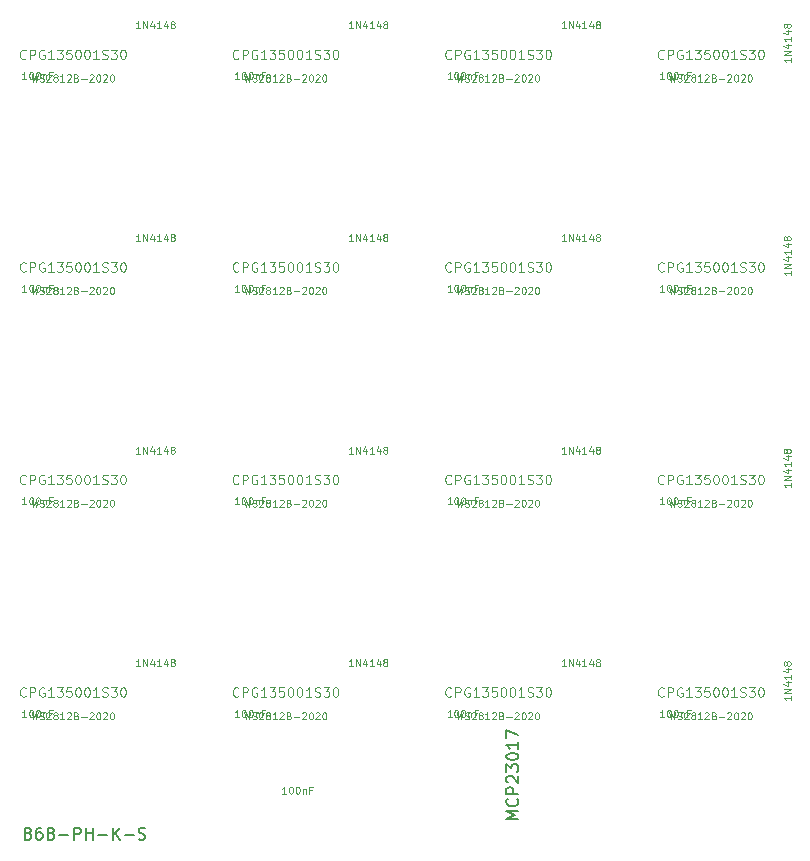
<source format=gbr>
%TF.GenerationSoftware,KiCad,Pcbnew,9.0.7*%
%TF.CreationDate,2026-03-02T03:21:03+09:00*%
%TF.ProjectId,mixtee-key-pcb,6d697874-6565-42d6-9b65-792d7063622e,rev?*%
%TF.SameCoordinates,Original*%
%TF.FileFunction,AssemblyDrawing,Top*%
%FSLAX46Y46*%
G04 Gerber Fmt 4.6, Leading zero omitted, Abs format (unit mm)*
G04 Created by KiCad (PCBNEW 9.0.7) date 2026-03-02 03:21:03*
%MOMM*%
%LPD*%
G01*
G04 APERTURE LIST*
%ADD10C,0.150000*%
%ADD11C,0.100000*%
%ADD12C,0.120000*%
G04 APERTURE END LIST*
D10*
X46709819Y-76714285D02*
X45709819Y-76714285D01*
X45709819Y-76714285D02*
X46424104Y-76380952D01*
X46424104Y-76380952D02*
X45709819Y-76047619D01*
X45709819Y-76047619D02*
X46709819Y-76047619D01*
X46614580Y-75000000D02*
X46662200Y-75047619D01*
X46662200Y-75047619D02*
X46709819Y-75190476D01*
X46709819Y-75190476D02*
X46709819Y-75285714D01*
X46709819Y-75285714D02*
X46662200Y-75428571D01*
X46662200Y-75428571D02*
X46566961Y-75523809D01*
X46566961Y-75523809D02*
X46471723Y-75571428D01*
X46471723Y-75571428D02*
X46281247Y-75619047D01*
X46281247Y-75619047D02*
X46138390Y-75619047D01*
X46138390Y-75619047D02*
X45947914Y-75571428D01*
X45947914Y-75571428D02*
X45852676Y-75523809D01*
X45852676Y-75523809D02*
X45757438Y-75428571D01*
X45757438Y-75428571D02*
X45709819Y-75285714D01*
X45709819Y-75285714D02*
X45709819Y-75190476D01*
X45709819Y-75190476D02*
X45757438Y-75047619D01*
X45757438Y-75047619D02*
X45805057Y-75000000D01*
X46709819Y-74571428D02*
X45709819Y-74571428D01*
X45709819Y-74571428D02*
X45709819Y-74190476D01*
X45709819Y-74190476D02*
X45757438Y-74095238D01*
X45757438Y-74095238D02*
X45805057Y-74047619D01*
X45805057Y-74047619D02*
X45900295Y-74000000D01*
X45900295Y-74000000D02*
X46043152Y-74000000D01*
X46043152Y-74000000D02*
X46138390Y-74047619D01*
X46138390Y-74047619D02*
X46186009Y-74095238D01*
X46186009Y-74095238D02*
X46233628Y-74190476D01*
X46233628Y-74190476D02*
X46233628Y-74571428D01*
X45805057Y-73619047D02*
X45757438Y-73571428D01*
X45757438Y-73571428D02*
X45709819Y-73476190D01*
X45709819Y-73476190D02*
X45709819Y-73238095D01*
X45709819Y-73238095D02*
X45757438Y-73142857D01*
X45757438Y-73142857D02*
X45805057Y-73095238D01*
X45805057Y-73095238D02*
X45900295Y-73047619D01*
X45900295Y-73047619D02*
X45995533Y-73047619D01*
X45995533Y-73047619D02*
X46138390Y-73095238D01*
X46138390Y-73095238D02*
X46709819Y-73666666D01*
X46709819Y-73666666D02*
X46709819Y-73047619D01*
X45709819Y-72714285D02*
X45709819Y-72095238D01*
X45709819Y-72095238D02*
X46090771Y-72428571D01*
X46090771Y-72428571D02*
X46090771Y-72285714D01*
X46090771Y-72285714D02*
X46138390Y-72190476D01*
X46138390Y-72190476D02*
X46186009Y-72142857D01*
X46186009Y-72142857D02*
X46281247Y-72095238D01*
X46281247Y-72095238D02*
X46519342Y-72095238D01*
X46519342Y-72095238D02*
X46614580Y-72142857D01*
X46614580Y-72142857D02*
X46662200Y-72190476D01*
X46662200Y-72190476D02*
X46709819Y-72285714D01*
X46709819Y-72285714D02*
X46709819Y-72571428D01*
X46709819Y-72571428D02*
X46662200Y-72666666D01*
X46662200Y-72666666D02*
X46614580Y-72714285D01*
X45709819Y-71476190D02*
X45709819Y-71380952D01*
X45709819Y-71380952D02*
X45757438Y-71285714D01*
X45757438Y-71285714D02*
X45805057Y-71238095D01*
X45805057Y-71238095D02*
X45900295Y-71190476D01*
X45900295Y-71190476D02*
X46090771Y-71142857D01*
X46090771Y-71142857D02*
X46328866Y-71142857D01*
X46328866Y-71142857D02*
X46519342Y-71190476D01*
X46519342Y-71190476D02*
X46614580Y-71238095D01*
X46614580Y-71238095D02*
X46662200Y-71285714D01*
X46662200Y-71285714D02*
X46709819Y-71380952D01*
X46709819Y-71380952D02*
X46709819Y-71476190D01*
X46709819Y-71476190D02*
X46662200Y-71571428D01*
X46662200Y-71571428D02*
X46614580Y-71619047D01*
X46614580Y-71619047D02*
X46519342Y-71666666D01*
X46519342Y-71666666D02*
X46328866Y-71714285D01*
X46328866Y-71714285D02*
X46090771Y-71714285D01*
X46090771Y-71714285D02*
X45900295Y-71666666D01*
X45900295Y-71666666D02*
X45805057Y-71619047D01*
X45805057Y-71619047D02*
X45757438Y-71571428D01*
X45757438Y-71571428D02*
X45709819Y-71476190D01*
X46709819Y-70190476D02*
X46709819Y-70761904D01*
X46709819Y-70476190D02*
X45709819Y-70476190D01*
X45709819Y-70476190D02*
X45852676Y-70571428D01*
X45852676Y-70571428D02*
X45947914Y-70666666D01*
X45947914Y-70666666D02*
X45995533Y-70761904D01*
X45709819Y-69857142D02*
X45709819Y-69190476D01*
X45709819Y-69190476D02*
X46709819Y-69619047D01*
D11*
X23499998Y-67672371D02*
X23642855Y-68272371D01*
X23642855Y-68272371D02*
X23757141Y-67843800D01*
X23757141Y-67843800D02*
X23871426Y-68272371D01*
X23871426Y-68272371D02*
X24014284Y-67672371D01*
X24214283Y-68243800D02*
X24299998Y-68272371D01*
X24299998Y-68272371D02*
X24442855Y-68272371D01*
X24442855Y-68272371D02*
X24499998Y-68243800D01*
X24499998Y-68243800D02*
X24528569Y-68215228D01*
X24528569Y-68215228D02*
X24557140Y-68158085D01*
X24557140Y-68158085D02*
X24557140Y-68100942D01*
X24557140Y-68100942D02*
X24528569Y-68043800D01*
X24528569Y-68043800D02*
X24499998Y-68015228D01*
X24499998Y-68015228D02*
X24442855Y-67986657D01*
X24442855Y-67986657D02*
X24328569Y-67958085D01*
X24328569Y-67958085D02*
X24271426Y-67929514D01*
X24271426Y-67929514D02*
X24242855Y-67900942D01*
X24242855Y-67900942D02*
X24214283Y-67843800D01*
X24214283Y-67843800D02*
X24214283Y-67786657D01*
X24214283Y-67786657D02*
X24242855Y-67729514D01*
X24242855Y-67729514D02*
X24271426Y-67700942D01*
X24271426Y-67700942D02*
X24328569Y-67672371D01*
X24328569Y-67672371D02*
X24471426Y-67672371D01*
X24471426Y-67672371D02*
X24557140Y-67700942D01*
X24785712Y-67729514D02*
X24814284Y-67700942D01*
X24814284Y-67700942D02*
X24871427Y-67672371D01*
X24871427Y-67672371D02*
X25014284Y-67672371D01*
X25014284Y-67672371D02*
X25071427Y-67700942D01*
X25071427Y-67700942D02*
X25099998Y-67729514D01*
X25099998Y-67729514D02*
X25128569Y-67786657D01*
X25128569Y-67786657D02*
X25128569Y-67843800D01*
X25128569Y-67843800D02*
X25099998Y-67929514D01*
X25099998Y-67929514D02*
X24757141Y-68272371D01*
X24757141Y-68272371D02*
X25128569Y-68272371D01*
X25471427Y-67929514D02*
X25414284Y-67900942D01*
X25414284Y-67900942D02*
X25385713Y-67872371D01*
X25385713Y-67872371D02*
X25357141Y-67815228D01*
X25357141Y-67815228D02*
X25357141Y-67786657D01*
X25357141Y-67786657D02*
X25385713Y-67729514D01*
X25385713Y-67729514D02*
X25414284Y-67700942D01*
X25414284Y-67700942D02*
X25471427Y-67672371D01*
X25471427Y-67672371D02*
X25585713Y-67672371D01*
X25585713Y-67672371D02*
X25642856Y-67700942D01*
X25642856Y-67700942D02*
X25671427Y-67729514D01*
X25671427Y-67729514D02*
X25699998Y-67786657D01*
X25699998Y-67786657D02*
X25699998Y-67815228D01*
X25699998Y-67815228D02*
X25671427Y-67872371D01*
X25671427Y-67872371D02*
X25642856Y-67900942D01*
X25642856Y-67900942D02*
X25585713Y-67929514D01*
X25585713Y-67929514D02*
X25471427Y-67929514D01*
X25471427Y-67929514D02*
X25414284Y-67958085D01*
X25414284Y-67958085D02*
X25385713Y-67986657D01*
X25385713Y-67986657D02*
X25357141Y-68043800D01*
X25357141Y-68043800D02*
X25357141Y-68158085D01*
X25357141Y-68158085D02*
X25385713Y-68215228D01*
X25385713Y-68215228D02*
X25414284Y-68243800D01*
X25414284Y-68243800D02*
X25471427Y-68272371D01*
X25471427Y-68272371D02*
X25585713Y-68272371D01*
X25585713Y-68272371D02*
X25642856Y-68243800D01*
X25642856Y-68243800D02*
X25671427Y-68215228D01*
X25671427Y-68215228D02*
X25699998Y-68158085D01*
X25699998Y-68158085D02*
X25699998Y-68043800D01*
X25699998Y-68043800D02*
X25671427Y-67986657D01*
X25671427Y-67986657D02*
X25642856Y-67958085D01*
X25642856Y-67958085D02*
X25585713Y-67929514D01*
X26271427Y-68272371D02*
X25928570Y-68272371D01*
X26099999Y-68272371D02*
X26099999Y-67672371D01*
X26099999Y-67672371D02*
X26042856Y-67758085D01*
X26042856Y-67758085D02*
X25985713Y-67815228D01*
X25985713Y-67815228D02*
X25928570Y-67843800D01*
X26499999Y-67729514D02*
X26528571Y-67700942D01*
X26528571Y-67700942D02*
X26585714Y-67672371D01*
X26585714Y-67672371D02*
X26728571Y-67672371D01*
X26728571Y-67672371D02*
X26785714Y-67700942D01*
X26785714Y-67700942D02*
X26814285Y-67729514D01*
X26814285Y-67729514D02*
X26842856Y-67786657D01*
X26842856Y-67786657D02*
X26842856Y-67843800D01*
X26842856Y-67843800D02*
X26814285Y-67929514D01*
X26814285Y-67929514D02*
X26471428Y-68272371D01*
X26471428Y-68272371D02*
X26842856Y-68272371D01*
X27300000Y-67958085D02*
X27385714Y-67986657D01*
X27385714Y-67986657D02*
X27414285Y-68015228D01*
X27414285Y-68015228D02*
X27442857Y-68072371D01*
X27442857Y-68072371D02*
X27442857Y-68158085D01*
X27442857Y-68158085D02*
X27414285Y-68215228D01*
X27414285Y-68215228D02*
X27385714Y-68243800D01*
X27385714Y-68243800D02*
X27328571Y-68272371D01*
X27328571Y-68272371D02*
X27100000Y-68272371D01*
X27100000Y-68272371D02*
X27100000Y-67672371D01*
X27100000Y-67672371D02*
X27300000Y-67672371D01*
X27300000Y-67672371D02*
X27357143Y-67700942D01*
X27357143Y-67700942D02*
X27385714Y-67729514D01*
X27385714Y-67729514D02*
X27414285Y-67786657D01*
X27414285Y-67786657D02*
X27414285Y-67843800D01*
X27414285Y-67843800D02*
X27385714Y-67900942D01*
X27385714Y-67900942D02*
X27357143Y-67929514D01*
X27357143Y-67929514D02*
X27300000Y-67958085D01*
X27300000Y-67958085D02*
X27100000Y-67958085D01*
X27700000Y-68043800D02*
X28157143Y-68043800D01*
X28414285Y-67729514D02*
X28442857Y-67700942D01*
X28442857Y-67700942D02*
X28500000Y-67672371D01*
X28500000Y-67672371D02*
X28642857Y-67672371D01*
X28642857Y-67672371D02*
X28700000Y-67700942D01*
X28700000Y-67700942D02*
X28728571Y-67729514D01*
X28728571Y-67729514D02*
X28757142Y-67786657D01*
X28757142Y-67786657D02*
X28757142Y-67843800D01*
X28757142Y-67843800D02*
X28728571Y-67929514D01*
X28728571Y-67929514D02*
X28385714Y-68272371D01*
X28385714Y-68272371D02*
X28757142Y-68272371D01*
X29128571Y-67672371D02*
X29185714Y-67672371D01*
X29185714Y-67672371D02*
X29242857Y-67700942D01*
X29242857Y-67700942D02*
X29271429Y-67729514D01*
X29271429Y-67729514D02*
X29300000Y-67786657D01*
X29300000Y-67786657D02*
X29328571Y-67900942D01*
X29328571Y-67900942D02*
X29328571Y-68043800D01*
X29328571Y-68043800D02*
X29300000Y-68158085D01*
X29300000Y-68158085D02*
X29271429Y-68215228D01*
X29271429Y-68215228D02*
X29242857Y-68243800D01*
X29242857Y-68243800D02*
X29185714Y-68272371D01*
X29185714Y-68272371D02*
X29128571Y-68272371D01*
X29128571Y-68272371D02*
X29071429Y-68243800D01*
X29071429Y-68243800D02*
X29042857Y-68215228D01*
X29042857Y-68215228D02*
X29014286Y-68158085D01*
X29014286Y-68158085D02*
X28985714Y-68043800D01*
X28985714Y-68043800D02*
X28985714Y-67900942D01*
X28985714Y-67900942D02*
X29014286Y-67786657D01*
X29014286Y-67786657D02*
X29042857Y-67729514D01*
X29042857Y-67729514D02*
X29071429Y-67700942D01*
X29071429Y-67700942D02*
X29128571Y-67672371D01*
X29557143Y-67729514D02*
X29585715Y-67700942D01*
X29585715Y-67700942D02*
X29642858Y-67672371D01*
X29642858Y-67672371D02*
X29785715Y-67672371D01*
X29785715Y-67672371D02*
X29842858Y-67700942D01*
X29842858Y-67700942D02*
X29871429Y-67729514D01*
X29871429Y-67729514D02*
X29900000Y-67786657D01*
X29900000Y-67786657D02*
X29900000Y-67843800D01*
X29900000Y-67843800D02*
X29871429Y-67929514D01*
X29871429Y-67929514D02*
X29528572Y-68272371D01*
X29528572Y-68272371D02*
X29900000Y-68272371D01*
X30271429Y-67672371D02*
X30328572Y-67672371D01*
X30328572Y-67672371D02*
X30385715Y-67700942D01*
X30385715Y-67700942D02*
X30414287Y-67729514D01*
X30414287Y-67729514D02*
X30442858Y-67786657D01*
X30442858Y-67786657D02*
X30471429Y-67900942D01*
X30471429Y-67900942D02*
X30471429Y-68043800D01*
X30471429Y-68043800D02*
X30442858Y-68158085D01*
X30442858Y-68158085D02*
X30414287Y-68215228D01*
X30414287Y-68215228D02*
X30385715Y-68243800D01*
X30385715Y-68243800D02*
X30328572Y-68272371D01*
X30328572Y-68272371D02*
X30271429Y-68272371D01*
X30271429Y-68272371D02*
X30214287Y-68243800D01*
X30214287Y-68243800D02*
X30185715Y-68215228D01*
X30185715Y-68215228D02*
X30157144Y-68158085D01*
X30157144Y-68158085D02*
X30128572Y-68043800D01*
X30128572Y-68043800D02*
X30128572Y-67900942D01*
X30128572Y-67900942D02*
X30157144Y-67786657D01*
X30157144Y-67786657D02*
X30185715Y-67729514D01*
X30185715Y-67729514D02*
X30214287Y-67700942D01*
X30214287Y-67700942D02*
X30271429Y-67672371D01*
X5499998Y-67672371D02*
X5642855Y-68272371D01*
X5642855Y-68272371D02*
X5757141Y-67843800D01*
X5757141Y-67843800D02*
X5871426Y-68272371D01*
X5871426Y-68272371D02*
X6014284Y-67672371D01*
X6214283Y-68243800D02*
X6299998Y-68272371D01*
X6299998Y-68272371D02*
X6442855Y-68272371D01*
X6442855Y-68272371D02*
X6499998Y-68243800D01*
X6499998Y-68243800D02*
X6528569Y-68215228D01*
X6528569Y-68215228D02*
X6557140Y-68158085D01*
X6557140Y-68158085D02*
X6557140Y-68100942D01*
X6557140Y-68100942D02*
X6528569Y-68043800D01*
X6528569Y-68043800D02*
X6499998Y-68015228D01*
X6499998Y-68015228D02*
X6442855Y-67986657D01*
X6442855Y-67986657D02*
X6328569Y-67958085D01*
X6328569Y-67958085D02*
X6271426Y-67929514D01*
X6271426Y-67929514D02*
X6242855Y-67900942D01*
X6242855Y-67900942D02*
X6214283Y-67843800D01*
X6214283Y-67843800D02*
X6214283Y-67786657D01*
X6214283Y-67786657D02*
X6242855Y-67729514D01*
X6242855Y-67729514D02*
X6271426Y-67700942D01*
X6271426Y-67700942D02*
X6328569Y-67672371D01*
X6328569Y-67672371D02*
X6471426Y-67672371D01*
X6471426Y-67672371D02*
X6557140Y-67700942D01*
X6785712Y-67729514D02*
X6814284Y-67700942D01*
X6814284Y-67700942D02*
X6871427Y-67672371D01*
X6871427Y-67672371D02*
X7014284Y-67672371D01*
X7014284Y-67672371D02*
X7071427Y-67700942D01*
X7071427Y-67700942D02*
X7099998Y-67729514D01*
X7099998Y-67729514D02*
X7128569Y-67786657D01*
X7128569Y-67786657D02*
X7128569Y-67843800D01*
X7128569Y-67843800D02*
X7099998Y-67929514D01*
X7099998Y-67929514D02*
X6757141Y-68272371D01*
X6757141Y-68272371D02*
X7128569Y-68272371D01*
X7471427Y-67929514D02*
X7414284Y-67900942D01*
X7414284Y-67900942D02*
X7385713Y-67872371D01*
X7385713Y-67872371D02*
X7357141Y-67815228D01*
X7357141Y-67815228D02*
X7357141Y-67786657D01*
X7357141Y-67786657D02*
X7385713Y-67729514D01*
X7385713Y-67729514D02*
X7414284Y-67700942D01*
X7414284Y-67700942D02*
X7471427Y-67672371D01*
X7471427Y-67672371D02*
X7585713Y-67672371D01*
X7585713Y-67672371D02*
X7642856Y-67700942D01*
X7642856Y-67700942D02*
X7671427Y-67729514D01*
X7671427Y-67729514D02*
X7699998Y-67786657D01*
X7699998Y-67786657D02*
X7699998Y-67815228D01*
X7699998Y-67815228D02*
X7671427Y-67872371D01*
X7671427Y-67872371D02*
X7642856Y-67900942D01*
X7642856Y-67900942D02*
X7585713Y-67929514D01*
X7585713Y-67929514D02*
X7471427Y-67929514D01*
X7471427Y-67929514D02*
X7414284Y-67958085D01*
X7414284Y-67958085D02*
X7385713Y-67986657D01*
X7385713Y-67986657D02*
X7357141Y-68043800D01*
X7357141Y-68043800D02*
X7357141Y-68158085D01*
X7357141Y-68158085D02*
X7385713Y-68215228D01*
X7385713Y-68215228D02*
X7414284Y-68243800D01*
X7414284Y-68243800D02*
X7471427Y-68272371D01*
X7471427Y-68272371D02*
X7585713Y-68272371D01*
X7585713Y-68272371D02*
X7642856Y-68243800D01*
X7642856Y-68243800D02*
X7671427Y-68215228D01*
X7671427Y-68215228D02*
X7699998Y-68158085D01*
X7699998Y-68158085D02*
X7699998Y-68043800D01*
X7699998Y-68043800D02*
X7671427Y-67986657D01*
X7671427Y-67986657D02*
X7642856Y-67958085D01*
X7642856Y-67958085D02*
X7585713Y-67929514D01*
X8271427Y-68272371D02*
X7928570Y-68272371D01*
X8099999Y-68272371D02*
X8099999Y-67672371D01*
X8099999Y-67672371D02*
X8042856Y-67758085D01*
X8042856Y-67758085D02*
X7985713Y-67815228D01*
X7985713Y-67815228D02*
X7928570Y-67843800D01*
X8499999Y-67729514D02*
X8528571Y-67700942D01*
X8528571Y-67700942D02*
X8585714Y-67672371D01*
X8585714Y-67672371D02*
X8728571Y-67672371D01*
X8728571Y-67672371D02*
X8785714Y-67700942D01*
X8785714Y-67700942D02*
X8814285Y-67729514D01*
X8814285Y-67729514D02*
X8842856Y-67786657D01*
X8842856Y-67786657D02*
X8842856Y-67843800D01*
X8842856Y-67843800D02*
X8814285Y-67929514D01*
X8814285Y-67929514D02*
X8471428Y-68272371D01*
X8471428Y-68272371D02*
X8842856Y-68272371D01*
X9300000Y-67958085D02*
X9385714Y-67986657D01*
X9385714Y-67986657D02*
X9414285Y-68015228D01*
X9414285Y-68015228D02*
X9442857Y-68072371D01*
X9442857Y-68072371D02*
X9442857Y-68158085D01*
X9442857Y-68158085D02*
X9414285Y-68215228D01*
X9414285Y-68215228D02*
X9385714Y-68243800D01*
X9385714Y-68243800D02*
X9328571Y-68272371D01*
X9328571Y-68272371D02*
X9100000Y-68272371D01*
X9100000Y-68272371D02*
X9100000Y-67672371D01*
X9100000Y-67672371D02*
X9300000Y-67672371D01*
X9300000Y-67672371D02*
X9357143Y-67700942D01*
X9357143Y-67700942D02*
X9385714Y-67729514D01*
X9385714Y-67729514D02*
X9414285Y-67786657D01*
X9414285Y-67786657D02*
X9414285Y-67843800D01*
X9414285Y-67843800D02*
X9385714Y-67900942D01*
X9385714Y-67900942D02*
X9357143Y-67929514D01*
X9357143Y-67929514D02*
X9300000Y-67958085D01*
X9300000Y-67958085D02*
X9100000Y-67958085D01*
X9700000Y-68043800D02*
X10157143Y-68043800D01*
X10414285Y-67729514D02*
X10442857Y-67700942D01*
X10442857Y-67700942D02*
X10500000Y-67672371D01*
X10500000Y-67672371D02*
X10642857Y-67672371D01*
X10642857Y-67672371D02*
X10700000Y-67700942D01*
X10700000Y-67700942D02*
X10728571Y-67729514D01*
X10728571Y-67729514D02*
X10757142Y-67786657D01*
X10757142Y-67786657D02*
X10757142Y-67843800D01*
X10757142Y-67843800D02*
X10728571Y-67929514D01*
X10728571Y-67929514D02*
X10385714Y-68272371D01*
X10385714Y-68272371D02*
X10757142Y-68272371D01*
X11128571Y-67672371D02*
X11185714Y-67672371D01*
X11185714Y-67672371D02*
X11242857Y-67700942D01*
X11242857Y-67700942D02*
X11271429Y-67729514D01*
X11271429Y-67729514D02*
X11300000Y-67786657D01*
X11300000Y-67786657D02*
X11328571Y-67900942D01*
X11328571Y-67900942D02*
X11328571Y-68043800D01*
X11328571Y-68043800D02*
X11300000Y-68158085D01*
X11300000Y-68158085D02*
X11271429Y-68215228D01*
X11271429Y-68215228D02*
X11242857Y-68243800D01*
X11242857Y-68243800D02*
X11185714Y-68272371D01*
X11185714Y-68272371D02*
X11128571Y-68272371D01*
X11128571Y-68272371D02*
X11071429Y-68243800D01*
X11071429Y-68243800D02*
X11042857Y-68215228D01*
X11042857Y-68215228D02*
X11014286Y-68158085D01*
X11014286Y-68158085D02*
X10985714Y-68043800D01*
X10985714Y-68043800D02*
X10985714Y-67900942D01*
X10985714Y-67900942D02*
X11014286Y-67786657D01*
X11014286Y-67786657D02*
X11042857Y-67729514D01*
X11042857Y-67729514D02*
X11071429Y-67700942D01*
X11071429Y-67700942D02*
X11128571Y-67672371D01*
X11557143Y-67729514D02*
X11585715Y-67700942D01*
X11585715Y-67700942D02*
X11642858Y-67672371D01*
X11642858Y-67672371D02*
X11785715Y-67672371D01*
X11785715Y-67672371D02*
X11842858Y-67700942D01*
X11842858Y-67700942D02*
X11871429Y-67729514D01*
X11871429Y-67729514D02*
X11900000Y-67786657D01*
X11900000Y-67786657D02*
X11900000Y-67843800D01*
X11900000Y-67843800D02*
X11871429Y-67929514D01*
X11871429Y-67929514D02*
X11528572Y-68272371D01*
X11528572Y-68272371D02*
X11900000Y-68272371D01*
X12271429Y-67672371D02*
X12328572Y-67672371D01*
X12328572Y-67672371D02*
X12385715Y-67700942D01*
X12385715Y-67700942D02*
X12414287Y-67729514D01*
X12414287Y-67729514D02*
X12442858Y-67786657D01*
X12442858Y-67786657D02*
X12471429Y-67900942D01*
X12471429Y-67900942D02*
X12471429Y-68043800D01*
X12471429Y-68043800D02*
X12442858Y-68158085D01*
X12442858Y-68158085D02*
X12414287Y-68215228D01*
X12414287Y-68215228D02*
X12385715Y-68243800D01*
X12385715Y-68243800D02*
X12328572Y-68272371D01*
X12328572Y-68272371D02*
X12271429Y-68272371D01*
X12271429Y-68272371D02*
X12214287Y-68243800D01*
X12214287Y-68243800D02*
X12185715Y-68215228D01*
X12185715Y-68215228D02*
X12157144Y-68158085D01*
X12157144Y-68158085D02*
X12128572Y-68043800D01*
X12128572Y-68043800D02*
X12128572Y-67900942D01*
X12128572Y-67900942D02*
X12157144Y-67786657D01*
X12157144Y-67786657D02*
X12185715Y-67729514D01*
X12185715Y-67729514D02*
X12214287Y-67700942D01*
X12214287Y-67700942D02*
X12271429Y-67672371D01*
X23071427Y-14072371D02*
X22728570Y-14072371D01*
X22899999Y-14072371D02*
X22899999Y-13472371D01*
X22899999Y-13472371D02*
X22842856Y-13558085D01*
X22842856Y-13558085D02*
X22785713Y-13615228D01*
X22785713Y-13615228D02*
X22728570Y-13643800D01*
X23442856Y-13472371D02*
X23499999Y-13472371D01*
X23499999Y-13472371D02*
X23557142Y-13500942D01*
X23557142Y-13500942D02*
X23585714Y-13529514D01*
X23585714Y-13529514D02*
X23614285Y-13586657D01*
X23614285Y-13586657D02*
X23642856Y-13700942D01*
X23642856Y-13700942D02*
X23642856Y-13843800D01*
X23642856Y-13843800D02*
X23614285Y-13958085D01*
X23614285Y-13958085D02*
X23585714Y-14015228D01*
X23585714Y-14015228D02*
X23557142Y-14043800D01*
X23557142Y-14043800D02*
X23499999Y-14072371D01*
X23499999Y-14072371D02*
X23442856Y-14072371D01*
X23442856Y-14072371D02*
X23385714Y-14043800D01*
X23385714Y-14043800D02*
X23357142Y-14015228D01*
X23357142Y-14015228D02*
X23328571Y-13958085D01*
X23328571Y-13958085D02*
X23299999Y-13843800D01*
X23299999Y-13843800D02*
X23299999Y-13700942D01*
X23299999Y-13700942D02*
X23328571Y-13586657D01*
X23328571Y-13586657D02*
X23357142Y-13529514D01*
X23357142Y-13529514D02*
X23385714Y-13500942D01*
X23385714Y-13500942D02*
X23442856Y-13472371D01*
X24014285Y-13472371D02*
X24071428Y-13472371D01*
X24071428Y-13472371D02*
X24128571Y-13500942D01*
X24128571Y-13500942D02*
X24157143Y-13529514D01*
X24157143Y-13529514D02*
X24185714Y-13586657D01*
X24185714Y-13586657D02*
X24214285Y-13700942D01*
X24214285Y-13700942D02*
X24214285Y-13843800D01*
X24214285Y-13843800D02*
X24185714Y-13958085D01*
X24185714Y-13958085D02*
X24157143Y-14015228D01*
X24157143Y-14015228D02*
X24128571Y-14043800D01*
X24128571Y-14043800D02*
X24071428Y-14072371D01*
X24071428Y-14072371D02*
X24014285Y-14072371D01*
X24014285Y-14072371D02*
X23957143Y-14043800D01*
X23957143Y-14043800D02*
X23928571Y-14015228D01*
X23928571Y-14015228D02*
X23900000Y-13958085D01*
X23900000Y-13958085D02*
X23871428Y-13843800D01*
X23871428Y-13843800D02*
X23871428Y-13700942D01*
X23871428Y-13700942D02*
X23900000Y-13586657D01*
X23900000Y-13586657D02*
X23928571Y-13529514D01*
X23928571Y-13529514D02*
X23957143Y-13500942D01*
X23957143Y-13500942D02*
X24014285Y-13472371D01*
X24471429Y-13672371D02*
X24471429Y-14072371D01*
X24471429Y-13729514D02*
X24500000Y-13700942D01*
X24500000Y-13700942D02*
X24557143Y-13672371D01*
X24557143Y-13672371D02*
X24642857Y-13672371D01*
X24642857Y-13672371D02*
X24700000Y-13700942D01*
X24700000Y-13700942D02*
X24728572Y-13758085D01*
X24728572Y-13758085D02*
X24728572Y-14072371D01*
X25214286Y-13758085D02*
X25014286Y-13758085D01*
X25014286Y-14072371D02*
X25014286Y-13472371D01*
X25014286Y-13472371D02*
X25300000Y-13472371D01*
X14714284Y-45772371D02*
X14371427Y-45772371D01*
X14542856Y-45772371D02*
X14542856Y-45172371D01*
X14542856Y-45172371D02*
X14485713Y-45258085D01*
X14485713Y-45258085D02*
X14428570Y-45315228D01*
X14428570Y-45315228D02*
X14371427Y-45343800D01*
X14971428Y-45772371D02*
X14971428Y-45172371D01*
X14971428Y-45172371D02*
X15314285Y-45772371D01*
X15314285Y-45772371D02*
X15314285Y-45172371D01*
X15857142Y-45372371D02*
X15857142Y-45772371D01*
X15714284Y-45143800D02*
X15571427Y-45572371D01*
X15571427Y-45572371D02*
X15942856Y-45572371D01*
X16485713Y-45772371D02*
X16142856Y-45772371D01*
X16314285Y-45772371D02*
X16314285Y-45172371D01*
X16314285Y-45172371D02*
X16257142Y-45258085D01*
X16257142Y-45258085D02*
X16199999Y-45315228D01*
X16199999Y-45315228D02*
X16142856Y-45343800D01*
X17000000Y-45372371D02*
X17000000Y-45772371D01*
X16857142Y-45143800D02*
X16714285Y-45572371D01*
X16714285Y-45572371D02*
X17085714Y-45572371D01*
X17400000Y-45429514D02*
X17342857Y-45400942D01*
X17342857Y-45400942D02*
X17314286Y-45372371D01*
X17314286Y-45372371D02*
X17285714Y-45315228D01*
X17285714Y-45315228D02*
X17285714Y-45286657D01*
X17285714Y-45286657D02*
X17314286Y-45229514D01*
X17314286Y-45229514D02*
X17342857Y-45200942D01*
X17342857Y-45200942D02*
X17400000Y-45172371D01*
X17400000Y-45172371D02*
X17514286Y-45172371D01*
X17514286Y-45172371D02*
X17571429Y-45200942D01*
X17571429Y-45200942D02*
X17600000Y-45229514D01*
X17600000Y-45229514D02*
X17628571Y-45286657D01*
X17628571Y-45286657D02*
X17628571Y-45315228D01*
X17628571Y-45315228D02*
X17600000Y-45372371D01*
X17600000Y-45372371D02*
X17571429Y-45400942D01*
X17571429Y-45400942D02*
X17514286Y-45429514D01*
X17514286Y-45429514D02*
X17400000Y-45429514D01*
X17400000Y-45429514D02*
X17342857Y-45458085D01*
X17342857Y-45458085D02*
X17314286Y-45486657D01*
X17314286Y-45486657D02*
X17285714Y-45543800D01*
X17285714Y-45543800D02*
X17285714Y-45658085D01*
X17285714Y-45658085D02*
X17314286Y-45715228D01*
X17314286Y-45715228D02*
X17342857Y-45743800D01*
X17342857Y-45743800D02*
X17400000Y-45772371D01*
X17400000Y-45772371D02*
X17514286Y-45772371D01*
X17514286Y-45772371D02*
X17571429Y-45743800D01*
X17571429Y-45743800D02*
X17600000Y-45715228D01*
X17600000Y-45715228D02*
X17628571Y-45658085D01*
X17628571Y-45658085D02*
X17628571Y-45543800D01*
X17628571Y-45543800D02*
X17600000Y-45486657D01*
X17600000Y-45486657D02*
X17571429Y-45458085D01*
X17571429Y-45458085D02*
X17514286Y-45429514D01*
X14714284Y-27772371D02*
X14371427Y-27772371D01*
X14542856Y-27772371D02*
X14542856Y-27172371D01*
X14542856Y-27172371D02*
X14485713Y-27258085D01*
X14485713Y-27258085D02*
X14428570Y-27315228D01*
X14428570Y-27315228D02*
X14371427Y-27343800D01*
X14971428Y-27772371D02*
X14971428Y-27172371D01*
X14971428Y-27172371D02*
X15314285Y-27772371D01*
X15314285Y-27772371D02*
X15314285Y-27172371D01*
X15857142Y-27372371D02*
X15857142Y-27772371D01*
X15714284Y-27143800D02*
X15571427Y-27572371D01*
X15571427Y-27572371D02*
X15942856Y-27572371D01*
X16485713Y-27772371D02*
X16142856Y-27772371D01*
X16314285Y-27772371D02*
X16314285Y-27172371D01*
X16314285Y-27172371D02*
X16257142Y-27258085D01*
X16257142Y-27258085D02*
X16199999Y-27315228D01*
X16199999Y-27315228D02*
X16142856Y-27343800D01*
X17000000Y-27372371D02*
X17000000Y-27772371D01*
X16857142Y-27143800D02*
X16714285Y-27572371D01*
X16714285Y-27572371D02*
X17085714Y-27572371D01*
X17400000Y-27429514D02*
X17342857Y-27400942D01*
X17342857Y-27400942D02*
X17314286Y-27372371D01*
X17314286Y-27372371D02*
X17285714Y-27315228D01*
X17285714Y-27315228D02*
X17285714Y-27286657D01*
X17285714Y-27286657D02*
X17314286Y-27229514D01*
X17314286Y-27229514D02*
X17342857Y-27200942D01*
X17342857Y-27200942D02*
X17400000Y-27172371D01*
X17400000Y-27172371D02*
X17514286Y-27172371D01*
X17514286Y-27172371D02*
X17571429Y-27200942D01*
X17571429Y-27200942D02*
X17600000Y-27229514D01*
X17600000Y-27229514D02*
X17628571Y-27286657D01*
X17628571Y-27286657D02*
X17628571Y-27315228D01*
X17628571Y-27315228D02*
X17600000Y-27372371D01*
X17600000Y-27372371D02*
X17571429Y-27400942D01*
X17571429Y-27400942D02*
X17514286Y-27429514D01*
X17514286Y-27429514D02*
X17400000Y-27429514D01*
X17400000Y-27429514D02*
X17342857Y-27458085D01*
X17342857Y-27458085D02*
X17314286Y-27486657D01*
X17314286Y-27486657D02*
X17285714Y-27543800D01*
X17285714Y-27543800D02*
X17285714Y-27658085D01*
X17285714Y-27658085D02*
X17314286Y-27715228D01*
X17314286Y-27715228D02*
X17342857Y-27743800D01*
X17342857Y-27743800D02*
X17400000Y-27772371D01*
X17400000Y-27772371D02*
X17514286Y-27772371D01*
X17514286Y-27772371D02*
X17571429Y-27743800D01*
X17571429Y-27743800D02*
X17600000Y-27715228D01*
X17600000Y-27715228D02*
X17628571Y-27658085D01*
X17628571Y-27658085D02*
X17628571Y-27543800D01*
X17628571Y-27543800D02*
X17600000Y-27486657D01*
X17600000Y-27486657D02*
X17571429Y-27458085D01*
X17571429Y-27458085D02*
X17514286Y-27429514D01*
D12*
X41019047Y-30287664D02*
X40980951Y-30325760D01*
X40980951Y-30325760D02*
X40866666Y-30363855D01*
X40866666Y-30363855D02*
X40790475Y-30363855D01*
X40790475Y-30363855D02*
X40676189Y-30325760D01*
X40676189Y-30325760D02*
X40599999Y-30249569D01*
X40599999Y-30249569D02*
X40561904Y-30173379D01*
X40561904Y-30173379D02*
X40523808Y-30020998D01*
X40523808Y-30020998D02*
X40523808Y-29906712D01*
X40523808Y-29906712D02*
X40561904Y-29754331D01*
X40561904Y-29754331D02*
X40599999Y-29678140D01*
X40599999Y-29678140D02*
X40676189Y-29601950D01*
X40676189Y-29601950D02*
X40790475Y-29563855D01*
X40790475Y-29563855D02*
X40866666Y-29563855D01*
X40866666Y-29563855D02*
X40980951Y-29601950D01*
X40980951Y-29601950D02*
X41019047Y-29640045D01*
X41361904Y-30363855D02*
X41361904Y-29563855D01*
X41361904Y-29563855D02*
X41666666Y-29563855D01*
X41666666Y-29563855D02*
X41742856Y-29601950D01*
X41742856Y-29601950D02*
X41780951Y-29640045D01*
X41780951Y-29640045D02*
X41819047Y-29716236D01*
X41819047Y-29716236D02*
X41819047Y-29830521D01*
X41819047Y-29830521D02*
X41780951Y-29906712D01*
X41780951Y-29906712D02*
X41742856Y-29944807D01*
X41742856Y-29944807D02*
X41666666Y-29982902D01*
X41666666Y-29982902D02*
X41361904Y-29982902D01*
X42580951Y-29601950D02*
X42504761Y-29563855D01*
X42504761Y-29563855D02*
X42390475Y-29563855D01*
X42390475Y-29563855D02*
X42276189Y-29601950D01*
X42276189Y-29601950D02*
X42199999Y-29678140D01*
X42199999Y-29678140D02*
X42161904Y-29754331D01*
X42161904Y-29754331D02*
X42123808Y-29906712D01*
X42123808Y-29906712D02*
X42123808Y-30020998D01*
X42123808Y-30020998D02*
X42161904Y-30173379D01*
X42161904Y-30173379D02*
X42199999Y-30249569D01*
X42199999Y-30249569D02*
X42276189Y-30325760D01*
X42276189Y-30325760D02*
X42390475Y-30363855D01*
X42390475Y-30363855D02*
X42466666Y-30363855D01*
X42466666Y-30363855D02*
X42580951Y-30325760D01*
X42580951Y-30325760D02*
X42619047Y-30287664D01*
X42619047Y-30287664D02*
X42619047Y-30020998D01*
X42619047Y-30020998D02*
X42466666Y-30020998D01*
X43380951Y-30363855D02*
X42923808Y-30363855D01*
X43152380Y-30363855D02*
X43152380Y-29563855D01*
X43152380Y-29563855D02*
X43076189Y-29678140D01*
X43076189Y-29678140D02*
X42999999Y-29754331D01*
X42999999Y-29754331D02*
X42923808Y-29792426D01*
X43647618Y-29563855D02*
X44142856Y-29563855D01*
X44142856Y-29563855D02*
X43876190Y-29868617D01*
X43876190Y-29868617D02*
X43990475Y-29868617D01*
X43990475Y-29868617D02*
X44066666Y-29906712D01*
X44066666Y-29906712D02*
X44104761Y-29944807D01*
X44104761Y-29944807D02*
X44142856Y-30020998D01*
X44142856Y-30020998D02*
X44142856Y-30211474D01*
X44142856Y-30211474D02*
X44104761Y-30287664D01*
X44104761Y-30287664D02*
X44066666Y-30325760D01*
X44066666Y-30325760D02*
X43990475Y-30363855D01*
X43990475Y-30363855D02*
X43761904Y-30363855D01*
X43761904Y-30363855D02*
X43685713Y-30325760D01*
X43685713Y-30325760D02*
X43647618Y-30287664D01*
X44866666Y-29563855D02*
X44485714Y-29563855D01*
X44485714Y-29563855D02*
X44447618Y-29944807D01*
X44447618Y-29944807D02*
X44485714Y-29906712D01*
X44485714Y-29906712D02*
X44561904Y-29868617D01*
X44561904Y-29868617D02*
X44752380Y-29868617D01*
X44752380Y-29868617D02*
X44828571Y-29906712D01*
X44828571Y-29906712D02*
X44866666Y-29944807D01*
X44866666Y-29944807D02*
X44904761Y-30020998D01*
X44904761Y-30020998D02*
X44904761Y-30211474D01*
X44904761Y-30211474D02*
X44866666Y-30287664D01*
X44866666Y-30287664D02*
X44828571Y-30325760D01*
X44828571Y-30325760D02*
X44752380Y-30363855D01*
X44752380Y-30363855D02*
X44561904Y-30363855D01*
X44561904Y-30363855D02*
X44485714Y-30325760D01*
X44485714Y-30325760D02*
X44447618Y-30287664D01*
X45400000Y-29563855D02*
X45476190Y-29563855D01*
X45476190Y-29563855D02*
X45552381Y-29601950D01*
X45552381Y-29601950D02*
X45590476Y-29640045D01*
X45590476Y-29640045D02*
X45628571Y-29716236D01*
X45628571Y-29716236D02*
X45666666Y-29868617D01*
X45666666Y-29868617D02*
X45666666Y-30059093D01*
X45666666Y-30059093D02*
X45628571Y-30211474D01*
X45628571Y-30211474D02*
X45590476Y-30287664D01*
X45590476Y-30287664D02*
X45552381Y-30325760D01*
X45552381Y-30325760D02*
X45476190Y-30363855D01*
X45476190Y-30363855D02*
X45400000Y-30363855D01*
X45400000Y-30363855D02*
X45323809Y-30325760D01*
X45323809Y-30325760D02*
X45285714Y-30287664D01*
X45285714Y-30287664D02*
X45247619Y-30211474D01*
X45247619Y-30211474D02*
X45209523Y-30059093D01*
X45209523Y-30059093D02*
X45209523Y-29868617D01*
X45209523Y-29868617D02*
X45247619Y-29716236D01*
X45247619Y-29716236D02*
X45285714Y-29640045D01*
X45285714Y-29640045D02*
X45323809Y-29601950D01*
X45323809Y-29601950D02*
X45400000Y-29563855D01*
X46161905Y-29563855D02*
X46238095Y-29563855D01*
X46238095Y-29563855D02*
X46314286Y-29601950D01*
X46314286Y-29601950D02*
X46352381Y-29640045D01*
X46352381Y-29640045D02*
X46390476Y-29716236D01*
X46390476Y-29716236D02*
X46428571Y-29868617D01*
X46428571Y-29868617D02*
X46428571Y-30059093D01*
X46428571Y-30059093D02*
X46390476Y-30211474D01*
X46390476Y-30211474D02*
X46352381Y-30287664D01*
X46352381Y-30287664D02*
X46314286Y-30325760D01*
X46314286Y-30325760D02*
X46238095Y-30363855D01*
X46238095Y-30363855D02*
X46161905Y-30363855D01*
X46161905Y-30363855D02*
X46085714Y-30325760D01*
X46085714Y-30325760D02*
X46047619Y-30287664D01*
X46047619Y-30287664D02*
X46009524Y-30211474D01*
X46009524Y-30211474D02*
X45971428Y-30059093D01*
X45971428Y-30059093D02*
X45971428Y-29868617D01*
X45971428Y-29868617D02*
X46009524Y-29716236D01*
X46009524Y-29716236D02*
X46047619Y-29640045D01*
X46047619Y-29640045D02*
X46085714Y-29601950D01*
X46085714Y-29601950D02*
X46161905Y-29563855D01*
X47190476Y-30363855D02*
X46733333Y-30363855D01*
X46961905Y-30363855D02*
X46961905Y-29563855D01*
X46961905Y-29563855D02*
X46885714Y-29678140D01*
X46885714Y-29678140D02*
X46809524Y-29754331D01*
X46809524Y-29754331D02*
X46733333Y-29792426D01*
X47495238Y-30325760D02*
X47609524Y-30363855D01*
X47609524Y-30363855D02*
X47800000Y-30363855D01*
X47800000Y-30363855D02*
X47876191Y-30325760D01*
X47876191Y-30325760D02*
X47914286Y-30287664D01*
X47914286Y-30287664D02*
X47952381Y-30211474D01*
X47952381Y-30211474D02*
X47952381Y-30135283D01*
X47952381Y-30135283D02*
X47914286Y-30059093D01*
X47914286Y-30059093D02*
X47876191Y-30020998D01*
X47876191Y-30020998D02*
X47800000Y-29982902D01*
X47800000Y-29982902D02*
X47647619Y-29944807D01*
X47647619Y-29944807D02*
X47571429Y-29906712D01*
X47571429Y-29906712D02*
X47533334Y-29868617D01*
X47533334Y-29868617D02*
X47495238Y-29792426D01*
X47495238Y-29792426D02*
X47495238Y-29716236D01*
X47495238Y-29716236D02*
X47533334Y-29640045D01*
X47533334Y-29640045D02*
X47571429Y-29601950D01*
X47571429Y-29601950D02*
X47647619Y-29563855D01*
X47647619Y-29563855D02*
X47838096Y-29563855D01*
X47838096Y-29563855D02*
X47952381Y-29601950D01*
X48219048Y-29563855D02*
X48714286Y-29563855D01*
X48714286Y-29563855D02*
X48447620Y-29868617D01*
X48447620Y-29868617D02*
X48561905Y-29868617D01*
X48561905Y-29868617D02*
X48638096Y-29906712D01*
X48638096Y-29906712D02*
X48676191Y-29944807D01*
X48676191Y-29944807D02*
X48714286Y-30020998D01*
X48714286Y-30020998D02*
X48714286Y-30211474D01*
X48714286Y-30211474D02*
X48676191Y-30287664D01*
X48676191Y-30287664D02*
X48638096Y-30325760D01*
X48638096Y-30325760D02*
X48561905Y-30363855D01*
X48561905Y-30363855D02*
X48333334Y-30363855D01*
X48333334Y-30363855D02*
X48257143Y-30325760D01*
X48257143Y-30325760D02*
X48219048Y-30287664D01*
X49209525Y-29563855D02*
X49285715Y-29563855D01*
X49285715Y-29563855D02*
X49361906Y-29601950D01*
X49361906Y-29601950D02*
X49400001Y-29640045D01*
X49400001Y-29640045D02*
X49438096Y-29716236D01*
X49438096Y-29716236D02*
X49476191Y-29868617D01*
X49476191Y-29868617D02*
X49476191Y-30059093D01*
X49476191Y-30059093D02*
X49438096Y-30211474D01*
X49438096Y-30211474D02*
X49400001Y-30287664D01*
X49400001Y-30287664D02*
X49361906Y-30325760D01*
X49361906Y-30325760D02*
X49285715Y-30363855D01*
X49285715Y-30363855D02*
X49209525Y-30363855D01*
X49209525Y-30363855D02*
X49133334Y-30325760D01*
X49133334Y-30325760D02*
X49095239Y-30287664D01*
X49095239Y-30287664D02*
X49057144Y-30211474D01*
X49057144Y-30211474D02*
X49019048Y-30059093D01*
X49019048Y-30059093D02*
X49019048Y-29868617D01*
X49019048Y-29868617D02*
X49057144Y-29716236D01*
X49057144Y-29716236D02*
X49095239Y-29640045D01*
X49095239Y-29640045D02*
X49133334Y-29601950D01*
X49133334Y-29601950D02*
X49209525Y-29563855D01*
D11*
X5499998Y-13672371D02*
X5642855Y-14272371D01*
X5642855Y-14272371D02*
X5757141Y-13843800D01*
X5757141Y-13843800D02*
X5871426Y-14272371D01*
X5871426Y-14272371D02*
X6014284Y-13672371D01*
X6214283Y-14243800D02*
X6299998Y-14272371D01*
X6299998Y-14272371D02*
X6442855Y-14272371D01*
X6442855Y-14272371D02*
X6499998Y-14243800D01*
X6499998Y-14243800D02*
X6528569Y-14215228D01*
X6528569Y-14215228D02*
X6557140Y-14158085D01*
X6557140Y-14158085D02*
X6557140Y-14100942D01*
X6557140Y-14100942D02*
X6528569Y-14043800D01*
X6528569Y-14043800D02*
X6499998Y-14015228D01*
X6499998Y-14015228D02*
X6442855Y-13986657D01*
X6442855Y-13986657D02*
X6328569Y-13958085D01*
X6328569Y-13958085D02*
X6271426Y-13929514D01*
X6271426Y-13929514D02*
X6242855Y-13900942D01*
X6242855Y-13900942D02*
X6214283Y-13843800D01*
X6214283Y-13843800D02*
X6214283Y-13786657D01*
X6214283Y-13786657D02*
X6242855Y-13729514D01*
X6242855Y-13729514D02*
X6271426Y-13700942D01*
X6271426Y-13700942D02*
X6328569Y-13672371D01*
X6328569Y-13672371D02*
X6471426Y-13672371D01*
X6471426Y-13672371D02*
X6557140Y-13700942D01*
X6785712Y-13729514D02*
X6814284Y-13700942D01*
X6814284Y-13700942D02*
X6871427Y-13672371D01*
X6871427Y-13672371D02*
X7014284Y-13672371D01*
X7014284Y-13672371D02*
X7071427Y-13700942D01*
X7071427Y-13700942D02*
X7099998Y-13729514D01*
X7099998Y-13729514D02*
X7128569Y-13786657D01*
X7128569Y-13786657D02*
X7128569Y-13843800D01*
X7128569Y-13843800D02*
X7099998Y-13929514D01*
X7099998Y-13929514D02*
X6757141Y-14272371D01*
X6757141Y-14272371D02*
X7128569Y-14272371D01*
X7471427Y-13929514D02*
X7414284Y-13900942D01*
X7414284Y-13900942D02*
X7385713Y-13872371D01*
X7385713Y-13872371D02*
X7357141Y-13815228D01*
X7357141Y-13815228D02*
X7357141Y-13786657D01*
X7357141Y-13786657D02*
X7385713Y-13729514D01*
X7385713Y-13729514D02*
X7414284Y-13700942D01*
X7414284Y-13700942D02*
X7471427Y-13672371D01*
X7471427Y-13672371D02*
X7585713Y-13672371D01*
X7585713Y-13672371D02*
X7642856Y-13700942D01*
X7642856Y-13700942D02*
X7671427Y-13729514D01*
X7671427Y-13729514D02*
X7699998Y-13786657D01*
X7699998Y-13786657D02*
X7699998Y-13815228D01*
X7699998Y-13815228D02*
X7671427Y-13872371D01*
X7671427Y-13872371D02*
X7642856Y-13900942D01*
X7642856Y-13900942D02*
X7585713Y-13929514D01*
X7585713Y-13929514D02*
X7471427Y-13929514D01*
X7471427Y-13929514D02*
X7414284Y-13958085D01*
X7414284Y-13958085D02*
X7385713Y-13986657D01*
X7385713Y-13986657D02*
X7357141Y-14043800D01*
X7357141Y-14043800D02*
X7357141Y-14158085D01*
X7357141Y-14158085D02*
X7385713Y-14215228D01*
X7385713Y-14215228D02*
X7414284Y-14243800D01*
X7414284Y-14243800D02*
X7471427Y-14272371D01*
X7471427Y-14272371D02*
X7585713Y-14272371D01*
X7585713Y-14272371D02*
X7642856Y-14243800D01*
X7642856Y-14243800D02*
X7671427Y-14215228D01*
X7671427Y-14215228D02*
X7699998Y-14158085D01*
X7699998Y-14158085D02*
X7699998Y-14043800D01*
X7699998Y-14043800D02*
X7671427Y-13986657D01*
X7671427Y-13986657D02*
X7642856Y-13958085D01*
X7642856Y-13958085D02*
X7585713Y-13929514D01*
X8271427Y-14272371D02*
X7928570Y-14272371D01*
X8099999Y-14272371D02*
X8099999Y-13672371D01*
X8099999Y-13672371D02*
X8042856Y-13758085D01*
X8042856Y-13758085D02*
X7985713Y-13815228D01*
X7985713Y-13815228D02*
X7928570Y-13843800D01*
X8499999Y-13729514D02*
X8528571Y-13700942D01*
X8528571Y-13700942D02*
X8585714Y-13672371D01*
X8585714Y-13672371D02*
X8728571Y-13672371D01*
X8728571Y-13672371D02*
X8785714Y-13700942D01*
X8785714Y-13700942D02*
X8814285Y-13729514D01*
X8814285Y-13729514D02*
X8842856Y-13786657D01*
X8842856Y-13786657D02*
X8842856Y-13843800D01*
X8842856Y-13843800D02*
X8814285Y-13929514D01*
X8814285Y-13929514D02*
X8471428Y-14272371D01*
X8471428Y-14272371D02*
X8842856Y-14272371D01*
X9300000Y-13958085D02*
X9385714Y-13986657D01*
X9385714Y-13986657D02*
X9414285Y-14015228D01*
X9414285Y-14015228D02*
X9442857Y-14072371D01*
X9442857Y-14072371D02*
X9442857Y-14158085D01*
X9442857Y-14158085D02*
X9414285Y-14215228D01*
X9414285Y-14215228D02*
X9385714Y-14243800D01*
X9385714Y-14243800D02*
X9328571Y-14272371D01*
X9328571Y-14272371D02*
X9100000Y-14272371D01*
X9100000Y-14272371D02*
X9100000Y-13672371D01*
X9100000Y-13672371D02*
X9300000Y-13672371D01*
X9300000Y-13672371D02*
X9357143Y-13700942D01*
X9357143Y-13700942D02*
X9385714Y-13729514D01*
X9385714Y-13729514D02*
X9414285Y-13786657D01*
X9414285Y-13786657D02*
X9414285Y-13843800D01*
X9414285Y-13843800D02*
X9385714Y-13900942D01*
X9385714Y-13900942D02*
X9357143Y-13929514D01*
X9357143Y-13929514D02*
X9300000Y-13958085D01*
X9300000Y-13958085D02*
X9100000Y-13958085D01*
X9700000Y-14043800D02*
X10157143Y-14043800D01*
X10414285Y-13729514D02*
X10442857Y-13700942D01*
X10442857Y-13700942D02*
X10500000Y-13672371D01*
X10500000Y-13672371D02*
X10642857Y-13672371D01*
X10642857Y-13672371D02*
X10700000Y-13700942D01*
X10700000Y-13700942D02*
X10728571Y-13729514D01*
X10728571Y-13729514D02*
X10757142Y-13786657D01*
X10757142Y-13786657D02*
X10757142Y-13843800D01*
X10757142Y-13843800D02*
X10728571Y-13929514D01*
X10728571Y-13929514D02*
X10385714Y-14272371D01*
X10385714Y-14272371D02*
X10757142Y-14272371D01*
X11128571Y-13672371D02*
X11185714Y-13672371D01*
X11185714Y-13672371D02*
X11242857Y-13700942D01*
X11242857Y-13700942D02*
X11271429Y-13729514D01*
X11271429Y-13729514D02*
X11300000Y-13786657D01*
X11300000Y-13786657D02*
X11328571Y-13900942D01*
X11328571Y-13900942D02*
X11328571Y-14043800D01*
X11328571Y-14043800D02*
X11300000Y-14158085D01*
X11300000Y-14158085D02*
X11271429Y-14215228D01*
X11271429Y-14215228D02*
X11242857Y-14243800D01*
X11242857Y-14243800D02*
X11185714Y-14272371D01*
X11185714Y-14272371D02*
X11128571Y-14272371D01*
X11128571Y-14272371D02*
X11071429Y-14243800D01*
X11071429Y-14243800D02*
X11042857Y-14215228D01*
X11042857Y-14215228D02*
X11014286Y-14158085D01*
X11014286Y-14158085D02*
X10985714Y-14043800D01*
X10985714Y-14043800D02*
X10985714Y-13900942D01*
X10985714Y-13900942D02*
X11014286Y-13786657D01*
X11014286Y-13786657D02*
X11042857Y-13729514D01*
X11042857Y-13729514D02*
X11071429Y-13700942D01*
X11071429Y-13700942D02*
X11128571Y-13672371D01*
X11557143Y-13729514D02*
X11585715Y-13700942D01*
X11585715Y-13700942D02*
X11642858Y-13672371D01*
X11642858Y-13672371D02*
X11785715Y-13672371D01*
X11785715Y-13672371D02*
X11842858Y-13700942D01*
X11842858Y-13700942D02*
X11871429Y-13729514D01*
X11871429Y-13729514D02*
X11900000Y-13786657D01*
X11900000Y-13786657D02*
X11900000Y-13843800D01*
X11900000Y-13843800D02*
X11871429Y-13929514D01*
X11871429Y-13929514D02*
X11528572Y-14272371D01*
X11528572Y-14272371D02*
X11900000Y-14272371D01*
X12271429Y-13672371D02*
X12328572Y-13672371D01*
X12328572Y-13672371D02*
X12385715Y-13700942D01*
X12385715Y-13700942D02*
X12414287Y-13729514D01*
X12414287Y-13729514D02*
X12442858Y-13786657D01*
X12442858Y-13786657D02*
X12471429Y-13900942D01*
X12471429Y-13900942D02*
X12471429Y-14043800D01*
X12471429Y-14043800D02*
X12442858Y-14158085D01*
X12442858Y-14158085D02*
X12414287Y-14215228D01*
X12414287Y-14215228D02*
X12385715Y-14243800D01*
X12385715Y-14243800D02*
X12328572Y-14272371D01*
X12328572Y-14272371D02*
X12271429Y-14272371D01*
X12271429Y-14272371D02*
X12214287Y-14243800D01*
X12214287Y-14243800D02*
X12185715Y-14215228D01*
X12185715Y-14215228D02*
X12157144Y-14158085D01*
X12157144Y-14158085D02*
X12128572Y-14043800D01*
X12128572Y-14043800D02*
X12128572Y-13900942D01*
X12128572Y-13900942D02*
X12157144Y-13786657D01*
X12157144Y-13786657D02*
X12185715Y-13729514D01*
X12185715Y-13729514D02*
X12214287Y-13700942D01*
X12214287Y-13700942D02*
X12271429Y-13672371D01*
X69772371Y-66285715D02*
X69772371Y-66628572D01*
X69772371Y-66457143D02*
X69172371Y-66457143D01*
X69172371Y-66457143D02*
X69258085Y-66514286D01*
X69258085Y-66514286D02*
X69315228Y-66571429D01*
X69315228Y-66571429D02*
X69343800Y-66628572D01*
X69772371Y-66028571D02*
X69172371Y-66028571D01*
X69172371Y-66028571D02*
X69772371Y-65685714D01*
X69772371Y-65685714D02*
X69172371Y-65685714D01*
X69372371Y-65142858D02*
X69772371Y-65142858D01*
X69143800Y-65285715D02*
X69572371Y-65428572D01*
X69572371Y-65428572D02*
X69572371Y-65057143D01*
X69772371Y-64514286D02*
X69772371Y-64857143D01*
X69772371Y-64685714D02*
X69172371Y-64685714D01*
X69172371Y-64685714D02*
X69258085Y-64742857D01*
X69258085Y-64742857D02*
X69315228Y-64800000D01*
X69315228Y-64800000D02*
X69343800Y-64857143D01*
X69372371Y-64000000D02*
X69772371Y-64000000D01*
X69143800Y-64142857D02*
X69572371Y-64285714D01*
X69572371Y-64285714D02*
X69572371Y-63914285D01*
X69429514Y-63599999D02*
X69400942Y-63657142D01*
X69400942Y-63657142D02*
X69372371Y-63685713D01*
X69372371Y-63685713D02*
X69315228Y-63714285D01*
X69315228Y-63714285D02*
X69286657Y-63714285D01*
X69286657Y-63714285D02*
X69229514Y-63685713D01*
X69229514Y-63685713D02*
X69200942Y-63657142D01*
X69200942Y-63657142D02*
X69172371Y-63599999D01*
X69172371Y-63599999D02*
X69172371Y-63485713D01*
X69172371Y-63485713D02*
X69200942Y-63428571D01*
X69200942Y-63428571D02*
X69229514Y-63399999D01*
X69229514Y-63399999D02*
X69286657Y-63371428D01*
X69286657Y-63371428D02*
X69315228Y-63371428D01*
X69315228Y-63371428D02*
X69372371Y-63399999D01*
X69372371Y-63399999D02*
X69400942Y-63428571D01*
X69400942Y-63428571D02*
X69429514Y-63485713D01*
X69429514Y-63485713D02*
X69429514Y-63599999D01*
X69429514Y-63599999D02*
X69458085Y-63657142D01*
X69458085Y-63657142D02*
X69486657Y-63685713D01*
X69486657Y-63685713D02*
X69543800Y-63714285D01*
X69543800Y-63714285D02*
X69658085Y-63714285D01*
X69658085Y-63714285D02*
X69715228Y-63685713D01*
X69715228Y-63685713D02*
X69743800Y-63657142D01*
X69743800Y-63657142D02*
X69772371Y-63599999D01*
X69772371Y-63599999D02*
X69772371Y-63485713D01*
X69772371Y-63485713D02*
X69743800Y-63428571D01*
X69743800Y-63428571D02*
X69715228Y-63399999D01*
X69715228Y-63399999D02*
X69658085Y-63371428D01*
X69658085Y-63371428D02*
X69543800Y-63371428D01*
X69543800Y-63371428D02*
X69486657Y-63399999D01*
X69486657Y-63399999D02*
X69458085Y-63428571D01*
X69458085Y-63428571D02*
X69429514Y-63485713D01*
D12*
X5019047Y-66287664D02*
X4980951Y-66325760D01*
X4980951Y-66325760D02*
X4866666Y-66363855D01*
X4866666Y-66363855D02*
X4790475Y-66363855D01*
X4790475Y-66363855D02*
X4676189Y-66325760D01*
X4676189Y-66325760D02*
X4599999Y-66249569D01*
X4599999Y-66249569D02*
X4561904Y-66173379D01*
X4561904Y-66173379D02*
X4523808Y-66020998D01*
X4523808Y-66020998D02*
X4523808Y-65906712D01*
X4523808Y-65906712D02*
X4561904Y-65754331D01*
X4561904Y-65754331D02*
X4599999Y-65678140D01*
X4599999Y-65678140D02*
X4676189Y-65601950D01*
X4676189Y-65601950D02*
X4790475Y-65563855D01*
X4790475Y-65563855D02*
X4866666Y-65563855D01*
X4866666Y-65563855D02*
X4980951Y-65601950D01*
X4980951Y-65601950D02*
X5019047Y-65640045D01*
X5361904Y-66363855D02*
X5361904Y-65563855D01*
X5361904Y-65563855D02*
X5666666Y-65563855D01*
X5666666Y-65563855D02*
X5742856Y-65601950D01*
X5742856Y-65601950D02*
X5780951Y-65640045D01*
X5780951Y-65640045D02*
X5819047Y-65716236D01*
X5819047Y-65716236D02*
X5819047Y-65830521D01*
X5819047Y-65830521D02*
X5780951Y-65906712D01*
X5780951Y-65906712D02*
X5742856Y-65944807D01*
X5742856Y-65944807D02*
X5666666Y-65982902D01*
X5666666Y-65982902D02*
X5361904Y-65982902D01*
X6580951Y-65601950D02*
X6504761Y-65563855D01*
X6504761Y-65563855D02*
X6390475Y-65563855D01*
X6390475Y-65563855D02*
X6276189Y-65601950D01*
X6276189Y-65601950D02*
X6199999Y-65678140D01*
X6199999Y-65678140D02*
X6161904Y-65754331D01*
X6161904Y-65754331D02*
X6123808Y-65906712D01*
X6123808Y-65906712D02*
X6123808Y-66020998D01*
X6123808Y-66020998D02*
X6161904Y-66173379D01*
X6161904Y-66173379D02*
X6199999Y-66249569D01*
X6199999Y-66249569D02*
X6276189Y-66325760D01*
X6276189Y-66325760D02*
X6390475Y-66363855D01*
X6390475Y-66363855D02*
X6466666Y-66363855D01*
X6466666Y-66363855D02*
X6580951Y-66325760D01*
X6580951Y-66325760D02*
X6619047Y-66287664D01*
X6619047Y-66287664D02*
X6619047Y-66020998D01*
X6619047Y-66020998D02*
X6466666Y-66020998D01*
X7380951Y-66363855D02*
X6923808Y-66363855D01*
X7152380Y-66363855D02*
X7152380Y-65563855D01*
X7152380Y-65563855D02*
X7076189Y-65678140D01*
X7076189Y-65678140D02*
X6999999Y-65754331D01*
X6999999Y-65754331D02*
X6923808Y-65792426D01*
X7647618Y-65563855D02*
X8142856Y-65563855D01*
X8142856Y-65563855D02*
X7876190Y-65868617D01*
X7876190Y-65868617D02*
X7990475Y-65868617D01*
X7990475Y-65868617D02*
X8066666Y-65906712D01*
X8066666Y-65906712D02*
X8104761Y-65944807D01*
X8104761Y-65944807D02*
X8142856Y-66020998D01*
X8142856Y-66020998D02*
X8142856Y-66211474D01*
X8142856Y-66211474D02*
X8104761Y-66287664D01*
X8104761Y-66287664D02*
X8066666Y-66325760D01*
X8066666Y-66325760D02*
X7990475Y-66363855D01*
X7990475Y-66363855D02*
X7761904Y-66363855D01*
X7761904Y-66363855D02*
X7685713Y-66325760D01*
X7685713Y-66325760D02*
X7647618Y-66287664D01*
X8866666Y-65563855D02*
X8485714Y-65563855D01*
X8485714Y-65563855D02*
X8447618Y-65944807D01*
X8447618Y-65944807D02*
X8485714Y-65906712D01*
X8485714Y-65906712D02*
X8561904Y-65868617D01*
X8561904Y-65868617D02*
X8752380Y-65868617D01*
X8752380Y-65868617D02*
X8828571Y-65906712D01*
X8828571Y-65906712D02*
X8866666Y-65944807D01*
X8866666Y-65944807D02*
X8904761Y-66020998D01*
X8904761Y-66020998D02*
X8904761Y-66211474D01*
X8904761Y-66211474D02*
X8866666Y-66287664D01*
X8866666Y-66287664D02*
X8828571Y-66325760D01*
X8828571Y-66325760D02*
X8752380Y-66363855D01*
X8752380Y-66363855D02*
X8561904Y-66363855D01*
X8561904Y-66363855D02*
X8485714Y-66325760D01*
X8485714Y-66325760D02*
X8447618Y-66287664D01*
X9400000Y-65563855D02*
X9476190Y-65563855D01*
X9476190Y-65563855D02*
X9552381Y-65601950D01*
X9552381Y-65601950D02*
X9590476Y-65640045D01*
X9590476Y-65640045D02*
X9628571Y-65716236D01*
X9628571Y-65716236D02*
X9666666Y-65868617D01*
X9666666Y-65868617D02*
X9666666Y-66059093D01*
X9666666Y-66059093D02*
X9628571Y-66211474D01*
X9628571Y-66211474D02*
X9590476Y-66287664D01*
X9590476Y-66287664D02*
X9552381Y-66325760D01*
X9552381Y-66325760D02*
X9476190Y-66363855D01*
X9476190Y-66363855D02*
X9400000Y-66363855D01*
X9400000Y-66363855D02*
X9323809Y-66325760D01*
X9323809Y-66325760D02*
X9285714Y-66287664D01*
X9285714Y-66287664D02*
X9247619Y-66211474D01*
X9247619Y-66211474D02*
X9209523Y-66059093D01*
X9209523Y-66059093D02*
X9209523Y-65868617D01*
X9209523Y-65868617D02*
X9247619Y-65716236D01*
X9247619Y-65716236D02*
X9285714Y-65640045D01*
X9285714Y-65640045D02*
X9323809Y-65601950D01*
X9323809Y-65601950D02*
X9400000Y-65563855D01*
X10161905Y-65563855D02*
X10238095Y-65563855D01*
X10238095Y-65563855D02*
X10314286Y-65601950D01*
X10314286Y-65601950D02*
X10352381Y-65640045D01*
X10352381Y-65640045D02*
X10390476Y-65716236D01*
X10390476Y-65716236D02*
X10428571Y-65868617D01*
X10428571Y-65868617D02*
X10428571Y-66059093D01*
X10428571Y-66059093D02*
X10390476Y-66211474D01*
X10390476Y-66211474D02*
X10352381Y-66287664D01*
X10352381Y-66287664D02*
X10314286Y-66325760D01*
X10314286Y-66325760D02*
X10238095Y-66363855D01*
X10238095Y-66363855D02*
X10161905Y-66363855D01*
X10161905Y-66363855D02*
X10085714Y-66325760D01*
X10085714Y-66325760D02*
X10047619Y-66287664D01*
X10047619Y-66287664D02*
X10009524Y-66211474D01*
X10009524Y-66211474D02*
X9971428Y-66059093D01*
X9971428Y-66059093D02*
X9971428Y-65868617D01*
X9971428Y-65868617D02*
X10009524Y-65716236D01*
X10009524Y-65716236D02*
X10047619Y-65640045D01*
X10047619Y-65640045D02*
X10085714Y-65601950D01*
X10085714Y-65601950D02*
X10161905Y-65563855D01*
X11190476Y-66363855D02*
X10733333Y-66363855D01*
X10961905Y-66363855D02*
X10961905Y-65563855D01*
X10961905Y-65563855D02*
X10885714Y-65678140D01*
X10885714Y-65678140D02*
X10809524Y-65754331D01*
X10809524Y-65754331D02*
X10733333Y-65792426D01*
X11495238Y-66325760D02*
X11609524Y-66363855D01*
X11609524Y-66363855D02*
X11800000Y-66363855D01*
X11800000Y-66363855D02*
X11876191Y-66325760D01*
X11876191Y-66325760D02*
X11914286Y-66287664D01*
X11914286Y-66287664D02*
X11952381Y-66211474D01*
X11952381Y-66211474D02*
X11952381Y-66135283D01*
X11952381Y-66135283D02*
X11914286Y-66059093D01*
X11914286Y-66059093D02*
X11876191Y-66020998D01*
X11876191Y-66020998D02*
X11800000Y-65982902D01*
X11800000Y-65982902D02*
X11647619Y-65944807D01*
X11647619Y-65944807D02*
X11571429Y-65906712D01*
X11571429Y-65906712D02*
X11533334Y-65868617D01*
X11533334Y-65868617D02*
X11495238Y-65792426D01*
X11495238Y-65792426D02*
X11495238Y-65716236D01*
X11495238Y-65716236D02*
X11533334Y-65640045D01*
X11533334Y-65640045D02*
X11571429Y-65601950D01*
X11571429Y-65601950D02*
X11647619Y-65563855D01*
X11647619Y-65563855D02*
X11838096Y-65563855D01*
X11838096Y-65563855D02*
X11952381Y-65601950D01*
X12219048Y-65563855D02*
X12714286Y-65563855D01*
X12714286Y-65563855D02*
X12447620Y-65868617D01*
X12447620Y-65868617D02*
X12561905Y-65868617D01*
X12561905Y-65868617D02*
X12638096Y-65906712D01*
X12638096Y-65906712D02*
X12676191Y-65944807D01*
X12676191Y-65944807D02*
X12714286Y-66020998D01*
X12714286Y-66020998D02*
X12714286Y-66211474D01*
X12714286Y-66211474D02*
X12676191Y-66287664D01*
X12676191Y-66287664D02*
X12638096Y-66325760D01*
X12638096Y-66325760D02*
X12561905Y-66363855D01*
X12561905Y-66363855D02*
X12333334Y-66363855D01*
X12333334Y-66363855D02*
X12257143Y-66325760D01*
X12257143Y-66325760D02*
X12219048Y-66287664D01*
X13209525Y-65563855D02*
X13285715Y-65563855D01*
X13285715Y-65563855D02*
X13361906Y-65601950D01*
X13361906Y-65601950D02*
X13400001Y-65640045D01*
X13400001Y-65640045D02*
X13438096Y-65716236D01*
X13438096Y-65716236D02*
X13476191Y-65868617D01*
X13476191Y-65868617D02*
X13476191Y-66059093D01*
X13476191Y-66059093D02*
X13438096Y-66211474D01*
X13438096Y-66211474D02*
X13400001Y-66287664D01*
X13400001Y-66287664D02*
X13361906Y-66325760D01*
X13361906Y-66325760D02*
X13285715Y-66363855D01*
X13285715Y-66363855D02*
X13209525Y-66363855D01*
X13209525Y-66363855D02*
X13133334Y-66325760D01*
X13133334Y-66325760D02*
X13095239Y-66287664D01*
X13095239Y-66287664D02*
X13057144Y-66211474D01*
X13057144Y-66211474D02*
X13019048Y-66059093D01*
X13019048Y-66059093D02*
X13019048Y-65868617D01*
X13019048Y-65868617D02*
X13057144Y-65716236D01*
X13057144Y-65716236D02*
X13095239Y-65640045D01*
X13095239Y-65640045D02*
X13133334Y-65601950D01*
X13133334Y-65601950D02*
X13209525Y-65563855D01*
X59019047Y-66287664D02*
X58980951Y-66325760D01*
X58980951Y-66325760D02*
X58866666Y-66363855D01*
X58866666Y-66363855D02*
X58790475Y-66363855D01*
X58790475Y-66363855D02*
X58676189Y-66325760D01*
X58676189Y-66325760D02*
X58599999Y-66249569D01*
X58599999Y-66249569D02*
X58561904Y-66173379D01*
X58561904Y-66173379D02*
X58523808Y-66020998D01*
X58523808Y-66020998D02*
X58523808Y-65906712D01*
X58523808Y-65906712D02*
X58561904Y-65754331D01*
X58561904Y-65754331D02*
X58599999Y-65678140D01*
X58599999Y-65678140D02*
X58676189Y-65601950D01*
X58676189Y-65601950D02*
X58790475Y-65563855D01*
X58790475Y-65563855D02*
X58866666Y-65563855D01*
X58866666Y-65563855D02*
X58980951Y-65601950D01*
X58980951Y-65601950D02*
X59019047Y-65640045D01*
X59361904Y-66363855D02*
X59361904Y-65563855D01*
X59361904Y-65563855D02*
X59666666Y-65563855D01*
X59666666Y-65563855D02*
X59742856Y-65601950D01*
X59742856Y-65601950D02*
X59780951Y-65640045D01*
X59780951Y-65640045D02*
X59819047Y-65716236D01*
X59819047Y-65716236D02*
X59819047Y-65830521D01*
X59819047Y-65830521D02*
X59780951Y-65906712D01*
X59780951Y-65906712D02*
X59742856Y-65944807D01*
X59742856Y-65944807D02*
X59666666Y-65982902D01*
X59666666Y-65982902D02*
X59361904Y-65982902D01*
X60580951Y-65601950D02*
X60504761Y-65563855D01*
X60504761Y-65563855D02*
X60390475Y-65563855D01*
X60390475Y-65563855D02*
X60276189Y-65601950D01*
X60276189Y-65601950D02*
X60199999Y-65678140D01*
X60199999Y-65678140D02*
X60161904Y-65754331D01*
X60161904Y-65754331D02*
X60123808Y-65906712D01*
X60123808Y-65906712D02*
X60123808Y-66020998D01*
X60123808Y-66020998D02*
X60161904Y-66173379D01*
X60161904Y-66173379D02*
X60199999Y-66249569D01*
X60199999Y-66249569D02*
X60276189Y-66325760D01*
X60276189Y-66325760D02*
X60390475Y-66363855D01*
X60390475Y-66363855D02*
X60466666Y-66363855D01*
X60466666Y-66363855D02*
X60580951Y-66325760D01*
X60580951Y-66325760D02*
X60619047Y-66287664D01*
X60619047Y-66287664D02*
X60619047Y-66020998D01*
X60619047Y-66020998D02*
X60466666Y-66020998D01*
X61380951Y-66363855D02*
X60923808Y-66363855D01*
X61152380Y-66363855D02*
X61152380Y-65563855D01*
X61152380Y-65563855D02*
X61076189Y-65678140D01*
X61076189Y-65678140D02*
X60999999Y-65754331D01*
X60999999Y-65754331D02*
X60923808Y-65792426D01*
X61647618Y-65563855D02*
X62142856Y-65563855D01*
X62142856Y-65563855D02*
X61876190Y-65868617D01*
X61876190Y-65868617D02*
X61990475Y-65868617D01*
X61990475Y-65868617D02*
X62066666Y-65906712D01*
X62066666Y-65906712D02*
X62104761Y-65944807D01*
X62104761Y-65944807D02*
X62142856Y-66020998D01*
X62142856Y-66020998D02*
X62142856Y-66211474D01*
X62142856Y-66211474D02*
X62104761Y-66287664D01*
X62104761Y-66287664D02*
X62066666Y-66325760D01*
X62066666Y-66325760D02*
X61990475Y-66363855D01*
X61990475Y-66363855D02*
X61761904Y-66363855D01*
X61761904Y-66363855D02*
X61685713Y-66325760D01*
X61685713Y-66325760D02*
X61647618Y-66287664D01*
X62866666Y-65563855D02*
X62485714Y-65563855D01*
X62485714Y-65563855D02*
X62447618Y-65944807D01*
X62447618Y-65944807D02*
X62485714Y-65906712D01*
X62485714Y-65906712D02*
X62561904Y-65868617D01*
X62561904Y-65868617D02*
X62752380Y-65868617D01*
X62752380Y-65868617D02*
X62828571Y-65906712D01*
X62828571Y-65906712D02*
X62866666Y-65944807D01*
X62866666Y-65944807D02*
X62904761Y-66020998D01*
X62904761Y-66020998D02*
X62904761Y-66211474D01*
X62904761Y-66211474D02*
X62866666Y-66287664D01*
X62866666Y-66287664D02*
X62828571Y-66325760D01*
X62828571Y-66325760D02*
X62752380Y-66363855D01*
X62752380Y-66363855D02*
X62561904Y-66363855D01*
X62561904Y-66363855D02*
X62485714Y-66325760D01*
X62485714Y-66325760D02*
X62447618Y-66287664D01*
X63400000Y-65563855D02*
X63476190Y-65563855D01*
X63476190Y-65563855D02*
X63552381Y-65601950D01*
X63552381Y-65601950D02*
X63590476Y-65640045D01*
X63590476Y-65640045D02*
X63628571Y-65716236D01*
X63628571Y-65716236D02*
X63666666Y-65868617D01*
X63666666Y-65868617D02*
X63666666Y-66059093D01*
X63666666Y-66059093D02*
X63628571Y-66211474D01*
X63628571Y-66211474D02*
X63590476Y-66287664D01*
X63590476Y-66287664D02*
X63552381Y-66325760D01*
X63552381Y-66325760D02*
X63476190Y-66363855D01*
X63476190Y-66363855D02*
X63400000Y-66363855D01*
X63400000Y-66363855D02*
X63323809Y-66325760D01*
X63323809Y-66325760D02*
X63285714Y-66287664D01*
X63285714Y-66287664D02*
X63247619Y-66211474D01*
X63247619Y-66211474D02*
X63209523Y-66059093D01*
X63209523Y-66059093D02*
X63209523Y-65868617D01*
X63209523Y-65868617D02*
X63247619Y-65716236D01*
X63247619Y-65716236D02*
X63285714Y-65640045D01*
X63285714Y-65640045D02*
X63323809Y-65601950D01*
X63323809Y-65601950D02*
X63400000Y-65563855D01*
X64161905Y-65563855D02*
X64238095Y-65563855D01*
X64238095Y-65563855D02*
X64314286Y-65601950D01*
X64314286Y-65601950D02*
X64352381Y-65640045D01*
X64352381Y-65640045D02*
X64390476Y-65716236D01*
X64390476Y-65716236D02*
X64428571Y-65868617D01*
X64428571Y-65868617D02*
X64428571Y-66059093D01*
X64428571Y-66059093D02*
X64390476Y-66211474D01*
X64390476Y-66211474D02*
X64352381Y-66287664D01*
X64352381Y-66287664D02*
X64314286Y-66325760D01*
X64314286Y-66325760D02*
X64238095Y-66363855D01*
X64238095Y-66363855D02*
X64161905Y-66363855D01*
X64161905Y-66363855D02*
X64085714Y-66325760D01*
X64085714Y-66325760D02*
X64047619Y-66287664D01*
X64047619Y-66287664D02*
X64009524Y-66211474D01*
X64009524Y-66211474D02*
X63971428Y-66059093D01*
X63971428Y-66059093D02*
X63971428Y-65868617D01*
X63971428Y-65868617D02*
X64009524Y-65716236D01*
X64009524Y-65716236D02*
X64047619Y-65640045D01*
X64047619Y-65640045D02*
X64085714Y-65601950D01*
X64085714Y-65601950D02*
X64161905Y-65563855D01*
X65190476Y-66363855D02*
X64733333Y-66363855D01*
X64961905Y-66363855D02*
X64961905Y-65563855D01*
X64961905Y-65563855D02*
X64885714Y-65678140D01*
X64885714Y-65678140D02*
X64809524Y-65754331D01*
X64809524Y-65754331D02*
X64733333Y-65792426D01*
X65495238Y-66325760D02*
X65609524Y-66363855D01*
X65609524Y-66363855D02*
X65800000Y-66363855D01*
X65800000Y-66363855D02*
X65876191Y-66325760D01*
X65876191Y-66325760D02*
X65914286Y-66287664D01*
X65914286Y-66287664D02*
X65952381Y-66211474D01*
X65952381Y-66211474D02*
X65952381Y-66135283D01*
X65952381Y-66135283D02*
X65914286Y-66059093D01*
X65914286Y-66059093D02*
X65876191Y-66020998D01*
X65876191Y-66020998D02*
X65800000Y-65982902D01*
X65800000Y-65982902D02*
X65647619Y-65944807D01*
X65647619Y-65944807D02*
X65571429Y-65906712D01*
X65571429Y-65906712D02*
X65533334Y-65868617D01*
X65533334Y-65868617D02*
X65495238Y-65792426D01*
X65495238Y-65792426D02*
X65495238Y-65716236D01*
X65495238Y-65716236D02*
X65533334Y-65640045D01*
X65533334Y-65640045D02*
X65571429Y-65601950D01*
X65571429Y-65601950D02*
X65647619Y-65563855D01*
X65647619Y-65563855D02*
X65838096Y-65563855D01*
X65838096Y-65563855D02*
X65952381Y-65601950D01*
X66219048Y-65563855D02*
X66714286Y-65563855D01*
X66714286Y-65563855D02*
X66447620Y-65868617D01*
X66447620Y-65868617D02*
X66561905Y-65868617D01*
X66561905Y-65868617D02*
X66638096Y-65906712D01*
X66638096Y-65906712D02*
X66676191Y-65944807D01*
X66676191Y-65944807D02*
X66714286Y-66020998D01*
X66714286Y-66020998D02*
X66714286Y-66211474D01*
X66714286Y-66211474D02*
X66676191Y-66287664D01*
X66676191Y-66287664D02*
X66638096Y-66325760D01*
X66638096Y-66325760D02*
X66561905Y-66363855D01*
X66561905Y-66363855D02*
X66333334Y-66363855D01*
X66333334Y-66363855D02*
X66257143Y-66325760D01*
X66257143Y-66325760D02*
X66219048Y-66287664D01*
X67209525Y-65563855D02*
X67285715Y-65563855D01*
X67285715Y-65563855D02*
X67361906Y-65601950D01*
X67361906Y-65601950D02*
X67400001Y-65640045D01*
X67400001Y-65640045D02*
X67438096Y-65716236D01*
X67438096Y-65716236D02*
X67476191Y-65868617D01*
X67476191Y-65868617D02*
X67476191Y-66059093D01*
X67476191Y-66059093D02*
X67438096Y-66211474D01*
X67438096Y-66211474D02*
X67400001Y-66287664D01*
X67400001Y-66287664D02*
X67361906Y-66325760D01*
X67361906Y-66325760D02*
X67285715Y-66363855D01*
X67285715Y-66363855D02*
X67209525Y-66363855D01*
X67209525Y-66363855D02*
X67133334Y-66325760D01*
X67133334Y-66325760D02*
X67095239Y-66287664D01*
X67095239Y-66287664D02*
X67057144Y-66211474D01*
X67057144Y-66211474D02*
X67019048Y-66059093D01*
X67019048Y-66059093D02*
X67019048Y-65868617D01*
X67019048Y-65868617D02*
X67057144Y-65716236D01*
X67057144Y-65716236D02*
X67095239Y-65640045D01*
X67095239Y-65640045D02*
X67133334Y-65601950D01*
X67133334Y-65601950D02*
X67209525Y-65563855D01*
X5019047Y-12287664D02*
X4980951Y-12325760D01*
X4980951Y-12325760D02*
X4866666Y-12363855D01*
X4866666Y-12363855D02*
X4790475Y-12363855D01*
X4790475Y-12363855D02*
X4676189Y-12325760D01*
X4676189Y-12325760D02*
X4599999Y-12249569D01*
X4599999Y-12249569D02*
X4561904Y-12173379D01*
X4561904Y-12173379D02*
X4523808Y-12020998D01*
X4523808Y-12020998D02*
X4523808Y-11906712D01*
X4523808Y-11906712D02*
X4561904Y-11754331D01*
X4561904Y-11754331D02*
X4599999Y-11678140D01*
X4599999Y-11678140D02*
X4676189Y-11601950D01*
X4676189Y-11601950D02*
X4790475Y-11563855D01*
X4790475Y-11563855D02*
X4866666Y-11563855D01*
X4866666Y-11563855D02*
X4980951Y-11601950D01*
X4980951Y-11601950D02*
X5019047Y-11640045D01*
X5361904Y-12363855D02*
X5361904Y-11563855D01*
X5361904Y-11563855D02*
X5666666Y-11563855D01*
X5666666Y-11563855D02*
X5742856Y-11601950D01*
X5742856Y-11601950D02*
X5780951Y-11640045D01*
X5780951Y-11640045D02*
X5819047Y-11716236D01*
X5819047Y-11716236D02*
X5819047Y-11830521D01*
X5819047Y-11830521D02*
X5780951Y-11906712D01*
X5780951Y-11906712D02*
X5742856Y-11944807D01*
X5742856Y-11944807D02*
X5666666Y-11982902D01*
X5666666Y-11982902D02*
X5361904Y-11982902D01*
X6580951Y-11601950D02*
X6504761Y-11563855D01*
X6504761Y-11563855D02*
X6390475Y-11563855D01*
X6390475Y-11563855D02*
X6276189Y-11601950D01*
X6276189Y-11601950D02*
X6199999Y-11678140D01*
X6199999Y-11678140D02*
X6161904Y-11754331D01*
X6161904Y-11754331D02*
X6123808Y-11906712D01*
X6123808Y-11906712D02*
X6123808Y-12020998D01*
X6123808Y-12020998D02*
X6161904Y-12173379D01*
X6161904Y-12173379D02*
X6199999Y-12249569D01*
X6199999Y-12249569D02*
X6276189Y-12325760D01*
X6276189Y-12325760D02*
X6390475Y-12363855D01*
X6390475Y-12363855D02*
X6466666Y-12363855D01*
X6466666Y-12363855D02*
X6580951Y-12325760D01*
X6580951Y-12325760D02*
X6619047Y-12287664D01*
X6619047Y-12287664D02*
X6619047Y-12020998D01*
X6619047Y-12020998D02*
X6466666Y-12020998D01*
X7380951Y-12363855D02*
X6923808Y-12363855D01*
X7152380Y-12363855D02*
X7152380Y-11563855D01*
X7152380Y-11563855D02*
X7076189Y-11678140D01*
X7076189Y-11678140D02*
X6999999Y-11754331D01*
X6999999Y-11754331D02*
X6923808Y-11792426D01*
X7647618Y-11563855D02*
X8142856Y-11563855D01*
X8142856Y-11563855D02*
X7876190Y-11868617D01*
X7876190Y-11868617D02*
X7990475Y-11868617D01*
X7990475Y-11868617D02*
X8066666Y-11906712D01*
X8066666Y-11906712D02*
X8104761Y-11944807D01*
X8104761Y-11944807D02*
X8142856Y-12020998D01*
X8142856Y-12020998D02*
X8142856Y-12211474D01*
X8142856Y-12211474D02*
X8104761Y-12287664D01*
X8104761Y-12287664D02*
X8066666Y-12325760D01*
X8066666Y-12325760D02*
X7990475Y-12363855D01*
X7990475Y-12363855D02*
X7761904Y-12363855D01*
X7761904Y-12363855D02*
X7685713Y-12325760D01*
X7685713Y-12325760D02*
X7647618Y-12287664D01*
X8866666Y-11563855D02*
X8485714Y-11563855D01*
X8485714Y-11563855D02*
X8447618Y-11944807D01*
X8447618Y-11944807D02*
X8485714Y-11906712D01*
X8485714Y-11906712D02*
X8561904Y-11868617D01*
X8561904Y-11868617D02*
X8752380Y-11868617D01*
X8752380Y-11868617D02*
X8828571Y-11906712D01*
X8828571Y-11906712D02*
X8866666Y-11944807D01*
X8866666Y-11944807D02*
X8904761Y-12020998D01*
X8904761Y-12020998D02*
X8904761Y-12211474D01*
X8904761Y-12211474D02*
X8866666Y-12287664D01*
X8866666Y-12287664D02*
X8828571Y-12325760D01*
X8828571Y-12325760D02*
X8752380Y-12363855D01*
X8752380Y-12363855D02*
X8561904Y-12363855D01*
X8561904Y-12363855D02*
X8485714Y-12325760D01*
X8485714Y-12325760D02*
X8447618Y-12287664D01*
X9400000Y-11563855D02*
X9476190Y-11563855D01*
X9476190Y-11563855D02*
X9552381Y-11601950D01*
X9552381Y-11601950D02*
X9590476Y-11640045D01*
X9590476Y-11640045D02*
X9628571Y-11716236D01*
X9628571Y-11716236D02*
X9666666Y-11868617D01*
X9666666Y-11868617D02*
X9666666Y-12059093D01*
X9666666Y-12059093D02*
X9628571Y-12211474D01*
X9628571Y-12211474D02*
X9590476Y-12287664D01*
X9590476Y-12287664D02*
X9552381Y-12325760D01*
X9552381Y-12325760D02*
X9476190Y-12363855D01*
X9476190Y-12363855D02*
X9400000Y-12363855D01*
X9400000Y-12363855D02*
X9323809Y-12325760D01*
X9323809Y-12325760D02*
X9285714Y-12287664D01*
X9285714Y-12287664D02*
X9247619Y-12211474D01*
X9247619Y-12211474D02*
X9209523Y-12059093D01*
X9209523Y-12059093D02*
X9209523Y-11868617D01*
X9209523Y-11868617D02*
X9247619Y-11716236D01*
X9247619Y-11716236D02*
X9285714Y-11640045D01*
X9285714Y-11640045D02*
X9323809Y-11601950D01*
X9323809Y-11601950D02*
X9400000Y-11563855D01*
X10161905Y-11563855D02*
X10238095Y-11563855D01*
X10238095Y-11563855D02*
X10314286Y-11601950D01*
X10314286Y-11601950D02*
X10352381Y-11640045D01*
X10352381Y-11640045D02*
X10390476Y-11716236D01*
X10390476Y-11716236D02*
X10428571Y-11868617D01*
X10428571Y-11868617D02*
X10428571Y-12059093D01*
X10428571Y-12059093D02*
X10390476Y-12211474D01*
X10390476Y-12211474D02*
X10352381Y-12287664D01*
X10352381Y-12287664D02*
X10314286Y-12325760D01*
X10314286Y-12325760D02*
X10238095Y-12363855D01*
X10238095Y-12363855D02*
X10161905Y-12363855D01*
X10161905Y-12363855D02*
X10085714Y-12325760D01*
X10085714Y-12325760D02*
X10047619Y-12287664D01*
X10047619Y-12287664D02*
X10009524Y-12211474D01*
X10009524Y-12211474D02*
X9971428Y-12059093D01*
X9971428Y-12059093D02*
X9971428Y-11868617D01*
X9971428Y-11868617D02*
X10009524Y-11716236D01*
X10009524Y-11716236D02*
X10047619Y-11640045D01*
X10047619Y-11640045D02*
X10085714Y-11601950D01*
X10085714Y-11601950D02*
X10161905Y-11563855D01*
X11190476Y-12363855D02*
X10733333Y-12363855D01*
X10961905Y-12363855D02*
X10961905Y-11563855D01*
X10961905Y-11563855D02*
X10885714Y-11678140D01*
X10885714Y-11678140D02*
X10809524Y-11754331D01*
X10809524Y-11754331D02*
X10733333Y-11792426D01*
X11495238Y-12325760D02*
X11609524Y-12363855D01*
X11609524Y-12363855D02*
X11800000Y-12363855D01*
X11800000Y-12363855D02*
X11876191Y-12325760D01*
X11876191Y-12325760D02*
X11914286Y-12287664D01*
X11914286Y-12287664D02*
X11952381Y-12211474D01*
X11952381Y-12211474D02*
X11952381Y-12135283D01*
X11952381Y-12135283D02*
X11914286Y-12059093D01*
X11914286Y-12059093D02*
X11876191Y-12020998D01*
X11876191Y-12020998D02*
X11800000Y-11982902D01*
X11800000Y-11982902D02*
X11647619Y-11944807D01*
X11647619Y-11944807D02*
X11571429Y-11906712D01*
X11571429Y-11906712D02*
X11533334Y-11868617D01*
X11533334Y-11868617D02*
X11495238Y-11792426D01*
X11495238Y-11792426D02*
X11495238Y-11716236D01*
X11495238Y-11716236D02*
X11533334Y-11640045D01*
X11533334Y-11640045D02*
X11571429Y-11601950D01*
X11571429Y-11601950D02*
X11647619Y-11563855D01*
X11647619Y-11563855D02*
X11838096Y-11563855D01*
X11838096Y-11563855D02*
X11952381Y-11601950D01*
X12219048Y-11563855D02*
X12714286Y-11563855D01*
X12714286Y-11563855D02*
X12447620Y-11868617D01*
X12447620Y-11868617D02*
X12561905Y-11868617D01*
X12561905Y-11868617D02*
X12638096Y-11906712D01*
X12638096Y-11906712D02*
X12676191Y-11944807D01*
X12676191Y-11944807D02*
X12714286Y-12020998D01*
X12714286Y-12020998D02*
X12714286Y-12211474D01*
X12714286Y-12211474D02*
X12676191Y-12287664D01*
X12676191Y-12287664D02*
X12638096Y-12325760D01*
X12638096Y-12325760D02*
X12561905Y-12363855D01*
X12561905Y-12363855D02*
X12333334Y-12363855D01*
X12333334Y-12363855D02*
X12257143Y-12325760D01*
X12257143Y-12325760D02*
X12219048Y-12287664D01*
X13209525Y-11563855D02*
X13285715Y-11563855D01*
X13285715Y-11563855D02*
X13361906Y-11601950D01*
X13361906Y-11601950D02*
X13400001Y-11640045D01*
X13400001Y-11640045D02*
X13438096Y-11716236D01*
X13438096Y-11716236D02*
X13476191Y-11868617D01*
X13476191Y-11868617D02*
X13476191Y-12059093D01*
X13476191Y-12059093D02*
X13438096Y-12211474D01*
X13438096Y-12211474D02*
X13400001Y-12287664D01*
X13400001Y-12287664D02*
X13361906Y-12325760D01*
X13361906Y-12325760D02*
X13285715Y-12363855D01*
X13285715Y-12363855D02*
X13209525Y-12363855D01*
X13209525Y-12363855D02*
X13133334Y-12325760D01*
X13133334Y-12325760D02*
X13095239Y-12287664D01*
X13095239Y-12287664D02*
X13057144Y-12211474D01*
X13057144Y-12211474D02*
X13019048Y-12059093D01*
X13019048Y-12059093D02*
X13019048Y-11868617D01*
X13019048Y-11868617D02*
X13057144Y-11716236D01*
X13057144Y-11716236D02*
X13095239Y-11640045D01*
X13095239Y-11640045D02*
X13133334Y-11601950D01*
X13133334Y-11601950D02*
X13209525Y-11563855D01*
D11*
X5499998Y-49672371D02*
X5642855Y-50272371D01*
X5642855Y-50272371D02*
X5757141Y-49843800D01*
X5757141Y-49843800D02*
X5871426Y-50272371D01*
X5871426Y-50272371D02*
X6014284Y-49672371D01*
X6214283Y-50243800D02*
X6299998Y-50272371D01*
X6299998Y-50272371D02*
X6442855Y-50272371D01*
X6442855Y-50272371D02*
X6499998Y-50243800D01*
X6499998Y-50243800D02*
X6528569Y-50215228D01*
X6528569Y-50215228D02*
X6557140Y-50158085D01*
X6557140Y-50158085D02*
X6557140Y-50100942D01*
X6557140Y-50100942D02*
X6528569Y-50043800D01*
X6528569Y-50043800D02*
X6499998Y-50015228D01*
X6499998Y-50015228D02*
X6442855Y-49986657D01*
X6442855Y-49986657D02*
X6328569Y-49958085D01*
X6328569Y-49958085D02*
X6271426Y-49929514D01*
X6271426Y-49929514D02*
X6242855Y-49900942D01*
X6242855Y-49900942D02*
X6214283Y-49843800D01*
X6214283Y-49843800D02*
X6214283Y-49786657D01*
X6214283Y-49786657D02*
X6242855Y-49729514D01*
X6242855Y-49729514D02*
X6271426Y-49700942D01*
X6271426Y-49700942D02*
X6328569Y-49672371D01*
X6328569Y-49672371D02*
X6471426Y-49672371D01*
X6471426Y-49672371D02*
X6557140Y-49700942D01*
X6785712Y-49729514D02*
X6814284Y-49700942D01*
X6814284Y-49700942D02*
X6871427Y-49672371D01*
X6871427Y-49672371D02*
X7014284Y-49672371D01*
X7014284Y-49672371D02*
X7071427Y-49700942D01*
X7071427Y-49700942D02*
X7099998Y-49729514D01*
X7099998Y-49729514D02*
X7128569Y-49786657D01*
X7128569Y-49786657D02*
X7128569Y-49843800D01*
X7128569Y-49843800D02*
X7099998Y-49929514D01*
X7099998Y-49929514D02*
X6757141Y-50272371D01*
X6757141Y-50272371D02*
X7128569Y-50272371D01*
X7471427Y-49929514D02*
X7414284Y-49900942D01*
X7414284Y-49900942D02*
X7385713Y-49872371D01*
X7385713Y-49872371D02*
X7357141Y-49815228D01*
X7357141Y-49815228D02*
X7357141Y-49786657D01*
X7357141Y-49786657D02*
X7385713Y-49729514D01*
X7385713Y-49729514D02*
X7414284Y-49700942D01*
X7414284Y-49700942D02*
X7471427Y-49672371D01*
X7471427Y-49672371D02*
X7585713Y-49672371D01*
X7585713Y-49672371D02*
X7642856Y-49700942D01*
X7642856Y-49700942D02*
X7671427Y-49729514D01*
X7671427Y-49729514D02*
X7699998Y-49786657D01*
X7699998Y-49786657D02*
X7699998Y-49815228D01*
X7699998Y-49815228D02*
X7671427Y-49872371D01*
X7671427Y-49872371D02*
X7642856Y-49900942D01*
X7642856Y-49900942D02*
X7585713Y-49929514D01*
X7585713Y-49929514D02*
X7471427Y-49929514D01*
X7471427Y-49929514D02*
X7414284Y-49958085D01*
X7414284Y-49958085D02*
X7385713Y-49986657D01*
X7385713Y-49986657D02*
X7357141Y-50043800D01*
X7357141Y-50043800D02*
X7357141Y-50158085D01*
X7357141Y-50158085D02*
X7385713Y-50215228D01*
X7385713Y-50215228D02*
X7414284Y-50243800D01*
X7414284Y-50243800D02*
X7471427Y-50272371D01*
X7471427Y-50272371D02*
X7585713Y-50272371D01*
X7585713Y-50272371D02*
X7642856Y-50243800D01*
X7642856Y-50243800D02*
X7671427Y-50215228D01*
X7671427Y-50215228D02*
X7699998Y-50158085D01*
X7699998Y-50158085D02*
X7699998Y-50043800D01*
X7699998Y-50043800D02*
X7671427Y-49986657D01*
X7671427Y-49986657D02*
X7642856Y-49958085D01*
X7642856Y-49958085D02*
X7585713Y-49929514D01*
X8271427Y-50272371D02*
X7928570Y-50272371D01*
X8099999Y-50272371D02*
X8099999Y-49672371D01*
X8099999Y-49672371D02*
X8042856Y-49758085D01*
X8042856Y-49758085D02*
X7985713Y-49815228D01*
X7985713Y-49815228D02*
X7928570Y-49843800D01*
X8499999Y-49729514D02*
X8528571Y-49700942D01*
X8528571Y-49700942D02*
X8585714Y-49672371D01*
X8585714Y-49672371D02*
X8728571Y-49672371D01*
X8728571Y-49672371D02*
X8785714Y-49700942D01*
X8785714Y-49700942D02*
X8814285Y-49729514D01*
X8814285Y-49729514D02*
X8842856Y-49786657D01*
X8842856Y-49786657D02*
X8842856Y-49843800D01*
X8842856Y-49843800D02*
X8814285Y-49929514D01*
X8814285Y-49929514D02*
X8471428Y-50272371D01*
X8471428Y-50272371D02*
X8842856Y-50272371D01*
X9300000Y-49958085D02*
X9385714Y-49986657D01*
X9385714Y-49986657D02*
X9414285Y-50015228D01*
X9414285Y-50015228D02*
X9442857Y-50072371D01*
X9442857Y-50072371D02*
X9442857Y-50158085D01*
X9442857Y-50158085D02*
X9414285Y-50215228D01*
X9414285Y-50215228D02*
X9385714Y-50243800D01*
X9385714Y-50243800D02*
X9328571Y-50272371D01*
X9328571Y-50272371D02*
X9100000Y-50272371D01*
X9100000Y-50272371D02*
X9100000Y-49672371D01*
X9100000Y-49672371D02*
X9300000Y-49672371D01*
X9300000Y-49672371D02*
X9357143Y-49700942D01*
X9357143Y-49700942D02*
X9385714Y-49729514D01*
X9385714Y-49729514D02*
X9414285Y-49786657D01*
X9414285Y-49786657D02*
X9414285Y-49843800D01*
X9414285Y-49843800D02*
X9385714Y-49900942D01*
X9385714Y-49900942D02*
X9357143Y-49929514D01*
X9357143Y-49929514D02*
X9300000Y-49958085D01*
X9300000Y-49958085D02*
X9100000Y-49958085D01*
X9700000Y-50043800D02*
X10157143Y-50043800D01*
X10414285Y-49729514D02*
X10442857Y-49700942D01*
X10442857Y-49700942D02*
X10500000Y-49672371D01*
X10500000Y-49672371D02*
X10642857Y-49672371D01*
X10642857Y-49672371D02*
X10700000Y-49700942D01*
X10700000Y-49700942D02*
X10728571Y-49729514D01*
X10728571Y-49729514D02*
X10757142Y-49786657D01*
X10757142Y-49786657D02*
X10757142Y-49843800D01*
X10757142Y-49843800D02*
X10728571Y-49929514D01*
X10728571Y-49929514D02*
X10385714Y-50272371D01*
X10385714Y-50272371D02*
X10757142Y-50272371D01*
X11128571Y-49672371D02*
X11185714Y-49672371D01*
X11185714Y-49672371D02*
X11242857Y-49700942D01*
X11242857Y-49700942D02*
X11271429Y-49729514D01*
X11271429Y-49729514D02*
X11300000Y-49786657D01*
X11300000Y-49786657D02*
X11328571Y-49900942D01*
X11328571Y-49900942D02*
X11328571Y-50043800D01*
X11328571Y-50043800D02*
X11300000Y-50158085D01*
X11300000Y-50158085D02*
X11271429Y-50215228D01*
X11271429Y-50215228D02*
X11242857Y-50243800D01*
X11242857Y-50243800D02*
X11185714Y-50272371D01*
X11185714Y-50272371D02*
X11128571Y-50272371D01*
X11128571Y-50272371D02*
X11071429Y-50243800D01*
X11071429Y-50243800D02*
X11042857Y-50215228D01*
X11042857Y-50215228D02*
X11014286Y-50158085D01*
X11014286Y-50158085D02*
X10985714Y-50043800D01*
X10985714Y-50043800D02*
X10985714Y-49900942D01*
X10985714Y-49900942D02*
X11014286Y-49786657D01*
X11014286Y-49786657D02*
X11042857Y-49729514D01*
X11042857Y-49729514D02*
X11071429Y-49700942D01*
X11071429Y-49700942D02*
X11128571Y-49672371D01*
X11557143Y-49729514D02*
X11585715Y-49700942D01*
X11585715Y-49700942D02*
X11642858Y-49672371D01*
X11642858Y-49672371D02*
X11785715Y-49672371D01*
X11785715Y-49672371D02*
X11842858Y-49700942D01*
X11842858Y-49700942D02*
X11871429Y-49729514D01*
X11871429Y-49729514D02*
X11900000Y-49786657D01*
X11900000Y-49786657D02*
X11900000Y-49843800D01*
X11900000Y-49843800D02*
X11871429Y-49929514D01*
X11871429Y-49929514D02*
X11528572Y-50272371D01*
X11528572Y-50272371D02*
X11900000Y-50272371D01*
X12271429Y-49672371D02*
X12328572Y-49672371D01*
X12328572Y-49672371D02*
X12385715Y-49700942D01*
X12385715Y-49700942D02*
X12414287Y-49729514D01*
X12414287Y-49729514D02*
X12442858Y-49786657D01*
X12442858Y-49786657D02*
X12471429Y-49900942D01*
X12471429Y-49900942D02*
X12471429Y-50043800D01*
X12471429Y-50043800D02*
X12442858Y-50158085D01*
X12442858Y-50158085D02*
X12414287Y-50215228D01*
X12414287Y-50215228D02*
X12385715Y-50243800D01*
X12385715Y-50243800D02*
X12328572Y-50272371D01*
X12328572Y-50272371D02*
X12271429Y-50272371D01*
X12271429Y-50272371D02*
X12214287Y-50243800D01*
X12214287Y-50243800D02*
X12185715Y-50215228D01*
X12185715Y-50215228D02*
X12157144Y-50158085D01*
X12157144Y-50158085D02*
X12128572Y-50043800D01*
X12128572Y-50043800D02*
X12128572Y-49900942D01*
X12128572Y-49900942D02*
X12157144Y-49786657D01*
X12157144Y-49786657D02*
X12185715Y-49729514D01*
X12185715Y-49729514D02*
X12214287Y-49700942D01*
X12214287Y-49700942D02*
X12271429Y-49672371D01*
X14714284Y-9772371D02*
X14371427Y-9772371D01*
X14542856Y-9772371D02*
X14542856Y-9172371D01*
X14542856Y-9172371D02*
X14485713Y-9258085D01*
X14485713Y-9258085D02*
X14428570Y-9315228D01*
X14428570Y-9315228D02*
X14371427Y-9343800D01*
X14971428Y-9772371D02*
X14971428Y-9172371D01*
X14971428Y-9172371D02*
X15314285Y-9772371D01*
X15314285Y-9772371D02*
X15314285Y-9172371D01*
X15857142Y-9372371D02*
X15857142Y-9772371D01*
X15714284Y-9143800D02*
X15571427Y-9572371D01*
X15571427Y-9572371D02*
X15942856Y-9572371D01*
X16485713Y-9772371D02*
X16142856Y-9772371D01*
X16314285Y-9772371D02*
X16314285Y-9172371D01*
X16314285Y-9172371D02*
X16257142Y-9258085D01*
X16257142Y-9258085D02*
X16199999Y-9315228D01*
X16199999Y-9315228D02*
X16142856Y-9343800D01*
X17000000Y-9372371D02*
X17000000Y-9772371D01*
X16857142Y-9143800D02*
X16714285Y-9572371D01*
X16714285Y-9572371D02*
X17085714Y-9572371D01*
X17400000Y-9429514D02*
X17342857Y-9400942D01*
X17342857Y-9400942D02*
X17314286Y-9372371D01*
X17314286Y-9372371D02*
X17285714Y-9315228D01*
X17285714Y-9315228D02*
X17285714Y-9286657D01*
X17285714Y-9286657D02*
X17314286Y-9229514D01*
X17314286Y-9229514D02*
X17342857Y-9200942D01*
X17342857Y-9200942D02*
X17400000Y-9172371D01*
X17400000Y-9172371D02*
X17514286Y-9172371D01*
X17514286Y-9172371D02*
X17571429Y-9200942D01*
X17571429Y-9200942D02*
X17600000Y-9229514D01*
X17600000Y-9229514D02*
X17628571Y-9286657D01*
X17628571Y-9286657D02*
X17628571Y-9315228D01*
X17628571Y-9315228D02*
X17600000Y-9372371D01*
X17600000Y-9372371D02*
X17571429Y-9400942D01*
X17571429Y-9400942D02*
X17514286Y-9429514D01*
X17514286Y-9429514D02*
X17400000Y-9429514D01*
X17400000Y-9429514D02*
X17342857Y-9458085D01*
X17342857Y-9458085D02*
X17314286Y-9486657D01*
X17314286Y-9486657D02*
X17285714Y-9543800D01*
X17285714Y-9543800D02*
X17285714Y-9658085D01*
X17285714Y-9658085D02*
X17314286Y-9715228D01*
X17314286Y-9715228D02*
X17342857Y-9743800D01*
X17342857Y-9743800D02*
X17400000Y-9772371D01*
X17400000Y-9772371D02*
X17514286Y-9772371D01*
X17514286Y-9772371D02*
X17571429Y-9743800D01*
X17571429Y-9743800D02*
X17600000Y-9715228D01*
X17600000Y-9715228D02*
X17628571Y-9658085D01*
X17628571Y-9658085D02*
X17628571Y-9543800D01*
X17628571Y-9543800D02*
X17600000Y-9486657D01*
X17600000Y-9486657D02*
X17571429Y-9458085D01*
X17571429Y-9458085D02*
X17514286Y-9429514D01*
X59499998Y-49672371D02*
X59642855Y-50272371D01*
X59642855Y-50272371D02*
X59757141Y-49843800D01*
X59757141Y-49843800D02*
X59871426Y-50272371D01*
X59871426Y-50272371D02*
X60014284Y-49672371D01*
X60214283Y-50243800D02*
X60299998Y-50272371D01*
X60299998Y-50272371D02*
X60442855Y-50272371D01*
X60442855Y-50272371D02*
X60499998Y-50243800D01*
X60499998Y-50243800D02*
X60528569Y-50215228D01*
X60528569Y-50215228D02*
X60557140Y-50158085D01*
X60557140Y-50158085D02*
X60557140Y-50100942D01*
X60557140Y-50100942D02*
X60528569Y-50043800D01*
X60528569Y-50043800D02*
X60499998Y-50015228D01*
X60499998Y-50015228D02*
X60442855Y-49986657D01*
X60442855Y-49986657D02*
X60328569Y-49958085D01*
X60328569Y-49958085D02*
X60271426Y-49929514D01*
X60271426Y-49929514D02*
X60242855Y-49900942D01*
X60242855Y-49900942D02*
X60214283Y-49843800D01*
X60214283Y-49843800D02*
X60214283Y-49786657D01*
X60214283Y-49786657D02*
X60242855Y-49729514D01*
X60242855Y-49729514D02*
X60271426Y-49700942D01*
X60271426Y-49700942D02*
X60328569Y-49672371D01*
X60328569Y-49672371D02*
X60471426Y-49672371D01*
X60471426Y-49672371D02*
X60557140Y-49700942D01*
X60785712Y-49729514D02*
X60814284Y-49700942D01*
X60814284Y-49700942D02*
X60871427Y-49672371D01*
X60871427Y-49672371D02*
X61014284Y-49672371D01*
X61014284Y-49672371D02*
X61071427Y-49700942D01*
X61071427Y-49700942D02*
X61099998Y-49729514D01*
X61099998Y-49729514D02*
X61128569Y-49786657D01*
X61128569Y-49786657D02*
X61128569Y-49843800D01*
X61128569Y-49843800D02*
X61099998Y-49929514D01*
X61099998Y-49929514D02*
X60757141Y-50272371D01*
X60757141Y-50272371D02*
X61128569Y-50272371D01*
X61471427Y-49929514D02*
X61414284Y-49900942D01*
X61414284Y-49900942D02*
X61385713Y-49872371D01*
X61385713Y-49872371D02*
X61357141Y-49815228D01*
X61357141Y-49815228D02*
X61357141Y-49786657D01*
X61357141Y-49786657D02*
X61385713Y-49729514D01*
X61385713Y-49729514D02*
X61414284Y-49700942D01*
X61414284Y-49700942D02*
X61471427Y-49672371D01*
X61471427Y-49672371D02*
X61585713Y-49672371D01*
X61585713Y-49672371D02*
X61642856Y-49700942D01*
X61642856Y-49700942D02*
X61671427Y-49729514D01*
X61671427Y-49729514D02*
X61699998Y-49786657D01*
X61699998Y-49786657D02*
X61699998Y-49815228D01*
X61699998Y-49815228D02*
X61671427Y-49872371D01*
X61671427Y-49872371D02*
X61642856Y-49900942D01*
X61642856Y-49900942D02*
X61585713Y-49929514D01*
X61585713Y-49929514D02*
X61471427Y-49929514D01*
X61471427Y-49929514D02*
X61414284Y-49958085D01*
X61414284Y-49958085D02*
X61385713Y-49986657D01*
X61385713Y-49986657D02*
X61357141Y-50043800D01*
X61357141Y-50043800D02*
X61357141Y-50158085D01*
X61357141Y-50158085D02*
X61385713Y-50215228D01*
X61385713Y-50215228D02*
X61414284Y-50243800D01*
X61414284Y-50243800D02*
X61471427Y-50272371D01*
X61471427Y-50272371D02*
X61585713Y-50272371D01*
X61585713Y-50272371D02*
X61642856Y-50243800D01*
X61642856Y-50243800D02*
X61671427Y-50215228D01*
X61671427Y-50215228D02*
X61699998Y-50158085D01*
X61699998Y-50158085D02*
X61699998Y-50043800D01*
X61699998Y-50043800D02*
X61671427Y-49986657D01*
X61671427Y-49986657D02*
X61642856Y-49958085D01*
X61642856Y-49958085D02*
X61585713Y-49929514D01*
X62271427Y-50272371D02*
X61928570Y-50272371D01*
X62099999Y-50272371D02*
X62099999Y-49672371D01*
X62099999Y-49672371D02*
X62042856Y-49758085D01*
X62042856Y-49758085D02*
X61985713Y-49815228D01*
X61985713Y-49815228D02*
X61928570Y-49843800D01*
X62499999Y-49729514D02*
X62528571Y-49700942D01*
X62528571Y-49700942D02*
X62585714Y-49672371D01*
X62585714Y-49672371D02*
X62728571Y-49672371D01*
X62728571Y-49672371D02*
X62785714Y-49700942D01*
X62785714Y-49700942D02*
X62814285Y-49729514D01*
X62814285Y-49729514D02*
X62842856Y-49786657D01*
X62842856Y-49786657D02*
X62842856Y-49843800D01*
X62842856Y-49843800D02*
X62814285Y-49929514D01*
X62814285Y-49929514D02*
X62471428Y-50272371D01*
X62471428Y-50272371D02*
X62842856Y-50272371D01*
X63300000Y-49958085D02*
X63385714Y-49986657D01*
X63385714Y-49986657D02*
X63414285Y-50015228D01*
X63414285Y-50015228D02*
X63442857Y-50072371D01*
X63442857Y-50072371D02*
X63442857Y-50158085D01*
X63442857Y-50158085D02*
X63414285Y-50215228D01*
X63414285Y-50215228D02*
X63385714Y-50243800D01*
X63385714Y-50243800D02*
X63328571Y-50272371D01*
X63328571Y-50272371D02*
X63100000Y-50272371D01*
X63100000Y-50272371D02*
X63100000Y-49672371D01*
X63100000Y-49672371D02*
X63300000Y-49672371D01*
X63300000Y-49672371D02*
X63357143Y-49700942D01*
X63357143Y-49700942D02*
X63385714Y-49729514D01*
X63385714Y-49729514D02*
X63414285Y-49786657D01*
X63414285Y-49786657D02*
X63414285Y-49843800D01*
X63414285Y-49843800D02*
X63385714Y-49900942D01*
X63385714Y-49900942D02*
X63357143Y-49929514D01*
X63357143Y-49929514D02*
X63300000Y-49958085D01*
X63300000Y-49958085D02*
X63100000Y-49958085D01*
X63700000Y-50043800D02*
X64157143Y-50043800D01*
X64414285Y-49729514D02*
X64442857Y-49700942D01*
X64442857Y-49700942D02*
X64500000Y-49672371D01*
X64500000Y-49672371D02*
X64642857Y-49672371D01*
X64642857Y-49672371D02*
X64700000Y-49700942D01*
X64700000Y-49700942D02*
X64728571Y-49729514D01*
X64728571Y-49729514D02*
X64757142Y-49786657D01*
X64757142Y-49786657D02*
X64757142Y-49843800D01*
X64757142Y-49843800D02*
X64728571Y-49929514D01*
X64728571Y-49929514D02*
X64385714Y-50272371D01*
X64385714Y-50272371D02*
X64757142Y-50272371D01*
X65128571Y-49672371D02*
X65185714Y-49672371D01*
X65185714Y-49672371D02*
X65242857Y-49700942D01*
X65242857Y-49700942D02*
X65271429Y-49729514D01*
X65271429Y-49729514D02*
X65300000Y-49786657D01*
X65300000Y-49786657D02*
X65328571Y-49900942D01*
X65328571Y-49900942D02*
X65328571Y-50043800D01*
X65328571Y-50043800D02*
X65300000Y-50158085D01*
X65300000Y-50158085D02*
X65271429Y-50215228D01*
X65271429Y-50215228D02*
X65242857Y-50243800D01*
X65242857Y-50243800D02*
X65185714Y-50272371D01*
X65185714Y-50272371D02*
X65128571Y-50272371D01*
X65128571Y-50272371D02*
X65071429Y-50243800D01*
X65071429Y-50243800D02*
X65042857Y-50215228D01*
X65042857Y-50215228D02*
X65014286Y-50158085D01*
X65014286Y-50158085D02*
X64985714Y-50043800D01*
X64985714Y-50043800D02*
X64985714Y-49900942D01*
X64985714Y-49900942D02*
X65014286Y-49786657D01*
X65014286Y-49786657D02*
X65042857Y-49729514D01*
X65042857Y-49729514D02*
X65071429Y-49700942D01*
X65071429Y-49700942D02*
X65128571Y-49672371D01*
X65557143Y-49729514D02*
X65585715Y-49700942D01*
X65585715Y-49700942D02*
X65642858Y-49672371D01*
X65642858Y-49672371D02*
X65785715Y-49672371D01*
X65785715Y-49672371D02*
X65842858Y-49700942D01*
X65842858Y-49700942D02*
X65871429Y-49729514D01*
X65871429Y-49729514D02*
X65900000Y-49786657D01*
X65900000Y-49786657D02*
X65900000Y-49843800D01*
X65900000Y-49843800D02*
X65871429Y-49929514D01*
X65871429Y-49929514D02*
X65528572Y-50272371D01*
X65528572Y-50272371D02*
X65900000Y-50272371D01*
X66271429Y-49672371D02*
X66328572Y-49672371D01*
X66328572Y-49672371D02*
X66385715Y-49700942D01*
X66385715Y-49700942D02*
X66414287Y-49729514D01*
X66414287Y-49729514D02*
X66442858Y-49786657D01*
X66442858Y-49786657D02*
X66471429Y-49900942D01*
X66471429Y-49900942D02*
X66471429Y-50043800D01*
X66471429Y-50043800D02*
X66442858Y-50158085D01*
X66442858Y-50158085D02*
X66414287Y-50215228D01*
X66414287Y-50215228D02*
X66385715Y-50243800D01*
X66385715Y-50243800D02*
X66328572Y-50272371D01*
X66328572Y-50272371D02*
X66271429Y-50272371D01*
X66271429Y-50272371D02*
X66214287Y-50243800D01*
X66214287Y-50243800D02*
X66185715Y-50215228D01*
X66185715Y-50215228D02*
X66157144Y-50158085D01*
X66157144Y-50158085D02*
X66128572Y-50043800D01*
X66128572Y-50043800D02*
X66128572Y-49900942D01*
X66128572Y-49900942D02*
X66157144Y-49786657D01*
X66157144Y-49786657D02*
X66185715Y-49729514D01*
X66185715Y-49729514D02*
X66214287Y-49700942D01*
X66214287Y-49700942D02*
X66271429Y-49672371D01*
X41499998Y-31672371D02*
X41642855Y-32272371D01*
X41642855Y-32272371D02*
X41757141Y-31843800D01*
X41757141Y-31843800D02*
X41871426Y-32272371D01*
X41871426Y-32272371D02*
X42014284Y-31672371D01*
X42214283Y-32243800D02*
X42299998Y-32272371D01*
X42299998Y-32272371D02*
X42442855Y-32272371D01*
X42442855Y-32272371D02*
X42499998Y-32243800D01*
X42499998Y-32243800D02*
X42528569Y-32215228D01*
X42528569Y-32215228D02*
X42557140Y-32158085D01*
X42557140Y-32158085D02*
X42557140Y-32100942D01*
X42557140Y-32100942D02*
X42528569Y-32043800D01*
X42528569Y-32043800D02*
X42499998Y-32015228D01*
X42499998Y-32015228D02*
X42442855Y-31986657D01*
X42442855Y-31986657D02*
X42328569Y-31958085D01*
X42328569Y-31958085D02*
X42271426Y-31929514D01*
X42271426Y-31929514D02*
X42242855Y-31900942D01*
X42242855Y-31900942D02*
X42214283Y-31843800D01*
X42214283Y-31843800D02*
X42214283Y-31786657D01*
X42214283Y-31786657D02*
X42242855Y-31729514D01*
X42242855Y-31729514D02*
X42271426Y-31700942D01*
X42271426Y-31700942D02*
X42328569Y-31672371D01*
X42328569Y-31672371D02*
X42471426Y-31672371D01*
X42471426Y-31672371D02*
X42557140Y-31700942D01*
X42785712Y-31729514D02*
X42814284Y-31700942D01*
X42814284Y-31700942D02*
X42871427Y-31672371D01*
X42871427Y-31672371D02*
X43014284Y-31672371D01*
X43014284Y-31672371D02*
X43071427Y-31700942D01*
X43071427Y-31700942D02*
X43099998Y-31729514D01*
X43099998Y-31729514D02*
X43128569Y-31786657D01*
X43128569Y-31786657D02*
X43128569Y-31843800D01*
X43128569Y-31843800D02*
X43099998Y-31929514D01*
X43099998Y-31929514D02*
X42757141Y-32272371D01*
X42757141Y-32272371D02*
X43128569Y-32272371D01*
X43471427Y-31929514D02*
X43414284Y-31900942D01*
X43414284Y-31900942D02*
X43385713Y-31872371D01*
X43385713Y-31872371D02*
X43357141Y-31815228D01*
X43357141Y-31815228D02*
X43357141Y-31786657D01*
X43357141Y-31786657D02*
X43385713Y-31729514D01*
X43385713Y-31729514D02*
X43414284Y-31700942D01*
X43414284Y-31700942D02*
X43471427Y-31672371D01*
X43471427Y-31672371D02*
X43585713Y-31672371D01*
X43585713Y-31672371D02*
X43642856Y-31700942D01*
X43642856Y-31700942D02*
X43671427Y-31729514D01*
X43671427Y-31729514D02*
X43699998Y-31786657D01*
X43699998Y-31786657D02*
X43699998Y-31815228D01*
X43699998Y-31815228D02*
X43671427Y-31872371D01*
X43671427Y-31872371D02*
X43642856Y-31900942D01*
X43642856Y-31900942D02*
X43585713Y-31929514D01*
X43585713Y-31929514D02*
X43471427Y-31929514D01*
X43471427Y-31929514D02*
X43414284Y-31958085D01*
X43414284Y-31958085D02*
X43385713Y-31986657D01*
X43385713Y-31986657D02*
X43357141Y-32043800D01*
X43357141Y-32043800D02*
X43357141Y-32158085D01*
X43357141Y-32158085D02*
X43385713Y-32215228D01*
X43385713Y-32215228D02*
X43414284Y-32243800D01*
X43414284Y-32243800D02*
X43471427Y-32272371D01*
X43471427Y-32272371D02*
X43585713Y-32272371D01*
X43585713Y-32272371D02*
X43642856Y-32243800D01*
X43642856Y-32243800D02*
X43671427Y-32215228D01*
X43671427Y-32215228D02*
X43699998Y-32158085D01*
X43699998Y-32158085D02*
X43699998Y-32043800D01*
X43699998Y-32043800D02*
X43671427Y-31986657D01*
X43671427Y-31986657D02*
X43642856Y-31958085D01*
X43642856Y-31958085D02*
X43585713Y-31929514D01*
X44271427Y-32272371D02*
X43928570Y-32272371D01*
X44099999Y-32272371D02*
X44099999Y-31672371D01*
X44099999Y-31672371D02*
X44042856Y-31758085D01*
X44042856Y-31758085D02*
X43985713Y-31815228D01*
X43985713Y-31815228D02*
X43928570Y-31843800D01*
X44499999Y-31729514D02*
X44528571Y-31700942D01*
X44528571Y-31700942D02*
X44585714Y-31672371D01*
X44585714Y-31672371D02*
X44728571Y-31672371D01*
X44728571Y-31672371D02*
X44785714Y-31700942D01*
X44785714Y-31700942D02*
X44814285Y-31729514D01*
X44814285Y-31729514D02*
X44842856Y-31786657D01*
X44842856Y-31786657D02*
X44842856Y-31843800D01*
X44842856Y-31843800D02*
X44814285Y-31929514D01*
X44814285Y-31929514D02*
X44471428Y-32272371D01*
X44471428Y-32272371D02*
X44842856Y-32272371D01*
X45300000Y-31958085D02*
X45385714Y-31986657D01*
X45385714Y-31986657D02*
X45414285Y-32015228D01*
X45414285Y-32015228D02*
X45442857Y-32072371D01*
X45442857Y-32072371D02*
X45442857Y-32158085D01*
X45442857Y-32158085D02*
X45414285Y-32215228D01*
X45414285Y-32215228D02*
X45385714Y-32243800D01*
X45385714Y-32243800D02*
X45328571Y-32272371D01*
X45328571Y-32272371D02*
X45100000Y-32272371D01*
X45100000Y-32272371D02*
X45100000Y-31672371D01*
X45100000Y-31672371D02*
X45300000Y-31672371D01*
X45300000Y-31672371D02*
X45357143Y-31700942D01*
X45357143Y-31700942D02*
X45385714Y-31729514D01*
X45385714Y-31729514D02*
X45414285Y-31786657D01*
X45414285Y-31786657D02*
X45414285Y-31843800D01*
X45414285Y-31843800D02*
X45385714Y-31900942D01*
X45385714Y-31900942D02*
X45357143Y-31929514D01*
X45357143Y-31929514D02*
X45300000Y-31958085D01*
X45300000Y-31958085D02*
X45100000Y-31958085D01*
X45700000Y-32043800D02*
X46157143Y-32043800D01*
X46414285Y-31729514D02*
X46442857Y-31700942D01*
X46442857Y-31700942D02*
X46500000Y-31672371D01*
X46500000Y-31672371D02*
X46642857Y-31672371D01*
X46642857Y-31672371D02*
X46700000Y-31700942D01*
X46700000Y-31700942D02*
X46728571Y-31729514D01*
X46728571Y-31729514D02*
X46757142Y-31786657D01*
X46757142Y-31786657D02*
X46757142Y-31843800D01*
X46757142Y-31843800D02*
X46728571Y-31929514D01*
X46728571Y-31929514D02*
X46385714Y-32272371D01*
X46385714Y-32272371D02*
X46757142Y-32272371D01*
X47128571Y-31672371D02*
X47185714Y-31672371D01*
X47185714Y-31672371D02*
X47242857Y-31700942D01*
X47242857Y-31700942D02*
X47271429Y-31729514D01*
X47271429Y-31729514D02*
X47300000Y-31786657D01*
X47300000Y-31786657D02*
X47328571Y-31900942D01*
X47328571Y-31900942D02*
X47328571Y-32043800D01*
X47328571Y-32043800D02*
X47300000Y-32158085D01*
X47300000Y-32158085D02*
X47271429Y-32215228D01*
X47271429Y-32215228D02*
X47242857Y-32243800D01*
X47242857Y-32243800D02*
X47185714Y-32272371D01*
X47185714Y-32272371D02*
X47128571Y-32272371D01*
X47128571Y-32272371D02*
X47071429Y-32243800D01*
X47071429Y-32243800D02*
X47042857Y-32215228D01*
X47042857Y-32215228D02*
X47014286Y-32158085D01*
X47014286Y-32158085D02*
X46985714Y-32043800D01*
X46985714Y-32043800D02*
X46985714Y-31900942D01*
X46985714Y-31900942D02*
X47014286Y-31786657D01*
X47014286Y-31786657D02*
X47042857Y-31729514D01*
X47042857Y-31729514D02*
X47071429Y-31700942D01*
X47071429Y-31700942D02*
X47128571Y-31672371D01*
X47557143Y-31729514D02*
X47585715Y-31700942D01*
X47585715Y-31700942D02*
X47642858Y-31672371D01*
X47642858Y-31672371D02*
X47785715Y-31672371D01*
X47785715Y-31672371D02*
X47842858Y-31700942D01*
X47842858Y-31700942D02*
X47871429Y-31729514D01*
X47871429Y-31729514D02*
X47900000Y-31786657D01*
X47900000Y-31786657D02*
X47900000Y-31843800D01*
X47900000Y-31843800D02*
X47871429Y-31929514D01*
X47871429Y-31929514D02*
X47528572Y-32272371D01*
X47528572Y-32272371D02*
X47900000Y-32272371D01*
X48271429Y-31672371D02*
X48328572Y-31672371D01*
X48328572Y-31672371D02*
X48385715Y-31700942D01*
X48385715Y-31700942D02*
X48414287Y-31729514D01*
X48414287Y-31729514D02*
X48442858Y-31786657D01*
X48442858Y-31786657D02*
X48471429Y-31900942D01*
X48471429Y-31900942D02*
X48471429Y-32043800D01*
X48471429Y-32043800D02*
X48442858Y-32158085D01*
X48442858Y-32158085D02*
X48414287Y-32215228D01*
X48414287Y-32215228D02*
X48385715Y-32243800D01*
X48385715Y-32243800D02*
X48328572Y-32272371D01*
X48328572Y-32272371D02*
X48271429Y-32272371D01*
X48271429Y-32272371D02*
X48214287Y-32243800D01*
X48214287Y-32243800D02*
X48185715Y-32215228D01*
X48185715Y-32215228D02*
X48157144Y-32158085D01*
X48157144Y-32158085D02*
X48128572Y-32043800D01*
X48128572Y-32043800D02*
X48128572Y-31900942D01*
X48128572Y-31900942D02*
X48157144Y-31786657D01*
X48157144Y-31786657D02*
X48185715Y-31729514D01*
X48185715Y-31729514D02*
X48214287Y-31700942D01*
X48214287Y-31700942D02*
X48271429Y-31672371D01*
X69772371Y-48285715D02*
X69772371Y-48628572D01*
X69772371Y-48457143D02*
X69172371Y-48457143D01*
X69172371Y-48457143D02*
X69258085Y-48514286D01*
X69258085Y-48514286D02*
X69315228Y-48571429D01*
X69315228Y-48571429D02*
X69343800Y-48628572D01*
X69772371Y-48028571D02*
X69172371Y-48028571D01*
X69172371Y-48028571D02*
X69772371Y-47685714D01*
X69772371Y-47685714D02*
X69172371Y-47685714D01*
X69372371Y-47142858D02*
X69772371Y-47142858D01*
X69143800Y-47285715D02*
X69572371Y-47428572D01*
X69572371Y-47428572D02*
X69572371Y-47057143D01*
X69772371Y-46514286D02*
X69772371Y-46857143D01*
X69772371Y-46685714D02*
X69172371Y-46685714D01*
X69172371Y-46685714D02*
X69258085Y-46742857D01*
X69258085Y-46742857D02*
X69315228Y-46800000D01*
X69315228Y-46800000D02*
X69343800Y-46857143D01*
X69372371Y-46000000D02*
X69772371Y-46000000D01*
X69143800Y-46142857D02*
X69572371Y-46285714D01*
X69572371Y-46285714D02*
X69572371Y-45914285D01*
X69429514Y-45599999D02*
X69400942Y-45657142D01*
X69400942Y-45657142D02*
X69372371Y-45685713D01*
X69372371Y-45685713D02*
X69315228Y-45714285D01*
X69315228Y-45714285D02*
X69286657Y-45714285D01*
X69286657Y-45714285D02*
X69229514Y-45685713D01*
X69229514Y-45685713D02*
X69200942Y-45657142D01*
X69200942Y-45657142D02*
X69172371Y-45599999D01*
X69172371Y-45599999D02*
X69172371Y-45485713D01*
X69172371Y-45485713D02*
X69200942Y-45428571D01*
X69200942Y-45428571D02*
X69229514Y-45399999D01*
X69229514Y-45399999D02*
X69286657Y-45371428D01*
X69286657Y-45371428D02*
X69315228Y-45371428D01*
X69315228Y-45371428D02*
X69372371Y-45399999D01*
X69372371Y-45399999D02*
X69400942Y-45428571D01*
X69400942Y-45428571D02*
X69429514Y-45485713D01*
X69429514Y-45485713D02*
X69429514Y-45599999D01*
X69429514Y-45599999D02*
X69458085Y-45657142D01*
X69458085Y-45657142D02*
X69486657Y-45685713D01*
X69486657Y-45685713D02*
X69543800Y-45714285D01*
X69543800Y-45714285D02*
X69658085Y-45714285D01*
X69658085Y-45714285D02*
X69715228Y-45685713D01*
X69715228Y-45685713D02*
X69743800Y-45657142D01*
X69743800Y-45657142D02*
X69772371Y-45599999D01*
X69772371Y-45599999D02*
X69772371Y-45485713D01*
X69772371Y-45485713D02*
X69743800Y-45428571D01*
X69743800Y-45428571D02*
X69715228Y-45399999D01*
X69715228Y-45399999D02*
X69658085Y-45371428D01*
X69658085Y-45371428D02*
X69543800Y-45371428D01*
X69543800Y-45371428D02*
X69486657Y-45399999D01*
X69486657Y-45399999D02*
X69458085Y-45428571D01*
X69458085Y-45428571D02*
X69429514Y-45485713D01*
X59499998Y-67672371D02*
X59642855Y-68272371D01*
X59642855Y-68272371D02*
X59757141Y-67843800D01*
X59757141Y-67843800D02*
X59871426Y-68272371D01*
X59871426Y-68272371D02*
X60014284Y-67672371D01*
X60214283Y-68243800D02*
X60299998Y-68272371D01*
X60299998Y-68272371D02*
X60442855Y-68272371D01*
X60442855Y-68272371D02*
X60499998Y-68243800D01*
X60499998Y-68243800D02*
X60528569Y-68215228D01*
X60528569Y-68215228D02*
X60557140Y-68158085D01*
X60557140Y-68158085D02*
X60557140Y-68100942D01*
X60557140Y-68100942D02*
X60528569Y-68043800D01*
X60528569Y-68043800D02*
X60499998Y-68015228D01*
X60499998Y-68015228D02*
X60442855Y-67986657D01*
X60442855Y-67986657D02*
X60328569Y-67958085D01*
X60328569Y-67958085D02*
X60271426Y-67929514D01*
X60271426Y-67929514D02*
X60242855Y-67900942D01*
X60242855Y-67900942D02*
X60214283Y-67843800D01*
X60214283Y-67843800D02*
X60214283Y-67786657D01*
X60214283Y-67786657D02*
X60242855Y-67729514D01*
X60242855Y-67729514D02*
X60271426Y-67700942D01*
X60271426Y-67700942D02*
X60328569Y-67672371D01*
X60328569Y-67672371D02*
X60471426Y-67672371D01*
X60471426Y-67672371D02*
X60557140Y-67700942D01*
X60785712Y-67729514D02*
X60814284Y-67700942D01*
X60814284Y-67700942D02*
X60871427Y-67672371D01*
X60871427Y-67672371D02*
X61014284Y-67672371D01*
X61014284Y-67672371D02*
X61071427Y-67700942D01*
X61071427Y-67700942D02*
X61099998Y-67729514D01*
X61099998Y-67729514D02*
X61128569Y-67786657D01*
X61128569Y-67786657D02*
X61128569Y-67843800D01*
X61128569Y-67843800D02*
X61099998Y-67929514D01*
X61099998Y-67929514D02*
X60757141Y-68272371D01*
X60757141Y-68272371D02*
X61128569Y-68272371D01*
X61471427Y-67929514D02*
X61414284Y-67900942D01*
X61414284Y-67900942D02*
X61385713Y-67872371D01*
X61385713Y-67872371D02*
X61357141Y-67815228D01*
X61357141Y-67815228D02*
X61357141Y-67786657D01*
X61357141Y-67786657D02*
X61385713Y-67729514D01*
X61385713Y-67729514D02*
X61414284Y-67700942D01*
X61414284Y-67700942D02*
X61471427Y-67672371D01*
X61471427Y-67672371D02*
X61585713Y-67672371D01*
X61585713Y-67672371D02*
X61642856Y-67700942D01*
X61642856Y-67700942D02*
X61671427Y-67729514D01*
X61671427Y-67729514D02*
X61699998Y-67786657D01*
X61699998Y-67786657D02*
X61699998Y-67815228D01*
X61699998Y-67815228D02*
X61671427Y-67872371D01*
X61671427Y-67872371D02*
X61642856Y-67900942D01*
X61642856Y-67900942D02*
X61585713Y-67929514D01*
X61585713Y-67929514D02*
X61471427Y-67929514D01*
X61471427Y-67929514D02*
X61414284Y-67958085D01*
X61414284Y-67958085D02*
X61385713Y-67986657D01*
X61385713Y-67986657D02*
X61357141Y-68043800D01*
X61357141Y-68043800D02*
X61357141Y-68158085D01*
X61357141Y-68158085D02*
X61385713Y-68215228D01*
X61385713Y-68215228D02*
X61414284Y-68243800D01*
X61414284Y-68243800D02*
X61471427Y-68272371D01*
X61471427Y-68272371D02*
X61585713Y-68272371D01*
X61585713Y-68272371D02*
X61642856Y-68243800D01*
X61642856Y-68243800D02*
X61671427Y-68215228D01*
X61671427Y-68215228D02*
X61699998Y-68158085D01*
X61699998Y-68158085D02*
X61699998Y-68043800D01*
X61699998Y-68043800D02*
X61671427Y-67986657D01*
X61671427Y-67986657D02*
X61642856Y-67958085D01*
X61642856Y-67958085D02*
X61585713Y-67929514D01*
X62271427Y-68272371D02*
X61928570Y-68272371D01*
X62099999Y-68272371D02*
X62099999Y-67672371D01*
X62099999Y-67672371D02*
X62042856Y-67758085D01*
X62042856Y-67758085D02*
X61985713Y-67815228D01*
X61985713Y-67815228D02*
X61928570Y-67843800D01*
X62499999Y-67729514D02*
X62528571Y-67700942D01*
X62528571Y-67700942D02*
X62585714Y-67672371D01*
X62585714Y-67672371D02*
X62728571Y-67672371D01*
X62728571Y-67672371D02*
X62785714Y-67700942D01*
X62785714Y-67700942D02*
X62814285Y-67729514D01*
X62814285Y-67729514D02*
X62842856Y-67786657D01*
X62842856Y-67786657D02*
X62842856Y-67843800D01*
X62842856Y-67843800D02*
X62814285Y-67929514D01*
X62814285Y-67929514D02*
X62471428Y-68272371D01*
X62471428Y-68272371D02*
X62842856Y-68272371D01*
X63300000Y-67958085D02*
X63385714Y-67986657D01*
X63385714Y-67986657D02*
X63414285Y-68015228D01*
X63414285Y-68015228D02*
X63442857Y-68072371D01*
X63442857Y-68072371D02*
X63442857Y-68158085D01*
X63442857Y-68158085D02*
X63414285Y-68215228D01*
X63414285Y-68215228D02*
X63385714Y-68243800D01*
X63385714Y-68243800D02*
X63328571Y-68272371D01*
X63328571Y-68272371D02*
X63100000Y-68272371D01*
X63100000Y-68272371D02*
X63100000Y-67672371D01*
X63100000Y-67672371D02*
X63300000Y-67672371D01*
X63300000Y-67672371D02*
X63357143Y-67700942D01*
X63357143Y-67700942D02*
X63385714Y-67729514D01*
X63385714Y-67729514D02*
X63414285Y-67786657D01*
X63414285Y-67786657D02*
X63414285Y-67843800D01*
X63414285Y-67843800D02*
X63385714Y-67900942D01*
X63385714Y-67900942D02*
X63357143Y-67929514D01*
X63357143Y-67929514D02*
X63300000Y-67958085D01*
X63300000Y-67958085D02*
X63100000Y-67958085D01*
X63700000Y-68043800D02*
X64157143Y-68043800D01*
X64414285Y-67729514D02*
X64442857Y-67700942D01*
X64442857Y-67700942D02*
X64500000Y-67672371D01*
X64500000Y-67672371D02*
X64642857Y-67672371D01*
X64642857Y-67672371D02*
X64700000Y-67700942D01*
X64700000Y-67700942D02*
X64728571Y-67729514D01*
X64728571Y-67729514D02*
X64757142Y-67786657D01*
X64757142Y-67786657D02*
X64757142Y-67843800D01*
X64757142Y-67843800D02*
X64728571Y-67929514D01*
X64728571Y-67929514D02*
X64385714Y-68272371D01*
X64385714Y-68272371D02*
X64757142Y-68272371D01*
X65128571Y-67672371D02*
X65185714Y-67672371D01*
X65185714Y-67672371D02*
X65242857Y-67700942D01*
X65242857Y-67700942D02*
X65271429Y-67729514D01*
X65271429Y-67729514D02*
X65300000Y-67786657D01*
X65300000Y-67786657D02*
X65328571Y-67900942D01*
X65328571Y-67900942D02*
X65328571Y-68043800D01*
X65328571Y-68043800D02*
X65300000Y-68158085D01*
X65300000Y-68158085D02*
X65271429Y-68215228D01*
X65271429Y-68215228D02*
X65242857Y-68243800D01*
X65242857Y-68243800D02*
X65185714Y-68272371D01*
X65185714Y-68272371D02*
X65128571Y-68272371D01*
X65128571Y-68272371D02*
X65071429Y-68243800D01*
X65071429Y-68243800D02*
X65042857Y-68215228D01*
X65042857Y-68215228D02*
X65014286Y-68158085D01*
X65014286Y-68158085D02*
X64985714Y-68043800D01*
X64985714Y-68043800D02*
X64985714Y-67900942D01*
X64985714Y-67900942D02*
X65014286Y-67786657D01*
X65014286Y-67786657D02*
X65042857Y-67729514D01*
X65042857Y-67729514D02*
X65071429Y-67700942D01*
X65071429Y-67700942D02*
X65128571Y-67672371D01*
X65557143Y-67729514D02*
X65585715Y-67700942D01*
X65585715Y-67700942D02*
X65642858Y-67672371D01*
X65642858Y-67672371D02*
X65785715Y-67672371D01*
X65785715Y-67672371D02*
X65842858Y-67700942D01*
X65842858Y-67700942D02*
X65871429Y-67729514D01*
X65871429Y-67729514D02*
X65900000Y-67786657D01*
X65900000Y-67786657D02*
X65900000Y-67843800D01*
X65900000Y-67843800D02*
X65871429Y-67929514D01*
X65871429Y-67929514D02*
X65528572Y-68272371D01*
X65528572Y-68272371D02*
X65900000Y-68272371D01*
X66271429Y-67672371D02*
X66328572Y-67672371D01*
X66328572Y-67672371D02*
X66385715Y-67700942D01*
X66385715Y-67700942D02*
X66414287Y-67729514D01*
X66414287Y-67729514D02*
X66442858Y-67786657D01*
X66442858Y-67786657D02*
X66471429Y-67900942D01*
X66471429Y-67900942D02*
X66471429Y-68043800D01*
X66471429Y-68043800D02*
X66442858Y-68158085D01*
X66442858Y-68158085D02*
X66414287Y-68215228D01*
X66414287Y-68215228D02*
X66385715Y-68243800D01*
X66385715Y-68243800D02*
X66328572Y-68272371D01*
X66328572Y-68272371D02*
X66271429Y-68272371D01*
X66271429Y-68272371D02*
X66214287Y-68243800D01*
X66214287Y-68243800D02*
X66185715Y-68215228D01*
X66185715Y-68215228D02*
X66157144Y-68158085D01*
X66157144Y-68158085D02*
X66128572Y-68043800D01*
X66128572Y-68043800D02*
X66128572Y-67900942D01*
X66128572Y-67900942D02*
X66157144Y-67786657D01*
X66157144Y-67786657D02*
X66185715Y-67729514D01*
X66185715Y-67729514D02*
X66214287Y-67700942D01*
X66214287Y-67700942D02*
X66271429Y-67672371D01*
D10*
X5238095Y-77931009D02*
X5380952Y-77978628D01*
X5380952Y-77978628D02*
X5428571Y-78026247D01*
X5428571Y-78026247D02*
X5476190Y-78121485D01*
X5476190Y-78121485D02*
X5476190Y-78264342D01*
X5476190Y-78264342D02*
X5428571Y-78359580D01*
X5428571Y-78359580D02*
X5380952Y-78407200D01*
X5380952Y-78407200D02*
X5285714Y-78454819D01*
X5285714Y-78454819D02*
X4904762Y-78454819D01*
X4904762Y-78454819D02*
X4904762Y-77454819D01*
X4904762Y-77454819D02*
X5238095Y-77454819D01*
X5238095Y-77454819D02*
X5333333Y-77502438D01*
X5333333Y-77502438D02*
X5380952Y-77550057D01*
X5380952Y-77550057D02*
X5428571Y-77645295D01*
X5428571Y-77645295D02*
X5428571Y-77740533D01*
X5428571Y-77740533D02*
X5380952Y-77835771D01*
X5380952Y-77835771D02*
X5333333Y-77883390D01*
X5333333Y-77883390D02*
X5238095Y-77931009D01*
X5238095Y-77931009D02*
X4904762Y-77931009D01*
X6333333Y-77454819D02*
X6142857Y-77454819D01*
X6142857Y-77454819D02*
X6047619Y-77502438D01*
X6047619Y-77502438D02*
X6000000Y-77550057D01*
X6000000Y-77550057D02*
X5904762Y-77692914D01*
X5904762Y-77692914D02*
X5857143Y-77883390D01*
X5857143Y-77883390D02*
X5857143Y-78264342D01*
X5857143Y-78264342D02*
X5904762Y-78359580D01*
X5904762Y-78359580D02*
X5952381Y-78407200D01*
X5952381Y-78407200D02*
X6047619Y-78454819D01*
X6047619Y-78454819D02*
X6238095Y-78454819D01*
X6238095Y-78454819D02*
X6333333Y-78407200D01*
X6333333Y-78407200D02*
X6380952Y-78359580D01*
X6380952Y-78359580D02*
X6428571Y-78264342D01*
X6428571Y-78264342D02*
X6428571Y-78026247D01*
X6428571Y-78026247D02*
X6380952Y-77931009D01*
X6380952Y-77931009D02*
X6333333Y-77883390D01*
X6333333Y-77883390D02*
X6238095Y-77835771D01*
X6238095Y-77835771D02*
X6047619Y-77835771D01*
X6047619Y-77835771D02*
X5952381Y-77883390D01*
X5952381Y-77883390D02*
X5904762Y-77931009D01*
X5904762Y-77931009D02*
X5857143Y-78026247D01*
X7190476Y-77931009D02*
X7333333Y-77978628D01*
X7333333Y-77978628D02*
X7380952Y-78026247D01*
X7380952Y-78026247D02*
X7428571Y-78121485D01*
X7428571Y-78121485D02*
X7428571Y-78264342D01*
X7428571Y-78264342D02*
X7380952Y-78359580D01*
X7380952Y-78359580D02*
X7333333Y-78407200D01*
X7333333Y-78407200D02*
X7238095Y-78454819D01*
X7238095Y-78454819D02*
X6857143Y-78454819D01*
X6857143Y-78454819D02*
X6857143Y-77454819D01*
X6857143Y-77454819D02*
X7190476Y-77454819D01*
X7190476Y-77454819D02*
X7285714Y-77502438D01*
X7285714Y-77502438D02*
X7333333Y-77550057D01*
X7333333Y-77550057D02*
X7380952Y-77645295D01*
X7380952Y-77645295D02*
X7380952Y-77740533D01*
X7380952Y-77740533D02*
X7333333Y-77835771D01*
X7333333Y-77835771D02*
X7285714Y-77883390D01*
X7285714Y-77883390D02*
X7190476Y-77931009D01*
X7190476Y-77931009D02*
X6857143Y-77931009D01*
X7857143Y-78073866D02*
X8619048Y-78073866D01*
X9095238Y-78454819D02*
X9095238Y-77454819D01*
X9095238Y-77454819D02*
X9476190Y-77454819D01*
X9476190Y-77454819D02*
X9571428Y-77502438D01*
X9571428Y-77502438D02*
X9619047Y-77550057D01*
X9619047Y-77550057D02*
X9666666Y-77645295D01*
X9666666Y-77645295D02*
X9666666Y-77788152D01*
X9666666Y-77788152D02*
X9619047Y-77883390D01*
X9619047Y-77883390D02*
X9571428Y-77931009D01*
X9571428Y-77931009D02*
X9476190Y-77978628D01*
X9476190Y-77978628D02*
X9095238Y-77978628D01*
X10095238Y-78454819D02*
X10095238Y-77454819D01*
X10095238Y-77931009D02*
X10666666Y-77931009D01*
X10666666Y-78454819D02*
X10666666Y-77454819D01*
X11142857Y-78073866D02*
X11904762Y-78073866D01*
X12380952Y-78454819D02*
X12380952Y-77454819D01*
X12952380Y-78454819D02*
X12523809Y-77883390D01*
X12952380Y-77454819D02*
X12380952Y-78026247D01*
X13380952Y-78073866D02*
X14142857Y-78073866D01*
X14571428Y-78407200D02*
X14714285Y-78454819D01*
X14714285Y-78454819D02*
X14952380Y-78454819D01*
X14952380Y-78454819D02*
X15047618Y-78407200D01*
X15047618Y-78407200D02*
X15095237Y-78359580D01*
X15095237Y-78359580D02*
X15142856Y-78264342D01*
X15142856Y-78264342D02*
X15142856Y-78169104D01*
X15142856Y-78169104D02*
X15095237Y-78073866D01*
X15095237Y-78073866D02*
X15047618Y-78026247D01*
X15047618Y-78026247D02*
X14952380Y-77978628D01*
X14952380Y-77978628D02*
X14761904Y-77931009D01*
X14761904Y-77931009D02*
X14666666Y-77883390D01*
X14666666Y-77883390D02*
X14619047Y-77835771D01*
X14619047Y-77835771D02*
X14571428Y-77740533D01*
X14571428Y-77740533D02*
X14571428Y-77645295D01*
X14571428Y-77645295D02*
X14619047Y-77550057D01*
X14619047Y-77550057D02*
X14666666Y-77502438D01*
X14666666Y-77502438D02*
X14761904Y-77454819D01*
X14761904Y-77454819D02*
X14999999Y-77454819D01*
X14999999Y-77454819D02*
X15142856Y-77502438D01*
D11*
X5071427Y-68072371D02*
X4728570Y-68072371D01*
X4899999Y-68072371D02*
X4899999Y-67472371D01*
X4899999Y-67472371D02*
X4842856Y-67558085D01*
X4842856Y-67558085D02*
X4785713Y-67615228D01*
X4785713Y-67615228D02*
X4728570Y-67643800D01*
X5442856Y-67472371D02*
X5499999Y-67472371D01*
X5499999Y-67472371D02*
X5557142Y-67500942D01*
X5557142Y-67500942D02*
X5585714Y-67529514D01*
X5585714Y-67529514D02*
X5614285Y-67586657D01*
X5614285Y-67586657D02*
X5642856Y-67700942D01*
X5642856Y-67700942D02*
X5642856Y-67843800D01*
X5642856Y-67843800D02*
X5614285Y-67958085D01*
X5614285Y-67958085D02*
X5585714Y-68015228D01*
X5585714Y-68015228D02*
X5557142Y-68043800D01*
X5557142Y-68043800D02*
X5499999Y-68072371D01*
X5499999Y-68072371D02*
X5442856Y-68072371D01*
X5442856Y-68072371D02*
X5385714Y-68043800D01*
X5385714Y-68043800D02*
X5357142Y-68015228D01*
X5357142Y-68015228D02*
X5328571Y-67958085D01*
X5328571Y-67958085D02*
X5299999Y-67843800D01*
X5299999Y-67843800D02*
X5299999Y-67700942D01*
X5299999Y-67700942D02*
X5328571Y-67586657D01*
X5328571Y-67586657D02*
X5357142Y-67529514D01*
X5357142Y-67529514D02*
X5385714Y-67500942D01*
X5385714Y-67500942D02*
X5442856Y-67472371D01*
X6014285Y-67472371D02*
X6071428Y-67472371D01*
X6071428Y-67472371D02*
X6128571Y-67500942D01*
X6128571Y-67500942D02*
X6157143Y-67529514D01*
X6157143Y-67529514D02*
X6185714Y-67586657D01*
X6185714Y-67586657D02*
X6214285Y-67700942D01*
X6214285Y-67700942D02*
X6214285Y-67843800D01*
X6214285Y-67843800D02*
X6185714Y-67958085D01*
X6185714Y-67958085D02*
X6157143Y-68015228D01*
X6157143Y-68015228D02*
X6128571Y-68043800D01*
X6128571Y-68043800D02*
X6071428Y-68072371D01*
X6071428Y-68072371D02*
X6014285Y-68072371D01*
X6014285Y-68072371D02*
X5957143Y-68043800D01*
X5957143Y-68043800D02*
X5928571Y-68015228D01*
X5928571Y-68015228D02*
X5900000Y-67958085D01*
X5900000Y-67958085D02*
X5871428Y-67843800D01*
X5871428Y-67843800D02*
X5871428Y-67700942D01*
X5871428Y-67700942D02*
X5900000Y-67586657D01*
X5900000Y-67586657D02*
X5928571Y-67529514D01*
X5928571Y-67529514D02*
X5957143Y-67500942D01*
X5957143Y-67500942D02*
X6014285Y-67472371D01*
X6471429Y-67672371D02*
X6471429Y-68072371D01*
X6471429Y-67729514D02*
X6500000Y-67700942D01*
X6500000Y-67700942D02*
X6557143Y-67672371D01*
X6557143Y-67672371D02*
X6642857Y-67672371D01*
X6642857Y-67672371D02*
X6700000Y-67700942D01*
X6700000Y-67700942D02*
X6728572Y-67758085D01*
X6728572Y-67758085D02*
X6728572Y-68072371D01*
X7214286Y-67758085D02*
X7014286Y-67758085D01*
X7014286Y-68072371D02*
X7014286Y-67472371D01*
X7014286Y-67472371D02*
X7300000Y-67472371D01*
D12*
X59019047Y-30287664D02*
X58980951Y-30325760D01*
X58980951Y-30325760D02*
X58866666Y-30363855D01*
X58866666Y-30363855D02*
X58790475Y-30363855D01*
X58790475Y-30363855D02*
X58676189Y-30325760D01*
X58676189Y-30325760D02*
X58599999Y-30249569D01*
X58599999Y-30249569D02*
X58561904Y-30173379D01*
X58561904Y-30173379D02*
X58523808Y-30020998D01*
X58523808Y-30020998D02*
X58523808Y-29906712D01*
X58523808Y-29906712D02*
X58561904Y-29754331D01*
X58561904Y-29754331D02*
X58599999Y-29678140D01*
X58599999Y-29678140D02*
X58676189Y-29601950D01*
X58676189Y-29601950D02*
X58790475Y-29563855D01*
X58790475Y-29563855D02*
X58866666Y-29563855D01*
X58866666Y-29563855D02*
X58980951Y-29601950D01*
X58980951Y-29601950D02*
X59019047Y-29640045D01*
X59361904Y-30363855D02*
X59361904Y-29563855D01*
X59361904Y-29563855D02*
X59666666Y-29563855D01*
X59666666Y-29563855D02*
X59742856Y-29601950D01*
X59742856Y-29601950D02*
X59780951Y-29640045D01*
X59780951Y-29640045D02*
X59819047Y-29716236D01*
X59819047Y-29716236D02*
X59819047Y-29830521D01*
X59819047Y-29830521D02*
X59780951Y-29906712D01*
X59780951Y-29906712D02*
X59742856Y-29944807D01*
X59742856Y-29944807D02*
X59666666Y-29982902D01*
X59666666Y-29982902D02*
X59361904Y-29982902D01*
X60580951Y-29601950D02*
X60504761Y-29563855D01*
X60504761Y-29563855D02*
X60390475Y-29563855D01*
X60390475Y-29563855D02*
X60276189Y-29601950D01*
X60276189Y-29601950D02*
X60199999Y-29678140D01*
X60199999Y-29678140D02*
X60161904Y-29754331D01*
X60161904Y-29754331D02*
X60123808Y-29906712D01*
X60123808Y-29906712D02*
X60123808Y-30020998D01*
X60123808Y-30020998D02*
X60161904Y-30173379D01*
X60161904Y-30173379D02*
X60199999Y-30249569D01*
X60199999Y-30249569D02*
X60276189Y-30325760D01*
X60276189Y-30325760D02*
X60390475Y-30363855D01*
X60390475Y-30363855D02*
X60466666Y-30363855D01*
X60466666Y-30363855D02*
X60580951Y-30325760D01*
X60580951Y-30325760D02*
X60619047Y-30287664D01*
X60619047Y-30287664D02*
X60619047Y-30020998D01*
X60619047Y-30020998D02*
X60466666Y-30020998D01*
X61380951Y-30363855D02*
X60923808Y-30363855D01*
X61152380Y-30363855D02*
X61152380Y-29563855D01*
X61152380Y-29563855D02*
X61076189Y-29678140D01*
X61076189Y-29678140D02*
X60999999Y-29754331D01*
X60999999Y-29754331D02*
X60923808Y-29792426D01*
X61647618Y-29563855D02*
X62142856Y-29563855D01*
X62142856Y-29563855D02*
X61876190Y-29868617D01*
X61876190Y-29868617D02*
X61990475Y-29868617D01*
X61990475Y-29868617D02*
X62066666Y-29906712D01*
X62066666Y-29906712D02*
X62104761Y-29944807D01*
X62104761Y-29944807D02*
X62142856Y-30020998D01*
X62142856Y-30020998D02*
X62142856Y-30211474D01*
X62142856Y-30211474D02*
X62104761Y-30287664D01*
X62104761Y-30287664D02*
X62066666Y-30325760D01*
X62066666Y-30325760D02*
X61990475Y-30363855D01*
X61990475Y-30363855D02*
X61761904Y-30363855D01*
X61761904Y-30363855D02*
X61685713Y-30325760D01*
X61685713Y-30325760D02*
X61647618Y-30287664D01*
X62866666Y-29563855D02*
X62485714Y-29563855D01*
X62485714Y-29563855D02*
X62447618Y-29944807D01*
X62447618Y-29944807D02*
X62485714Y-29906712D01*
X62485714Y-29906712D02*
X62561904Y-29868617D01*
X62561904Y-29868617D02*
X62752380Y-29868617D01*
X62752380Y-29868617D02*
X62828571Y-29906712D01*
X62828571Y-29906712D02*
X62866666Y-29944807D01*
X62866666Y-29944807D02*
X62904761Y-30020998D01*
X62904761Y-30020998D02*
X62904761Y-30211474D01*
X62904761Y-30211474D02*
X62866666Y-30287664D01*
X62866666Y-30287664D02*
X62828571Y-30325760D01*
X62828571Y-30325760D02*
X62752380Y-30363855D01*
X62752380Y-30363855D02*
X62561904Y-30363855D01*
X62561904Y-30363855D02*
X62485714Y-30325760D01*
X62485714Y-30325760D02*
X62447618Y-30287664D01*
X63400000Y-29563855D02*
X63476190Y-29563855D01*
X63476190Y-29563855D02*
X63552381Y-29601950D01*
X63552381Y-29601950D02*
X63590476Y-29640045D01*
X63590476Y-29640045D02*
X63628571Y-29716236D01*
X63628571Y-29716236D02*
X63666666Y-29868617D01*
X63666666Y-29868617D02*
X63666666Y-30059093D01*
X63666666Y-30059093D02*
X63628571Y-30211474D01*
X63628571Y-30211474D02*
X63590476Y-30287664D01*
X63590476Y-30287664D02*
X63552381Y-30325760D01*
X63552381Y-30325760D02*
X63476190Y-30363855D01*
X63476190Y-30363855D02*
X63400000Y-30363855D01*
X63400000Y-30363855D02*
X63323809Y-30325760D01*
X63323809Y-30325760D02*
X63285714Y-30287664D01*
X63285714Y-30287664D02*
X63247619Y-30211474D01*
X63247619Y-30211474D02*
X63209523Y-30059093D01*
X63209523Y-30059093D02*
X63209523Y-29868617D01*
X63209523Y-29868617D02*
X63247619Y-29716236D01*
X63247619Y-29716236D02*
X63285714Y-29640045D01*
X63285714Y-29640045D02*
X63323809Y-29601950D01*
X63323809Y-29601950D02*
X63400000Y-29563855D01*
X64161905Y-29563855D02*
X64238095Y-29563855D01*
X64238095Y-29563855D02*
X64314286Y-29601950D01*
X64314286Y-29601950D02*
X64352381Y-29640045D01*
X64352381Y-29640045D02*
X64390476Y-29716236D01*
X64390476Y-29716236D02*
X64428571Y-29868617D01*
X64428571Y-29868617D02*
X64428571Y-30059093D01*
X64428571Y-30059093D02*
X64390476Y-30211474D01*
X64390476Y-30211474D02*
X64352381Y-30287664D01*
X64352381Y-30287664D02*
X64314286Y-30325760D01*
X64314286Y-30325760D02*
X64238095Y-30363855D01*
X64238095Y-30363855D02*
X64161905Y-30363855D01*
X64161905Y-30363855D02*
X64085714Y-30325760D01*
X64085714Y-30325760D02*
X64047619Y-30287664D01*
X64047619Y-30287664D02*
X64009524Y-30211474D01*
X64009524Y-30211474D02*
X63971428Y-30059093D01*
X63971428Y-30059093D02*
X63971428Y-29868617D01*
X63971428Y-29868617D02*
X64009524Y-29716236D01*
X64009524Y-29716236D02*
X64047619Y-29640045D01*
X64047619Y-29640045D02*
X64085714Y-29601950D01*
X64085714Y-29601950D02*
X64161905Y-29563855D01*
X65190476Y-30363855D02*
X64733333Y-30363855D01*
X64961905Y-30363855D02*
X64961905Y-29563855D01*
X64961905Y-29563855D02*
X64885714Y-29678140D01*
X64885714Y-29678140D02*
X64809524Y-29754331D01*
X64809524Y-29754331D02*
X64733333Y-29792426D01*
X65495238Y-30325760D02*
X65609524Y-30363855D01*
X65609524Y-30363855D02*
X65800000Y-30363855D01*
X65800000Y-30363855D02*
X65876191Y-30325760D01*
X65876191Y-30325760D02*
X65914286Y-30287664D01*
X65914286Y-30287664D02*
X65952381Y-30211474D01*
X65952381Y-30211474D02*
X65952381Y-30135283D01*
X65952381Y-30135283D02*
X65914286Y-30059093D01*
X65914286Y-30059093D02*
X65876191Y-30020998D01*
X65876191Y-30020998D02*
X65800000Y-29982902D01*
X65800000Y-29982902D02*
X65647619Y-29944807D01*
X65647619Y-29944807D02*
X65571429Y-29906712D01*
X65571429Y-29906712D02*
X65533334Y-29868617D01*
X65533334Y-29868617D02*
X65495238Y-29792426D01*
X65495238Y-29792426D02*
X65495238Y-29716236D01*
X65495238Y-29716236D02*
X65533334Y-29640045D01*
X65533334Y-29640045D02*
X65571429Y-29601950D01*
X65571429Y-29601950D02*
X65647619Y-29563855D01*
X65647619Y-29563855D02*
X65838096Y-29563855D01*
X65838096Y-29563855D02*
X65952381Y-29601950D01*
X66219048Y-29563855D02*
X66714286Y-29563855D01*
X66714286Y-29563855D02*
X66447620Y-29868617D01*
X66447620Y-29868617D02*
X66561905Y-29868617D01*
X66561905Y-29868617D02*
X66638096Y-29906712D01*
X66638096Y-29906712D02*
X66676191Y-29944807D01*
X66676191Y-29944807D02*
X66714286Y-30020998D01*
X66714286Y-30020998D02*
X66714286Y-30211474D01*
X66714286Y-30211474D02*
X66676191Y-30287664D01*
X66676191Y-30287664D02*
X66638096Y-30325760D01*
X66638096Y-30325760D02*
X66561905Y-30363855D01*
X66561905Y-30363855D02*
X66333334Y-30363855D01*
X66333334Y-30363855D02*
X66257143Y-30325760D01*
X66257143Y-30325760D02*
X66219048Y-30287664D01*
X67209525Y-29563855D02*
X67285715Y-29563855D01*
X67285715Y-29563855D02*
X67361906Y-29601950D01*
X67361906Y-29601950D02*
X67400001Y-29640045D01*
X67400001Y-29640045D02*
X67438096Y-29716236D01*
X67438096Y-29716236D02*
X67476191Y-29868617D01*
X67476191Y-29868617D02*
X67476191Y-30059093D01*
X67476191Y-30059093D02*
X67438096Y-30211474D01*
X67438096Y-30211474D02*
X67400001Y-30287664D01*
X67400001Y-30287664D02*
X67361906Y-30325760D01*
X67361906Y-30325760D02*
X67285715Y-30363855D01*
X67285715Y-30363855D02*
X67209525Y-30363855D01*
X67209525Y-30363855D02*
X67133334Y-30325760D01*
X67133334Y-30325760D02*
X67095239Y-30287664D01*
X67095239Y-30287664D02*
X67057144Y-30211474D01*
X67057144Y-30211474D02*
X67019048Y-30059093D01*
X67019048Y-30059093D02*
X67019048Y-29868617D01*
X67019048Y-29868617D02*
X67057144Y-29716236D01*
X67057144Y-29716236D02*
X67095239Y-29640045D01*
X67095239Y-29640045D02*
X67133334Y-29601950D01*
X67133334Y-29601950D02*
X67209525Y-29563855D01*
D11*
X41499998Y-49672371D02*
X41642855Y-50272371D01*
X41642855Y-50272371D02*
X41757141Y-49843800D01*
X41757141Y-49843800D02*
X41871426Y-50272371D01*
X41871426Y-50272371D02*
X42014284Y-49672371D01*
X42214283Y-50243800D02*
X42299998Y-50272371D01*
X42299998Y-50272371D02*
X42442855Y-50272371D01*
X42442855Y-50272371D02*
X42499998Y-50243800D01*
X42499998Y-50243800D02*
X42528569Y-50215228D01*
X42528569Y-50215228D02*
X42557140Y-50158085D01*
X42557140Y-50158085D02*
X42557140Y-50100942D01*
X42557140Y-50100942D02*
X42528569Y-50043800D01*
X42528569Y-50043800D02*
X42499998Y-50015228D01*
X42499998Y-50015228D02*
X42442855Y-49986657D01*
X42442855Y-49986657D02*
X42328569Y-49958085D01*
X42328569Y-49958085D02*
X42271426Y-49929514D01*
X42271426Y-49929514D02*
X42242855Y-49900942D01*
X42242855Y-49900942D02*
X42214283Y-49843800D01*
X42214283Y-49843800D02*
X42214283Y-49786657D01*
X42214283Y-49786657D02*
X42242855Y-49729514D01*
X42242855Y-49729514D02*
X42271426Y-49700942D01*
X42271426Y-49700942D02*
X42328569Y-49672371D01*
X42328569Y-49672371D02*
X42471426Y-49672371D01*
X42471426Y-49672371D02*
X42557140Y-49700942D01*
X42785712Y-49729514D02*
X42814284Y-49700942D01*
X42814284Y-49700942D02*
X42871427Y-49672371D01*
X42871427Y-49672371D02*
X43014284Y-49672371D01*
X43014284Y-49672371D02*
X43071427Y-49700942D01*
X43071427Y-49700942D02*
X43099998Y-49729514D01*
X43099998Y-49729514D02*
X43128569Y-49786657D01*
X43128569Y-49786657D02*
X43128569Y-49843800D01*
X43128569Y-49843800D02*
X43099998Y-49929514D01*
X43099998Y-49929514D02*
X42757141Y-50272371D01*
X42757141Y-50272371D02*
X43128569Y-50272371D01*
X43471427Y-49929514D02*
X43414284Y-49900942D01*
X43414284Y-49900942D02*
X43385713Y-49872371D01*
X43385713Y-49872371D02*
X43357141Y-49815228D01*
X43357141Y-49815228D02*
X43357141Y-49786657D01*
X43357141Y-49786657D02*
X43385713Y-49729514D01*
X43385713Y-49729514D02*
X43414284Y-49700942D01*
X43414284Y-49700942D02*
X43471427Y-49672371D01*
X43471427Y-49672371D02*
X43585713Y-49672371D01*
X43585713Y-49672371D02*
X43642856Y-49700942D01*
X43642856Y-49700942D02*
X43671427Y-49729514D01*
X43671427Y-49729514D02*
X43699998Y-49786657D01*
X43699998Y-49786657D02*
X43699998Y-49815228D01*
X43699998Y-49815228D02*
X43671427Y-49872371D01*
X43671427Y-49872371D02*
X43642856Y-49900942D01*
X43642856Y-49900942D02*
X43585713Y-49929514D01*
X43585713Y-49929514D02*
X43471427Y-49929514D01*
X43471427Y-49929514D02*
X43414284Y-49958085D01*
X43414284Y-49958085D02*
X43385713Y-49986657D01*
X43385713Y-49986657D02*
X43357141Y-50043800D01*
X43357141Y-50043800D02*
X43357141Y-50158085D01*
X43357141Y-50158085D02*
X43385713Y-50215228D01*
X43385713Y-50215228D02*
X43414284Y-50243800D01*
X43414284Y-50243800D02*
X43471427Y-50272371D01*
X43471427Y-50272371D02*
X43585713Y-50272371D01*
X43585713Y-50272371D02*
X43642856Y-50243800D01*
X43642856Y-50243800D02*
X43671427Y-50215228D01*
X43671427Y-50215228D02*
X43699998Y-50158085D01*
X43699998Y-50158085D02*
X43699998Y-50043800D01*
X43699998Y-50043800D02*
X43671427Y-49986657D01*
X43671427Y-49986657D02*
X43642856Y-49958085D01*
X43642856Y-49958085D02*
X43585713Y-49929514D01*
X44271427Y-50272371D02*
X43928570Y-50272371D01*
X44099999Y-50272371D02*
X44099999Y-49672371D01*
X44099999Y-49672371D02*
X44042856Y-49758085D01*
X44042856Y-49758085D02*
X43985713Y-49815228D01*
X43985713Y-49815228D02*
X43928570Y-49843800D01*
X44499999Y-49729514D02*
X44528571Y-49700942D01*
X44528571Y-49700942D02*
X44585714Y-49672371D01*
X44585714Y-49672371D02*
X44728571Y-49672371D01*
X44728571Y-49672371D02*
X44785714Y-49700942D01*
X44785714Y-49700942D02*
X44814285Y-49729514D01*
X44814285Y-49729514D02*
X44842856Y-49786657D01*
X44842856Y-49786657D02*
X44842856Y-49843800D01*
X44842856Y-49843800D02*
X44814285Y-49929514D01*
X44814285Y-49929514D02*
X44471428Y-50272371D01*
X44471428Y-50272371D02*
X44842856Y-50272371D01*
X45300000Y-49958085D02*
X45385714Y-49986657D01*
X45385714Y-49986657D02*
X45414285Y-50015228D01*
X45414285Y-50015228D02*
X45442857Y-50072371D01*
X45442857Y-50072371D02*
X45442857Y-50158085D01*
X45442857Y-50158085D02*
X45414285Y-50215228D01*
X45414285Y-50215228D02*
X45385714Y-50243800D01*
X45385714Y-50243800D02*
X45328571Y-50272371D01*
X45328571Y-50272371D02*
X45100000Y-50272371D01*
X45100000Y-50272371D02*
X45100000Y-49672371D01*
X45100000Y-49672371D02*
X45300000Y-49672371D01*
X45300000Y-49672371D02*
X45357143Y-49700942D01*
X45357143Y-49700942D02*
X45385714Y-49729514D01*
X45385714Y-49729514D02*
X45414285Y-49786657D01*
X45414285Y-49786657D02*
X45414285Y-49843800D01*
X45414285Y-49843800D02*
X45385714Y-49900942D01*
X45385714Y-49900942D02*
X45357143Y-49929514D01*
X45357143Y-49929514D02*
X45300000Y-49958085D01*
X45300000Y-49958085D02*
X45100000Y-49958085D01*
X45700000Y-50043800D02*
X46157143Y-50043800D01*
X46414285Y-49729514D02*
X46442857Y-49700942D01*
X46442857Y-49700942D02*
X46500000Y-49672371D01*
X46500000Y-49672371D02*
X46642857Y-49672371D01*
X46642857Y-49672371D02*
X46700000Y-49700942D01*
X46700000Y-49700942D02*
X46728571Y-49729514D01*
X46728571Y-49729514D02*
X46757142Y-49786657D01*
X46757142Y-49786657D02*
X46757142Y-49843800D01*
X46757142Y-49843800D02*
X46728571Y-49929514D01*
X46728571Y-49929514D02*
X46385714Y-50272371D01*
X46385714Y-50272371D02*
X46757142Y-50272371D01*
X47128571Y-49672371D02*
X47185714Y-49672371D01*
X47185714Y-49672371D02*
X47242857Y-49700942D01*
X47242857Y-49700942D02*
X47271429Y-49729514D01*
X47271429Y-49729514D02*
X47300000Y-49786657D01*
X47300000Y-49786657D02*
X47328571Y-49900942D01*
X47328571Y-49900942D02*
X47328571Y-50043800D01*
X47328571Y-50043800D02*
X47300000Y-50158085D01*
X47300000Y-50158085D02*
X47271429Y-50215228D01*
X47271429Y-50215228D02*
X47242857Y-50243800D01*
X47242857Y-50243800D02*
X47185714Y-50272371D01*
X47185714Y-50272371D02*
X47128571Y-50272371D01*
X47128571Y-50272371D02*
X47071429Y-50243800D01*
X47071429Y-50243800D02*
X47042857Y-50215228D01*
X47042857Y-50215228D02*
X47014286Y-50158085D01*
X47014286Y-50158085D02*
X46985714Y-50043800D01*
X46985714Y-50043800D02*
X46985714Y-49900942D01*
X46985714Y-49900942D02*
X47014286Y-49786657D01*
X47014286Y-49786657D02*
X47042857Y-49729514D01*
X47042857Y-49729514D02*
X47071429Y-49700942D01*
X47071429Y-49700942D02*
X47128571Y-49672371D01*
X47557143Y-49729514D02*
X47585715Y-49700942D01*
X47585715Y-49700942D02*
X47642858Y-49672371D01*
X47642858Y-49672371D02*
X47785715Y-49672371D01*
X47785715Y-49672371D02*
X47842858Y-49700942D01*
X47842858Y-49700942D02*
X47871429Y-49729514D01*
X47871429Y-49729514D02*
X47900000Y-49786657D01*
X47900000Y-49786657D02*
X47900000Y-49843800D01*
X47900000Y-49843800D02*
X47871429Y-49929514D01*
X47871429Y-49929514D02*
X47528572Y-50272371D01*
X47528572Y-50272371D02*
X47900000Y-50272371D01*
X48271429Y-49672371D02*
X48328572Y-49672371D01*
X48328572Y-49672371D02*
X48385715Y-49700942D01*
X48385715Y-49700942D02*
X48414287Y-49729514D01*
X48414287Y-49729514D02*
X48442858Y-49786657D01*
X48442858Y-49786657D02*
X48471429Y-49900942D01*
X48471429Y-49900942D02*
X48471429Y-50043800D01*
X48471429Y-50043800D02*
X48442858Y-50158085D01*
X48442858Y-50158085D02*
X48414287Y-50215228D01*
X48414287Y-50215228D02*
X48385715Y-50243800D01*
X48385715Y-50243800D02*
X48328572Y-50272371D01*
X48328572Y-50272371D02*
X48271429Y-50272371D01*
X48271429Y-50272371D02*
X48214287Y-50243800D01*
X48214287Y-50243800D02*
X48185715Y-50215228D01*
X48185715Y-50215228D02*
X48157144Y-50158085D01*
X48157144Y-50158085D02*
X48128572Y-50043800D01*
X48128572Y-50043800D02*
X48128572Y-49900942D01*
X48128572Y-49900942D02*
X48157144Y-49786657D01*
X48157144Y-49786657D02*
X48185715Y-49729514D01*
X48185715Y-49729514D02*
X48214287Y-49700942D01*
X48214287Y-49700942D02*
X48271429Y-49672371D01*
X69772371Y-30285715D02*
X69772371Y-30628572D01*
X69772371Y-30457143D02*
X69172371Y-30457143D01*
X69172371Y-30457143D02*
X69258085Y-30514286D01*
X69258085Y-30514286D02*
X69315228Y-30571429D01*
X69315228Y-30571429D02*
X69343800Y-30628572D01*
X69772371Y-30028571D02*
X69172371Y-30028571D01*
X69172371Y-30028571D02*
X69772371Y-29685714D01*
X69772371Y-29685714D02*
X69172371Y-29685714D01*
X69372371Y-29142858D02*
X69772371Y-29142858D01*
X69143800Y-29285715D02*
X69572371Y-29428572D01*
X69572371Y-29428572D02*
X69572371Y-29057143D01*
X69772371Y-28514286D02*
X69772371Y-28857143D01*
X69772371Y-28685714D02*
X69172371Y-28685714D01*
X69172371Y-28685714D02*
X69258085Y-28742857D01*
X69258085Y-28742857D02*
X69315228Y-28800000D01*
X69315228Y-28800000D02*
X69343800Y-28857143D01*
X69372371Y-28000000D02*
X69772371Y-28000000D01*
X69143800Y-28142857D02*
X69572371Y-28285714D01*
X69572371Y-28285714D02*
X69572371Y-27914285D01*
X69429514Y-27599999D02*
X69400942Y-27657142D01*
X69400942Y-27657142D02*
X69372371Y-27685713D01*
X69372371Y-27685713D02*
X69315228Y-27714285D01*
X69315228Y-27714285D02*
X69286657Y-27714285D01*
X69286657Y-27714285D02*
X69229514Y-27685713D01*
X69229514Y-27685713D02*
X69200942Y-27657142D01*
X69200942Y-27657142D02*
X69172371Y-27599999D01*
X69172371Y-27599999D02*
X69172371Y-27485713D01*
X69172371Y-27485713D02*
X69200942Y-27428571D01*
X69200942Y-27428571D02*
X69229514Y-27399999D01*
X69229514Y-27399999D02*
X69286657Y-27371428D01*
X69286657Y-27371428D02*
X69315228Y-27371428D01*
X69315228Y-27371428D02*
X69372371Y-27399999D01*
X69372371Y-27399999D02*
X69400942Y-27428571D01*
X69400942Y-27428571D02*
X69429514Y-27485713D01*
X69429514Y-27485713D02*
X69429514Y-27599999D01*
X69429514Y-27599999D02*
X69458085Y-27657142D01*
X69458085Y-27657142D02*
X69486657Y-27685713D01*
X69486657Y-27685713D02*
X69543800Y-27714285D01*
X69543800Y-27714285D02*
X69658085Y-27714285D01*
X69658085Y-27714285D02*
X69715228Y-27685713D01*
X69715228Y-27685713D02*
X69743800Y-27657142D01*
X69743800Y-27657142D02*
X69772371Y-27599999D01*
X69772371Y-27599999D02*
X69772371Y-27485713D01*
X69772371Y-27485713D02*
X69743800Y-27428571D01*
X69743800Y-27428571D02*
X69715228Y-27399999D01*
X69715228Y-27399999D02*
X69658085Y-27371428D01*
X69658085Y-27371428D02*
X69543800Y-27371428D01*
X69543800Y-27371428D02*
X69486657Y-27399999D01*
X69486657Y-27399999D02*
X69458085Y-27428571D01*
X69458085Y-27428571D02*
X69429514Y-27485713D01*
X59499998Y-31672371D02*
X59642855Y-32272371D01*
X59642855Y-32272371D02*
X59757141Y-31843800D01*
X59757141Y-31843800D02*
X59871426Y-32272371D01*
X59871426Y-32272371D02*
X60014284Y-31672371D01*
X60214283Y-32243800D02*
X60299998Y-32272371D01*
X60299998Y-32272371D02*
X60442855Y-32272371D01*
X60442855Y-32272371D02*
X60499998Y-32243800D01*
X60499998Y-32243800D02*
X60528569Y-32215228D01*
X60528569Y-32215228D02*
X60557140Y-32158085D01*
X60557140Y-32158085D02*
X60557140Y-32100942D01*
X60557140Y-32100942D02*
X60528569Y-32043800D01*
X60528569Y-32043800D02*
X60499998Y-32015228D01*
X60499998Y-32015228D02*
X60442855Y-31986657D01*
X60442855Y-31986657D02*
X60328569Y-31958085D01*
X60328569Y-31958085D02*
X60271426Y-31929514D01*
X60271426Y-31929514D02*
X60242855Y-31900942D01*
X60242855Y-31900942D02*
X60214283Y-31843800D01*
X60214283Y-31843800D02*
X60214283Y-31786657D01*
X60214283Y-31786657D02*
X60242855Y-31729514D01*
X60242855Y-31729514D02*
X60271426Y-31700942D01*
X60271426Y-31700942D02*
X60328569Y-31672371D01*
X60328569Y-31672371D02*
X60471426Y-31672371D01*
X60471426Y-31672371D02*
X60557140Y-31700942D01*
X60785712Y-31729514D02*
X60814284Y-31700942D01*
X60814284Y-31700942D02*
X60871427Y-31672371D01*
X60871427Y-31672371D02*
X61014284Y-31672371D01*
X61014284Y-31672371D02*
X61071427Y-31700942D01*
X61071427Y-31700942D02*
X61099998Y-31729514D01*
X61099998Y-31729514D02*
X61128569Y-31786657D01*
X61128569Y-31786657D02*
X61128569Y-31843800D01*
X61128569Y-31843800D02*
X61099998Y-31929514D01*
X61099998Y-31929514D02*
X60757141Y-32272371D01*
X60757141Y-32272371D02*
X61128569Y-32272371D01*
X61471427Y-31929514D02*
X61414284Y-31900942D01*
X61414284Y-31900942D02*
X61385713Y-31872371D01*
X61385713Y-31872371D02*
X61357141Y-31815228D01*
X61357141Y-31815228D02*
X61357141Y-31786657D01*
X61357141Y-31786657D02*
X61385713Y-31729514D01*
X61385713Y-31729514D02*
X61414284Y-31700942D01*
X61414284Y-31700942D02*
X61471427Y-31672371D01*
X61471427Y-31672371D02*
X61585713Y-31672371D01*
X61585713Y-31672371D02*
X61642856Y-31700942D01*
X61642856Y-31700942D02*
X61671427Y-31729514D01*
X61671427Y-31729514D02*
X61699998Y-31786657D01*
X61699998Y-31786657D02*
X61699998Y-31815228D01*
X61699998Y-31815228D02*
X61671427Y-31872371D01*
X61671427Y-31872371D02*
X61642856Y-31900942D01*
X61642856Y-31900942D02*
X61585713Y-31929514D01*
X61585713Y-31929514D02*
X61471427Y-31929514D01*
X61471427Y-31929514D02*
X61414284Y-31958085D01*
X61414284Y-31958085D02*
X61385713Y-31986657D01*
X61385713Y-31986657D02*
X61357141Y-32043800D01*
X61357141Y-32043800D02*
X61357141Y-32158085D01*
X61357141Y-32158085D02*
X61385713Y-32215228D01*
X61385713Y-32215228D02*
X61414284Y-32243800D01*
X61414284Y-32243800D02*
X61471427Y-32272371D01*
X61471427Y-32272371D02*
X61585713Y-32272371D01*
X61585713Y-32272371D02*
X61642856Y-32243800D01*
X61642856Y-32243800D02*
X61671427Y-32215228D01*
X61671427Y-32215228D02*
X61699998Y-32158085D01*
X61699998Y-32158085D02*
X61699998Y-32043800D01*
X61699998Y-32043800D02*
X61671427Y-31986657D01*
X61671427Y-31986657D02*
X61642856Y-31958085D01*
X61642856Y-31958085D02*
X61585713Y-31929514D01*
X62271427Y-32272371D02*
X61928570Y-32272371D01*
X62099999Y-32272371D02*
X62099999Y-31672371D01*
X62099999Y-31672371D02*
X62042856Y-31758085D01*
X62042856Y-31758085D02*
X61985713Y-31815228D01*
X61985713Y-31815228D02*
X61928570Y-31843800D01*
X62499999Y-31729514D02*
X62528571Y-31700942D01*
X62528571Y-31700942D02*
X62585714Y-31672371D01*
X62585714Y-31672371D02*
X62728571Y-31672371D01*
X62728571Y-31672371D02*
X62785714Y-31700942D01*
X62785714Y-31700942D02*
X62814285Y-31729514D01*
X62814285Y-31729514D02*
X62842856Y-31786657D01*
X62842856Y-31786657D02*
X62842856Y-31843800D01*
X62842856Y-31843800D02*
X62814285Y-31929514D01*
X62814285Y-31929514D02*
X62471428Y-32272371D01*
X62471428Y-32272371D02*
X62842856Y-32272371D01*
X63300000Y-31958085D02*
X63385714Y-31986657D01*
X63385714Y-31986657D02*
X63414285Y-32015228D01*
X63414285Y-32015228D02*
X63442857Y-32072371D01*
X63442857Y-32072371D02*
X63442857Y-32158085D01*
X63442857Y-32158085D02*
X63414285Y-32215228D01*
X63414285Y-32215228D02*
X63385714Y-32243800D01*
X63385714Y-32243800D02*
X63328571Y-32272371D01*
X63328571Y-32272371D02*
X63100000Y-32272371D01*
X63100000Y-32272371D02*
X63100000Y-31672371D01*
X63100000Y-31672371D02*
X63300000Y-31672371D01*
X63300000Y-31672371D02*
X63357143Y-31700942D01*
X63357143Y-31700942D02*
X63385714Y-31729514D01*
X63385714Y-31729514D02*
X63414285Y-31786657D01*
X63414285Y-31786657D02*
X63414285Y-31843800D01*
X63414285Y-31843800D02*
X63385714Y-31900942D01*
X63385714Y-31900942D02*
X63357143Y-31929514D01*
X63357143Y-31929514D02*
X63300000Y-31958085D01*
X63300000Y-31958085D02*
X63100000Y-31958085D01*
X63700000Y-32043800D02*
X64157143Y-32043800D01*
X64414285Y-31729514D02*
X64442857Y-31700942D01*
X64442857Y-31700942D02*
X64500000Y-31672371D01*
X64500000Y-31672371D02*
X64642857Y-31672371D01*
X64642857Y-31672371D02*
X64700000Y-31700942D01*
X64700000Y-31700942D02*
X64728571Y-31729514D01*
X64728571Y-31729514D02*
X64757142Y-31786657D01*
X64757142Y-31786657D02*
X64757142Y-31843800D01*
X64757142Y-31843800D02*
X64728571Y-31929514D01*
X64728571Y-31929514D02*
X64385714Y-32272371D01*
X64385714Y-32272371D02*
X64757142Y-32272371D01*
X65128571Y-31672371D02*
X65185714Y-31672371D01*
X65185714Y-31672371D02*
X65242857Y-31700942D01*
X65242857Y-31700942D02*
X65271429Y-31729514D01*
X65271429Y-31729514D02*
X65300000Y-31786657D01*
X65300000Y-31786657D02*
X65328571Y-31900942D01*
X65328571Y-31900942D02*
X65328571Y-32043800D01*
X65328571Y-32043800D02*
X65300000Y-32158085D01*
X65300000Y-32158085D02*
X65271429Y-32215228D01*
X65271429Y-32215228D02*
X65242857Y-32243800D01*
X65242857Y-32243800D02*
X65185714Y-32272371D01*
X65185714Y-32272371D02*
X65128571Y-32272371D01*
X65128571Y-32272371D02*
X65071429Y-32243800D01*
X65071429Y-32243800D02*
X65042857Y-32215228D01*
X65042857Y-32215228D02*
X65014286Y-32158085D01*
X65014286Y-32158085D02*
X64985714Y-32043800D01*
X64985714Y-32043800D02*
X64985714Y-31900942D01*
X64985714Y-31900942D02*
X65014286Y-31786657D01*
X65014286Y-31786657D02*
X65042857Y-31729514D01*
X65042857Y-31729514D02*
X65071429Y-31700942D01*
X65071429Y-31700942D02*
X65128571Y-31672371D01*
X65557143Y-31729514D02*
X65585715Y-31700942D01*
X65585715Y-31700942D02*
X65642858Y-31672371D01*
X65642858Y-31672371D02*
X65785715Y-31672371D01*
X65785715Y-31672371D02*
X65842858Y-31700942D01*
X65842858Y-31700942D02*
X65871429Y-31729514D01*
X65871429Y-31729514D02*
X65900000Y-31786657D01*
X65900000Y-31786657D02*
X65900000Y-31843800D01*
X65900000Y-31843800D02*
X65871429Y-31929514D01*
X65871429Y-31929514D02*
X65528572Y-32272371D01*
X65528572Y-32272371D02*
X65900000Y-32272371D01*
X66271429Y-31672371D02*
X66328572Y-31672371D01*
X66328572Y-31672371D02*
X66385715Y-31700942D01*
X66385715Y-31700942D02*
X66414287Y-31729514D01*
X66414287Y-31729514D02*
X66442858Y-31786657D01*
X66442858Y-31786657D02*
X66471429Y-31900942D01*
X66471429Y-31900942D02*
X66471429Y-32043800D01*
X66471429Y-32043800D02*
X66442858Y-32158085D01*
X66442858Y-32158085D02*
X66414287Y-32215228D01*
X66414287Y-32215228D02*
X66385715Y-32243800D01*
X66385715Y-32243800D02*
X66328572Y-32272371D01*
X66328572Y-32272371D02*
X66271429Y-32272371D01*
X66271429Y-32272371D02*
X66214287Y-32243800D01*
X66214287Y-32243800D02*
X66185715Y-32215228D01*
X66185715Y-32215228D02*
X66157144Y-32158085D01*
X66157144Y-32158085D02*
X66128572Y-32043800D01*
X66128572Y-32043800D02*
X66128572Y-31900942D01*
X66128572Y-31900942D02*
X66157144Y-31786657D01*
X66157144Y-31786657D02*
X66185715Y-31729514D01*
X66185715Y-31729514D02*
X66214287Y-31700942D01*
X66214287Y-31700942D02*
X66271429Y-31672371D01*
X59071427Y-50072371D02*
X58728570Y-50072371D01*
X58899999Y-50072371D02*
X58899999Y-49472371D01*
X58899999Y-49472371D02*
X58842856Y-49558085D01*
X58842856Y-49558085D02*
X58785713Y-49615228D01*
X58785713Y-49615228D02*
X58728570Y-49643800D01*
X59442856Y-49472371D02*
X59499999Y-49472371D01*
X59499999Y-49472371D02*
X59557142Y-49500942D01*
X59557142Y-49500942D02*
X59585714Y-49529514D01*
X59585714Y-49529514D02*
X59614285Y-49586657D01*
X59614285Y-49586657D02*
X59642856Y-49700942D01*
X59642856Y-49700942D02*
X59642856Y-49843800D01*
X59642856Y-49843800D02*
X59614285Y-49958085D01*
X59614285Y-49958085D02*
X59585714Y-50015228D01*
X59585714Y-50015228D02*
X59557142Y-50043800D01*
X59557142Y-50043800D02*
X59499999Y-50072371D01*
X59499999Y-50072371D02*
X59442856Y-50072371D01*
X59442856Y-50072371D02*
X59385714Y-50043800D01*
X59385714Y-50043800D02*
X59357142Y-50015228D01*
X59357142Y-50015228D02*
X59328571Y-49958085D01*
X59328571Y-49958085D02*
X59299999Y-49843800D01*
X59299999Y-49843800D02*
X59299999Y-49700942D01*
X59299999Y-49700942D02*
X59328571Y-49586657D01*
X59328571Y-49586657D02*
X59357142Y-49529514D01*
X59357142Y-49529514D02*
X59385714Y-49500942D01*
X59385714Y-49500942D02*
X59442856Y-49472371D01*
X60014285Y-49472371D02*
X60071428Y-49472371D01*
X60071428Y-49472371D02*
X60128571Y-49500942D01*
X60128571Y-49500942D02*
X60157143Y-49529514D01*
X60157143Y-49529514D02*
X60185714Y-49586657D01*
X60185714Y-49586657D02*
X60214285Y-49700942D01*
X60214285Y-49700942D02*
X60214285Y-49843800D01*
X60214285Y-49843800D02*
X60185714Y-49958085D01*
X60185714Y-49958085D02*
X60157143Y-50015228D01*
X60157143Y-50015228D02*
X60128571Y-50043800D01*
X60128571Y-50043800D02*
X60071428Y-50072371D01*
X60071428Y-50072371D02*
X60014285Y-50072371D01*
X60014285Y-50072371D02*
X59957143Y-50043800D01*
X59957143Y-50043800D02*
X59928571Y-50015228D01*
X59928571Y-50015228D02*
X59900000Y-49958085D01*
X59900000Y-49958085D02*
X59871428Y-49843800D01*
X59871428Y-49843800D02*
X59871428Y-49700942D01*
X59871428Y-49700942D02*
X59900000Y-49586657D01*
X59900000Y-49586657D02*
X59928571Y-49529514D01*
X59928571Y-49529514D02*
X59957143Y-49500942D01*
X59957143Y-49500942D02*
X60014285Y-49472371D01*
X60471429Y-49672371D02*
X60471429Y-50072371D01*
X60471429Y-49729514D02*
X60500000Y-49700942D01*
X60500000Y-49700942D02*
X60557143Y-49672371D01*
X60557143Y-49672371D02*
X60642857Y-49672371D01*
X60642857Y-49672371D02*
X60700000Y-49700942D01*
X60700000Y-49700942D02*
X60728572Y-49758085D01*
X60728572Y-49758085D02*
X60728572Y-50072371D01*
X61214286Y-49758085D02*
X61014286Y-49758085D01*
X61014286Y-50072371D02*
X61014286Y-49472371D01*
X61014286Y-49472371D02*
X61300000Y-49472371D01*
X41071427Y-68072371D02*
X40728570Y-68072371D01*
X40899999Y-68072371D02*
X40899999Y-67472371D01*
X40899999Y-67472371D02*
X40842856Y-67558085D01*
X40842856Y-67558085D02*
X40785713Y-67615228D01*
X40785713Y-67615228D02*
X40728570Y-67643800D01*
X41442856Y-67472371D02*
X41499999Y-67472371D01*
X41499999Y-67472371D02*
X41557142Y-67500942D01*
X41557142Y-67500942D02*
X41585714Y-67529514D01*
X41585714Y-67529514D02*
X41614285Y-67586657D01*
X41614285Y-67586657D02*
X41642856Y-67700942D01*
X41642856Y-67700942D02*
X41642856Y-67843800D01*
X41642856Y-67843800D02*
X41614285Y-67958085D01*
X41614285Y-67958085D02*
X41585714Y-68015228D01*
X41585714Y-68015228D02*
X41557142Y-68043800D01*
X41557142Y-68043800D02*
X41499999Y-68072371D01*
X41499999Y-68072371D02*
X41442856Y-68072371D01*
X41442856Y-68072371D02*
X41385714Y-68043800D01*
X41385714Y-68043800D02*
X41357142Y-68015228D01*
X41357142Y-68015228D02*
X41328571Y-67958085D01*
X41328571Y-67958085D02*
X41299999Y-67843800D01*
X41299999Y-67843800D02*
X41299999Y-67700942D01*
X41299999Y-67700942D02*
X41328571Y-67586657D01*
X41328571Y-67586657D02*
X41357142Y-67529514D01*
X41357142Y-67529514D02*
X41385714Y-67500942D01*
X41385714Y-67500942D02*
X41442856Y-67472371D01*
X42014285Y-67472371D02*
X42071428Y-67472371D01*
X42071428Y-67472371D02*
X42128571Y-67500942D01*
X42128571Y-67500942D02*
X42157143Y-67529514D01*
X42157143Y-67529514D02*
X42185714Y-67586657D01*
X42185714Y-67586657D02*
X42214285Y-67700942D01*
X42214285Y-67700942D02*
X42214285Y-67843800D01*
X42214285Y-67843800D02*
X42185714Y-67958085D01*
X42185714Y-67958085D02*
X42157143Y-68015228D01*
X42157143Y-68015228D02*
X42128571Y-68043800D01*
X42128571Y-68043800D02*
X42071428Y-68072371D01*
X42071428Y-68072371D02*
X42014285Y-68072371D01*
X42014285Y-68072371D02*
X41957143Y-68043800D01*
X41957143Y-68043800D02*
X41928571Y-68015228D01*
X41928571Y-68015228D02*
X41900000Y-67958085D01*
X41900000Y-67958085D02*
X41871428Y-67843800D01*
X41871428Y-67843800D02*
X41871428Y-67700942D01*
X41871428Y-67700942D02*
X41900000Y-67586657D01*
X41900000Y-67586657D02*
X41928571Y-67529514D01*
X41928571Y-67529514D02*
X41957143Y-67500942D01*
X41957143Y-67500942D02*
X42014285Y-67472371D01*
X42471429Y-67672371D02*
X42471429Y-68072371D01*
X42471429Y-67729514D02*
X42500000Y-67700942D01*
X42500000Y-67700942D02*
X42557143Y-67672371D01*
X42557143Y-67672371D02*
X42642857Y-67672371D01*
X42642857Y-67672371D02*
X42700000Y-67700942D01*
X42700000Y-67700942D02*
X42728572Y-67758085D01*
X42728572Y-67758085D02*
X42728572Y-68072371D01*
X43214286Y-67758085D02*
X43014286Y-67758085D01*
X43014286Y-68072371D02*
X43014286Y-67472371D01*
X43014286Y-67472371D02*
X43300000Y-67472371D01*
X23071427Y-50072371D02*
X22728570Y-50072371D01*
X22899999Y-50072371D02*
X22899999Y-49472371D01*
X22899999Y-49472371D02*
X22842856Y-49558085D01*
X22842856Y-49558085D02*
X22785713Y-49615228D01*
X22785713Y-49615228D02*
X22728570Y-49643800D01*
X23442856Y-49472371D02*
X23499999Y-49472371D01*
X23499999Y-49472371D02*
X23557142Y-49500942D01*
X23557142Y-49500942D02*
X23585714Y-49529514D01*
X23585714Y-49529514D02*
X23614285Y-49586657D01*
X23614285Y-49586657D02*
X23642856Y-49700942D01*
X23642856Y-49700942D02*
X23642856Y-49843800D01*
X23642856Y-49843800D02*
X23614285Y-49958085D01*
X23614285Y-49958085D02*
X23585714Y-50015228D01*
X23585714Y-50015228D02*
X23557142Y-50043800D01*
X23557142Y-50043800D02*
X23499999Y-50072371D01*
X23499999Y-50072371D02*
X23442856Y-50072371D01*
X23442856Y-50072371D02*
X23385714Y-50043800D01*
X23385714Y-50043800D02*
X23357142Y-50015228D01*
X23357142Y-50015228D02*
X23328571Y-49958085D01*
X23328571Y-49958085D02*
X23299999Y-49843800D01*
X23299999Y-49843800D02*
X23299999Y-49700942D01*
X23299999Y-49700942D02*
X23328571Y-49586657D01*
X23328571Y-49586657D02*
X23357142Y-49529514D01*
X23357142Y-49529514D02*
X23385714Y-49500942D01*
X23385714Y-49500942D02*
X23442856Y-49472371D01*
X24014285Y-49472371D02*
X24071428Y-49472371D01*
X24071428Y-49472371D02*
X24128571Y-49500942D01*
X24128571Y-49500942D02*
X24157143Y-49529514D01*
X24157143Y-49529514D02*
X24185714Y-49586657D01*
X24185714Y-49586657D02*
X24214285Y-49700942D01*
X24214285Y-49700942D02*
X24214285Y-49843800D01*
X24214285Y-49843800D02*
X24185714Y-49958085D01*
X24185714Y-49958085D02*
X24157143Y-50015228D01*
X24157143Y-50015228D02*
X24128571Y-50043800D01*
X24128571Y-50043800D02*
X24071428Y-50072371D01*
X24071428Y-50072371D02*
X24014285Y-50072371D01*
X24014285Y-50072371D02*
X23957143Y-50043800D01*
X23957143Y-50043800D02*
X23928571Y-50015228D01*
X23928571Y-50015228D02*
X23900000Y-49958085D01*
X23900000Y-49958085D02*
X23871428Y-49843800D01*
X23871428Y-49843800D02*
X23871428Y-49700942D01*
X23871428Y-49700942D02*
X23900000Y-49586657D01*
X23900000Y-49586657D02*
X23928571Y-49529514D01*
X23928571Y-49529514D02*
X23957143Y-49500942D01*
X23957143Y-49500942D02*
X24014285Y-49472371D01*
X24471429Y-49672371D02*
X24471429Y-50072371D01*
X24471429Y-49729514D02*
X24500000Y-49700942D01*
X24500000Y-49700942D02*
X24557143Y-49672371D01*
X24557143Y-49672371D02*
X24642857Y-49672371D01*
X24642857Y-49672371D02*
X24700000Y-49700942D01*
X24700000Y-49700942D02*
X24728572Y-49758085D01*
X24728572Y-49758085D02*
X24728572Y-50072371D01*
X25214286Y-49758085D02*
X25014286Y-49758085D01*
X25014286Y-50072371D02*
X25014286Y-49472371D01*
X25014286Y-49472371D02*
X25300000Y-49472371D01*
D12*
X23019047Y-12287664D02*
X22980951Y-12325760D01*
X22980951Y-12325760D02*
X22866666Y-12363855D01*
X22866666Y-12363855D02*
X22790475Y-12363855D01*
X22790475Y-12363855D02*
X22676189Y-12325760D01*
X22676189Y-12325760D02*
X22599999Y-12249569D01*
X22599999Y-12249569D02*
X22561904Y-12173379D01*
X22561904Y-12173379D02*
X22523808Y-12020998D01*
X22523808Y-12020998D02*
X22523808Y-11906712D01*
X22523808Y-11906712D02*
X22561904Y-11754331D01*
X22561904Y-11754331D02*
X22599999Y-11678140D01*
X22599999Y-11678140D02*
X22676189Y-11601950D01*
X22676189Y-11601950D02*
X22790475Y-11563855D01*
X22790475Y-11563855D02*
X22866666Y-11563855D01*
X22866666Y-11563855D02*
X22980951Y-11601950D01*
X22980951Y-11601950D02*
X23019047Y-11640045D01*
X23361904Y-12363855D02*
X23361904Y-11563855D01*
X23361904Y-11563855D02*
X23666666Y-11563855D01*
X23666666Y-11563855D02*
X23742856Y-11601950D01*
X23742856Y-11601950D02*
X23780951Y-11640045D01*
X23780951Y-11640045D02*
X23819047Y-11716236D01*
X23819047Y-11716236D02*
X23819047Y-11830521D01*
X23819047Y-11830521D02*
X23780951Y-11906712D01*
X23780951Y-11906712D02*
X23742856Y-11944807D01*
X23742856Y-11944807D02*
X23666666Y-11982902D01*
X23666666Y-11982902D02*
X23361904Y-11982902D01*
X24580951Y-11601950D02*
X24504761Y-11563855D01*
X24504761Y-11563855D02*
X24390475Y-11563855D01*
X24390475Y-11563855D02*
X24276189Y-11601950D01*
X24276189Y-11601950D02*
X24199999Y-11678140D01*
X24199999Y-11678140D02*
X24161904Y-11754331D01*
X24161904Y-11754331D02*
X24123808Y-11906712D01*
X24123808Y-11906712D02*
X24123808Y-12020998D01*
X24123808Y-12020998D02*
X24161904Y-12173379D01*
X24161904Y-12173379D02*
X24199999Y-12249569D01*
X24199999Y-12249569D02*
X24276189Y-12325760D01*
X24276189Y-12325760D02*
X24390475Y-12363855D01*
X24390475Y-12363855D02*
X24466666Y-12363855D01*
X24466666Y-12363855D02*
X24580951Y-12325760D01*
X24580951Y-12325760D02*
X24619047Y-12287664D01*
X24619047Y-12287664D02*
X24619047Y-12020998D01*
X24619047Y-12020998D02*
X24466666Y-12020998D01*
X25380951Y-12363855D02*
X24923808Y-12363855D01*
X25152380Y-12363855D02*
X25152380Y-11563855D01*
X25152380Y-11563855D02*
X25076189Y-11678140D01*
X25076189Y-11678140D02*
X24999999Y-11754331D01*
X24999999Y-11754331D02*
X24923808Y-11792426D01*
X25647618Y-11563855D02*
X26142856Y-11563855D01*
X26142856Y-11563855D02*
X25876190Y-11868617D01*
X25876190Y-11868617D02*
X25990475Y-11868617D01*
X25990475Y-11868617D02*
X26066666Y-11906712D01*
X26066666Y-11906712D02*
X26104761Y-11944807D01*
X26104761Y-11944807D02*
X26142856Y-12020998D01*
X26142856Y-12020998D02*
X26142856Y-12211474D01*
X26142856Y-12211474D02*
X26104761Y-12287664D01*
X26104761Y-12287664D02*
X26066666Y-12325760D01*
X26066666Y-12325760D02*
X25990475Y-12363855D01*
X25990475Y-12363855D02*
X25761904Y-12363855D01*
X25761904Y-12363855D02*
X25685713Y-12325760D01*
X25685713Y-12325760D02*
X25647618Y-12287664D01*
X26866666Y-11563855D02*
X26485714Y-11563855D01*
X26485714Y-11563855D02*
X26447618Y-11944807D01*
X26447618Y-11944807D02*
X26485714Y-11906712D01*
X26485714Y-11906712D02*
X26561904Y-11868617D01*
X26561904Y-11868617D02*
X26752380Y-11868617D01*
X26752380Y-11868617D02*
X26828571Y-11906712D01*
X26828571Y-11906712D02*
X26866666Y-11944807D01*
X26866666Y-11944807D02*
X26904761Y-12020998D01*
X26904761Y-12020998D02*
X26904761Y-12211474D01*
X26904761Y-12211474D02*
X26866666Y-12287664D01*
X26866666Y-12287664D02*
X26828571Y-12325760D01*
X26828571Y-12325760D02*
X26752380Y-12363855D01*
X26752380Y-12363855D02*
X26561904Y-12363855D01*
X26561904Y-12363855D02*
X26485714Y-12325760D01*
X26485714Y-12325760D02*
X26447618Y-12287664D01*
X27400000Y-11563855D02*
X27476190Y-11563855D01*
X27476190Y-11563855D02*
X27552381Y-11601950D01*
X27552381Y-11601950D02*
X27590476Y-11640045D01*
X27590476Y-11640045D02*
X27628571Y-11716236D01*
X27628571Y-11716236D02*
X27666666Y-11868617D01*
X27666666Y-11868617D02*
X27666666Y-12059093D01*
X27666666Y-12059093D02*
X27628571Y-12211474D01*
X27628571Y-12211474D02*
X27590476Y-12287664D01*
X27590476Y-12287664D02*
X27552381Y-12325760D01*
X27552381Y-12325760D02*
X27476190Y-12363855D01*
X27476190Y-12363855D02*
X27400000Y-12363855D01*
X27400000Y-12363855D02*
X27323809Y-12325760D01*
X27323809Y-12325760D02*
X27285714Y-12287664D01*
X27285714Y-12287664D02*
X27247619Y-12211474D01*
X27247619Y-12211474D02*
X27209523Y-12059093D01*
X27209523Y-12059093D02*
X27209523Y-11868617D01*
X27209523Y-11868617D02*
X27247619Y-11716236D01*
X27247619Y-11716236D02*
X27285714Y-11640045D01*
X27285714Y-11640045D02*
X27323809Y-11601950D01*
X27323809Y-11601950D02*
X27400000Y-11563855D01*
X28161905Y-11563855D02*
X28238095Y-11563855D01*
X28238095Y-11563855D02*
X28314286Y-11601950D01*
X28314286Y-11601950D02*
X28352381Y-11640045D01*
X28352381Y-11640045D02*
X28390476Y-11716236D01*
X28390476Y-11716236D02*
X28428571Y-11868617D01*
X28428571Y-11868617D02*
X28428571Y-12059093D01*
X28428571Y-12059093D02*
X28390476Y-12211474D01*
X28390476Y-12211474D02*
X28352381Y-12287664D01*
X28352381Y-12287664D02*
X28314286Y-12325760D01*
X28314286Y-12325760D02*
X28238095Y-12363855D01*
X28238095Y-12363855D02*
X28161905Y-12363855D01*
X28161905Y-12363855D02*
X28085714Y-12325760D01*
X28085714Y-12325760D02*
X28047619Y-12287664D01*
X28047619Y-12287664D02*
X28009524Y-12211474D01*
X28009524Y-12211474D02*
X27971428Y-12059093D01*
X27971428Y-12059093D02*
X27971428Y-11868617D01*
X27971428Y-11868617D02*
X28009524Y-11716236D01*
X28009524Y-11716236D02*
X28047619Y-11640045D01*
X28047619Y-11640045D02*
X28085714Y-11601950D01*
X28085714Y-11601950D02*
X28161905Y-11563855D01*
X29190476Y-12363855D02*
X28733333Y-12363855D01*
X28961905Y-12363855D02*
X28961905Y-11563855D01*
X28961905Y-11563855D02*
X28885714Y-11678140D01*
X28885714Y-11678140D02*
X28809524Y-11754331D01*
X28809524Y-11754331D02*
X28733333Y-11792426D01*
X29495238Y-12325760D02*
X29609524Y-12363855D01*
X29609524Y-12363855D02*
X29800000Y-12363855D01*
X29800000Y-12363855D02*
X29876191Y-12325760D01*
X29876191Y-12325760D02*
X29914286Y-12287664D01*
X29914286Y-12287664D02*
X29952381Y-12211474D01*
X29952381Y-12211474D02*
X29952381Y-12135283D01*
X29952381Y-12135283D02*
X29914286Y-12059093D01*
X29914286Y-12059093D02*
X29876191Y-12020998D01*
X29876191Y-12020998D02*
X29800000Y-11982902D01*
X29800000Y-11982902D02*
X29647619Y-11944807D01*
X29647619Y-11944807D02*
X29571429Y-11906712D01*
X29571429Y-11906712D02*
X29533334Y-11868617D01*
X29533334Y-11868617D02*
X29495238Y-11792426D01*
X29495238Y-11792426D02*
X29495238Y-11716236D01*
X29495238Y-11716236D02*
X29533334Y-11640045D01*
X29533334Y-11640045D02*
X29571429Y-11601950D01*
X29571429Y-11601950D02*
X29647619Y-11563855D01*
X29647619Y-11563855D02*
X29838096Y-11563855D01*
X29838096Y-11563855D02*
X29952381Y-11601950D01*
X30219048Y-11563855D02*
X30714286Y-11563855D01*
X30714286Y-11563855D02*
X30447620Y-11868617D01*
X30447620Y-11868617D02*
X30561905Y-11868617D01*
X30561905Y-11868617D02*
X30638096Y-11906712D01*
X30638096Y-11906712D02*
X30676191Y-11944807D01*
X30676191Y-11944807D02*
X30714286Y-12020998D01*
X30714286Y-12020998D02*
X30714286Y-12211474D01*
X30714286Y-12211474D02*
X30676191Y-12287664D01*
X30676191Y-12287664D02*
X30638096Y-12325760D01*
X30638096Y-12325760D02*
X30561905Y-12363855D01*
X30561905Y-12363855D02*
X30333334Y-12363855D01*
X30333334Y-12363855D02*
X30257143Y-12325760D01*
X30257143Y-12325760D02*
X30219048Y-12287664D01*
X31209525Y-11563855D02*
X31285715Y-11563855D01*
X31285715Y-11563855D02*
X31361906Y-11601950D01*
X31361906Y-11601950D02*
X31400001Y-11640045D01*
X31400001Y-11640045D02*
X31438096Y-11716236D01*
X31438096Y-11716236D02*
X31476191Y-11868617D01*
X31476191Y-11868617D02*
X31476191Y-12059093D01*
X31476191Y-12059093D02*
X31438096Y-12211474D01*
X31438096Y-12211474D02*
X31400001Y-12287664D01*
X31400001Y-12287664D02*
X31361906Y-12325760D01*
X31361906Y-12325760D02*
X31285715Y-12363855D01*
X31285715Y-12363855D02*
X31209525Y-12363855D01*
X31209525Y-12363855D02*
X31133334Y-12325760D01*
X31133334Y-12325760D02*
X31095239Y-12287664D01*
X31095239Y-12287664D02*
X31057144Y-12211474D01*
X31057144Y-12211474D02*
X31019048Y-12059093D01*
X31019048Y-12059093D02*
X31019048Y-11868617D01*
X31019048Y-11868617D02*
X31057144Y-11716236D01*
X31057144Y-11716236D02*
X31095239Y-11640045D01*
X31095239Y-11640045D02*
X31133334Y-11601950D01*
X31133334Y-11601950D02*
X31209525Y-11563855D01*
D11*
X59071427Y-14072371D02*
X58728570Y-14072371D01*
X58899999Y-14072371D02*
X58899999Y-13472371D01*
X58899999Y-13472371D02*
X58842856Y-13558085D01*
X58842856Y-13558085D02*
X58785713Y-13615228D01*
X58785713Y-13615228D02*
X58728570Y-13643800D01*
X59442856Y-13472371D02*
X59499999Y-13472371D01*
X59499999Y-13472371D02*
X59557142Y-13500942D01*
X59557142Y-13500942D02*
X59585714Y-13529514D01*
X59585714Y-13529514D02*
X59614285Y-13586657D01*
X59614285Y-13586657D02*
X59642856Y-13700942D01*
X59642856Y-13700942D02*
X59642856Y-13843800D01*
X59642856Y-13843800D02*
X59614285Y-13958085D01*
X59614285Y-13958085D02*
X59585714Y-14015228D01*
X59585714Y-14015228D02*
X59557142Y-14043800D01*
X59557142Y-14043800D02*
X59499999Y-14072371D01*
X59499999Y-14072371D02*
X59442856Y-14072371D01*
X59442856Y-14072371D02*
X59385714Y-14043800D01*
X59385714Y-14043800D02*
X59357142Y-14015228D01*
X59357142Y-14015228D02*
X59328571Y-13958085D01*
X59328571Y-13958085D02*
X59299999Y-13843800D01*
X59299999Y-13843800D02*
X59299999Y-13700942D01*
X59299999Y-13700942D02*
X59328571Y-13586657D01*
X59328571Y-13586657D02*
X59357142Y-13529514D01*
X59357142Y-13529514D02*
X59385714Y-13500942D01*
X59385714Y-13500942D02*
X59442856Y-13472371D01*
X60014285Y-13472371D02*
X60071428Y-13472371D01*
X60071428Y-13472371D02*
X60128571Y-13500942D01*
X60128571Y-13500942D02*
X60157143Y-13529514D01*
X60157143Y-13529514D02*
X60185714Y-13586657D01*
X60185714Y-13586657D02*
X60214285Y-13700942D01*
X60214285Y-13700942D02*
X60214285Y-13843800D01*
X60214285Y-13843800D02*
X60185714Y-13958085D01*
X60185714Y-13958085D02*
X60157143Y-14015228D01*
X60157143Y-14015228D02*
X60128571Y-14043800D01*
X60128571Y-14043800D02*
X60071428Y-14072371D01*
X60071428Y-14072371D02*
X60014285Y-14072371D01*
X60014285Y-14072371D02*
X59957143Y-14043800D01*
X59957143Y-14043800D02*
X59928571Y-14015228D01*
X59928571Y-14015228D02*
X59900000Y-13958085D01*
X59900000Y-13958085D02*
X59871428Y-13843800D01*
X59871428Y-13843800D02*
X59871428Y-13700942D01*
X59871428Y-13700942D02*
X59900000Y-13586657D01*
X59900000Y-13586657D02*
X59928571Y-13529514D01*
X59928571Y-13529514D02*
X59957143Y-13500942D01*
X59957143Y-13500942D02*
X60014285Y-13472371D01*
X60471429Y-13672371D02*
X60471429Y-14072371D01*
X60471429Y-13729514D02*
X60500000Y-13700942D01*
X60500000Y-13700942D02*
X60557143Y-13672371D01*
X60557143Y-13672371D02*
X60642857Y-13672371D01*
X60642857Y-13672371D02*
X60700000Y-13700942D01*
X60700000Y-13700942D02*
X60728572Y-13758085D01*
X60728572Y-13758085D02*
X60728572Y-14072371D01*
X61214286Y-13758085D02*
X61014286Y-13758085D01*
X61014286Y-14072371D02*
X61014286Y-13472371D01*
X61014286Y-13472371D02*
X61300000Y-13472371D01*
D12*
X59019047Y-12287664D02*
X58980951Y-12325760D01*
X58980951Y-12325760D02*
X58866666Y-12363855D01*
X58866666Y-12363855D02*
X58790475Y-12363855D01*
X58790475Y-12363855D02*
X58676189Y-12325760D01*
X58676189Y-12325760D02*
X58599999Y-12249569D01*
X58599999Y-12249569D02*
X58561904Y-12173379D01*
X58561904Y-12173379D02*
X58523808Y-12020998D01*
X58523808Y-12020998D02*
X58523808Y-11906712D01*
X58523808Y-11906712D02*
X58561904Y-11754331D01*
X58561904Y-11754331D02*
X58599999Y-11678140D01*
X58599999Y-11678140D02*
X58676189Y-11601950D01*
X58676189Y-11601950D02*
X58790475Y-11563855D01*
X58790475Y-11563855D02*
X58866666Y-11563855D01*
X58866666Y-11563855D02*
X58980951Y-11601950D01*
X58980951Y-11601950D02*
X59019047Y-11640045D01*
X59361904Y-12363855D02*
X59361904Y-11563855D01*
X59361904Y-11563855D02*
X59666666Y-11563855D01*
X59666666Y-11563855D02*
X59742856Y-11601950D01*
X59742856Y-11601950D02*
X59780951Y-11640045D01*
X59780951Y-11640045D02*
X59819047Y-11716236D01*
X59819047Y-11716236D02*
X59819047Y-11830521D01*
X59819047Y-11830521D02*
X59780951Y-11906712D01*
X59780951Y-11906712D02*
X59742856Y-11944807D01*
X59742856Y-11944807D02*
X59666666Y-11982902D01*
X59666666Y-11982902D02*
X59361904Y-11982902D01*
X60580951Y-11601950D02*
X60504761Y-11563855D01*
X60504761Y-11563855D02*
X60390475Y-11563855D01*
X60390475Y-11563855D02*
X60276189Y-11601950D01*
X60276189Y-11601950D02*
X60199999Y-11678140D01*
X60199999Y-11678140D02*
X60161904Y-11754331D01*
X60161904Y-11754331D02*
X60123808Y-11906712D01*
X60123808Y-11906712D02*
X60123808Y-12020998D01*
X60123808Y-12020998D02*
X60161904Y-12173379D01*
X60161904Y-12173379D02*
X60199999Y-12249569D01*
X60199999Y-12249569D02*
X60276189Y-12325760D01*
X60276189Y-12325760D02*
X60390475Y-12363855D01*
X60390475Y-12363855D02*
X60466666Y-12363855D01*
X60466666Y-12363855D02*
X60580951Y-12325760D01*
X60580951Y-12325760D02*
X60619047Y-12287664D01*
X60619047Y-12287664D02*
X60619047Y-12020998D01*
X60619047Y-12020998D02*
X60466666Y-12020998D01*
X61380951Y-12363855D02*
X60923808Y-12363855D01*
X61152380Y-12363855D02*
X61152380Y-11563855D01*
X61152380Y-11563855D02*
X61076189Y-11678140D01*
X61076189Y-11678140D02*
X60999999Y-11754331D01*
X60999999Y-11754331D02*
X60923808Y-11792426D01*
X61647618Y-11563855D02*
X62142856Y-11563855D01*
X62142856Y-11563855D02*
X61876190Y-11868617D01*
X61876190Y-11868617D02*
X61990475Y-11868617D01*
X61990475Y-11868617D02*
X62066666Y-11906712D01*
X62066666Y-11906712D02*
X62104761Y-11944807D01*
X62104761Y-11944807D02*
X62142856Y-12020998D01*
X62142856Y-12020998D02*
X62142856Y-12211474D01*
X62142856Y-12211474D02*
X62104761Y-12287664D01*
X62104761Y-12287664D02*
X62066666Y-12325760D01*
X62066666Y-12325760D02*
X61990475Y-12363855D01*
X61990475Y-12363855D02*
X61761904Y-12363855D01*
X61761904Y-12363855D02*
X61685713Y-12325760D01*
X61685713Y-12325760D02*
X61647618Y-12287664D01*
X62866666Y-11563855D02*
X62485714Y-11563855D01*
X62485714Y-11563855D02*
X62447618Y-11944807D01*
X62447618Y-11944807D02*
X62485714Y-11906712D01*
X62485714Y-11906712D02*
X62561904Y-11868617D01*
X62561904Y-11868617D02*
X62752380Y-11868617D01*
X62752380Y-11868617D02*
X62828571Y-11906712D01*
X62828571Y-11906712D02*
X62866666Y-11944807D01*
X62866666Y-11944807D02*
X62904761Y-12020998D01*
X62904761Y-12020998D02*
X62904761Y-12211474D01*
X62904761Y-12211474D02*
X62866666Y-12287664D01*
X62866666Y-12287664D02*
X62828571Y-12325760D01*
X62828571Y-12325760D02*
X62752380Y-12363855D01*
X62752380Y-12363855D02*
X62561904Y-12363855D01*
X62561904Y-12363855D02*
X62485714Y-12325760D01*
X62485714Y-12325760D02*
X62447618Y-12287664D01*
X63400000Y-11563855D02*
X63476190Y-11563855D01*
X63476190Y-11563855D02*
X63552381Y-11601950D01*
X63552381Y-11601950D02*
X63590476Y-11640045D01*
X63590476Y-11640045D02*
X63628571Y-11716236D01*
X63628571Y-11716236D02*
X63666666Y-11868617D01*
X63666666Y-11868617D02*
X63666666Y-12059093D01*
X63666666Y-12059093D02*
X63628571Y-12211474D01*
X63628571Y-12211474D02*
X63590476Y-12287664D01*
X63590476Y-12287664D02*
X63552381Y-12325760D01*
X63552381Y-12325760D02*
X63476190Y-12363855D01*
X63476190Y-12363855D02*
X63400000Y-12363855D01*
X63400000Y-12363855D02*
X63323809Y-12325760D01*
X63323809Y-12325760D02*
X63285714Y-12287664D01*
X63285714Y-12287664D02*
X63247619Y-12211474D01*
X63247619Y-12211474D02*
X63209523Y-12059093D01*
X63209523Y-12059093D02*
X63209523Y-11868617D01*
X63209523Y-11868617D02*
X63247619Y-11716236D01*
X63247619Y-11716236D02*
X63285714Y-11640045D01*
X63285714Y-11640045D02*
X63323809Y-11601950D01*
X63323809Y-11601950D02*
X63400000Y-11563855D01*
X64161905Y-11563855D02*
X64238095Y-11563855D01*
X64238095Y-11563855D02*
X64314286Y-11601950D01*
X64314286Y-11601950D02*
X64352381Y-11640045D01*
X64352381Y-11640045D02*
X64390476Y-11716236D01*
X64390476Y-11716236D02*
X64428571Y-11868617D01*
X64428571Y-11868617D02*
X64428571Y-12059093D01*
X64428571Y-12059093D02*
X64390476Y-12211474D01*
X64390476Y-12211474D02*
X64352381Y-12287664D01*
X64352381Y-12287664D02*
X64314286Y-12325760D01*
X64314286Y-12325760D02*
X64238095Y-12363855D01*
X64238095Y-12363855D02*
X64161905Y-12363855D01*
X64161905Y-12363855D02*
X64085714Y-12325760D01*
X64085714Y-12325760D02*
X64047619Y-12287664D01*
X64047619Y-12287664D02*
X64009524Y-12211474D01*
X64009524Y-12211474D02*
X63971428Y-12059093D01*
X63971428Y-12059093D02*
X63971428Y-11868617D01*
X63971428Y-11868617D02*
X64009524Y-11716236D01*
X64009524Y-11716236D02*
X64047619Y-11640045D01*
X64047619Y-11640045D02*
X64085714Y-11601950D01*
X64085714Y-11601950D02*
X64161905Y-11563855D01*
X65190476Y-12363855D02*
X64733333Y-12363855D01*
X64961905Y-12363855D02*
X64961905Y-11563855D01*
X64961905Y-11563855D02*
X64885714Y-11678140D01*
X64885714Y-11678140D02*
X64809524Y-11754331D01*
X64809524Y-11754331D02*
X64733333Y-11792426D01*
X65495238Y-12325760D02*
X65609524Y-12363855D01*
X65609524Y-12363855D02*
X65800000Y-12363855D01*
X65800000Y-12363855D02*
X65876191Y-12325760D01*
X65876191Y-12325760D02*
X65914286Y-12287664D01*
X65914286Y-12287664D02*
X65952381Y-12211474D01*
X65952381Y-12211474D02*
X65952381Y-12135283D01*
X65952381Y-12135283D02*
X65914286Y-12059093D01*
X65914286Y-12059093D02*
X65876191Y-12020998D01*
X65876191Y-12020998D02*
X65800000Y-11982902D01*
X65800000Y-11982902D02*
X65647619Y-11944807D01*
X65647619Y-11944807D02*
X65571429Y-11906712D01*
X65571429Y-11906712D02*
X65533334Y-11868617D01*
X65533334Y-11868617D02*
X65495238Y-11792426D01*
X65495238Y-11792426D02*
X65495238Y-11716236D01*
X65495238Y-11716236D02*
X65533334Y-11640045D01*
X65533334Y-11640045D02*
X65571429Y-11601950D01*
X65571429Y-11601950D02*
X65647619Y-11563855D01*
X65647619Y-11563855D02*
X65838096Y-11563855D01*
X65838096Y-11563855D02*
X65952381Y-11601950D01*
X66219048Y-11563855D02*
X66714286Y-11563855D01*
X66714286Y-11563855D02*
X66447620Y-11868617D01*
X66447620Y-11868617D02*
X66561905Y-11868617D01*
X66561905Y-11868617D02*
X66638096Y-11906712D01*
X66638096Y-11906712D02*
X66676191Y-11944807D01*
X66676191Y-11944807D02*
X66714286Y-12020998D01*
X66714286Y-12020998D02*
X66714286Y-12211474D01*
X66714286Y-12211474D02*
X66676191Y-12287664D01*
X66676191Y-12287664D02*
X66638096Y-12325760D01*
X66638096Y-12325760D02*
X66561905Y-12363855D01*
X66561905Y-12363855D02*
X66333334Y-12363855D01*
X66333334Y-12363855D02*
X66257143Y-12325760D01*
X66257143Y-12325760D02*
X66219048Y-12287664D01*
X67209525Y-11563855D02*
X67285715Y-11563855D01*
X67285715Y-11563855D02*
X67361906Y-11601950D01*
X67361906Y-11601950D02*
X67400001Y-11640045D01*
X67400001Y-11640045D02*
X67438096Y-11716236D01*
X67438096Y-11716236D02*
X67476191Y-11868617D01*
X67476191Y-11868617D02*
X67476191Y-12059093D01*
X67476191Y-12059093D02*
X67438096Y-12211474D01*
X67438096Y-12211474D02*
X67400001Y-12287664D01*
X67400001Y-12287664D02*
X67361906Y-12325760D01*
X67361906Y-12325760D02*
X67285715Y-12363855D01*
X67285715Y-12363855D02*
X67209525Y-12363855D01*
X67209525Y-12363855D02*
X67133334Y-12325760D01*
X67133334Y-12325760D02*
X67095239Y-12287664D01*
X67095239Y-12287664D02*
X67057144Y-12211474D01*
X67057144Y-12211474D02*
X67019048Y-12059093D01*
X67019048Y-12059093D02*
X67019048Y-11868617D01*
X67019048Y-11868617D02*
X67057144Y-11716236D01*
X67057144Y-11716236D02*
X67095239Y-11640045D01*
X67095239Y-11640045D02*
X67133334Y-11601950D01*
X67133334Y-11601950D02*
X67209525Y-11563855D01*
D11*
X50714284Y-45772371D02*
X50371427Y-45772371D01*
X50542856Y-45772371D02*
X50542856Y-45172371D01*
X50542856Y-45172371D02*
X50485713Y-45258085D01*
X50485713Y-45258085D02*
X50428570Y-45315228D01*
X50428570Y-45315228D02*
X50371427Y-45343800D01*
X50971428Y-45772371D02*
X50971428Y-45172371D01*
X50971428Y-45172371D02*
X51314285Y-45772371D01*
X51314285Y-45772371D02*
X51314285Y-45172371D01*
X51857142Y-45372371D02*
X51857142Y-45772371D01*
X51714284Y-45143800D02*
X51571427Y-45572371D01*
X51571427Y-45572371D02*
X51942856Y-45572371D01*
X52485713Y-45772371D02*
X52142856Y-45772371D01*
X52314285Y-45772371D02*
X52314285Y-45172371D01*
X52314285Y-45172371D02*
X52257142Y-45258085D01*
X52257142Y-45258085D02*
X52199999Y-45315228D01*
X52199999Y-45315228D02*
X52142856Y-45343800D01*
X53000000Y-45372371D02*
X53000000Y-45772371D01*
X52857142Y-45143800D02*
X52714285Y-45572371D01*
X52714285Y-45572371D02*
X53085714Y-45572371D01*
X53400000Y-45429514D02*
X53342857Y-45400942D01*
X53342857Y-45400942D02*
X53314286Y-45372371D01*
X53314286Y-45372371D02*
X53285714Y-45315228D01*
X53285714Y-45315228D02*
X53285714Y-45286657D01*
X53285714Y-45286657D02*
X53314286Y-45229514D01*
X53314286Y-45229514D02*
X53342857Y-45200942D01*
X53342857Y-45200942D02*
X53400000Y-45172371D01*
X53400000Y-45172371D02*
X53514286Y-45172371D01*
X53514286Y-45172371D02*
X53571429Y-45200942D01*
X53571429Y-45200942D02*
X53600000Y-45229514D01*
X53600000Y-45229514D02*
X53628571Y-45286657D01*
X53628571Y-45286657D02*
X53628571Y-45315228D01*
X53628571Y-45315228D02*
X53600000Y-45372371D01*
X53600000Y-45372371D02*
X53571429Y-45400942D01*
X53571429Y-45400942D02*
X53514286Y-45429514D01*
X53514286Y-45429514D02*
X53400000Y-45429514D01*
X53400000Y-45429514D02*
X53342857Y-45458085D01*
X53342857Y-45458085D02*
X53314286Y-45486657D01*
X53314286Y-45486657D02*
X53285714Y-45543800D01*
X53285714Y-45543800D02*
X53285714Y-45658085D01*
X53285714Y-45658085D02*
X53314286Y-45715228D01*
X53314286Y-45715228D02*
X53342857Y-45743800D01*
X53342857Y-45743800D02*
X53400000Y-45772371D01*
X53400000Y-45772371D02*
X53514286Y-45772371D01*
X53514286Y-45772371D02*
X53571429Y-45743800D01*
X53571429Y-45743800D02*
X53600000Y-45715228D01*
X53600000Y-45715228D02*
X53628571Y-45658085D01*
X53628571Y-45658085D02*
X53628571Y-45543800D01*
X53628571Y-45543800D02*
X53600000Y-45486657D01*
X53600000Y-45486657D02*
X53571429Y-45458085D01*
X53571429Y-45458085D02*
X53514286Y-45429514D01*
X14714284Y-63772371D02*
X14371427Y-63772371D01*
X14542856Y-63772371D02*
X14542856Y-63172371D01*
X14542856Y-63172371D02*
X14485713Y-63258085D01*
X14485713Y-63258085D02*
X14428570Y-63315228D01*
X14428570Y-63315228D02*
X14371427Y-63343800D01*
X14971428Y-63772371D02*
X14971428Y-63172371D01*
X14971428Y-63172371D02*
X15314285Y-63772371D01*
X15314285Y-63772371D02*
X15314285Y-63172371D01*
X15857142Y-63372371D02*
X15857142Y-63772371D01*
X15714284Y-63143800D02*
X15571427Y-63572371D01*
X15571427Y-63572371D02*
X15942856Y-63572371D01*
X16485713Y-63772371D02*
X16142856Y-63772371D01*
X16314285Y-63772371D02*
X16314285Y-63172371D01*
X16314285Y-63172371D02*
X16257142Y-63258085D01*
X16257142Y-63258085D02*
X16199999Y-63315228D01*
X16199999Y-63315228D02*
X16142856Y-63343800D01*
X17000000Y-63372371D02*
X17000000Y-63772371D01*
X16857142Y-63143800D02*
X16714285Y-63572371D01*
X16714285Y-63572371D02*
X17085714Y-63572371D01*
X17400000Y-63429514D02*
X17342857Y-63400942D01*
X17342857Y-63400942D02*
X17314286Y-63372371D01*
X17314286Y-63372371D02*
X17285714Y-63315228D01*
X17285714Y-63315228D02*
X17285714Y-63286657D01*
X17285714Y-63286657D02*
X17314286Y-63229514D01*
X17314286Y-63229514D02*
X17342857Y-63200942D01*
X17342857Y-63200942D02*
X17400000Y-63172371D01*
X17400000Y-63172371D02*
X17514286Y-63172371D01*
X17514286Y-63172371D02*
X17571429Y-63200942D01*
X17571429Y-63200942D02*
X17600000Y-63229514D01*
X17600000Y-63229514D02*
X17628571Y-63286657D01*
X17628571Y-63286657D02*
X17628571Y-63315228D01*
X17628571Y-63315228D02*
X17600000Y-63372371D01*
X17600000Y-63372371D02*
X17571429Y-63400942D01*
X17571429Y-63400942D02*
X17514286Y-63429514D01*
X17514286Y-63429514D02*
X17400000Y-63429514D01*
X17400000Y-63429514D02*
X17342857Y-63458085D01*
X17342857Y-63458085D02*
X17314286Y-63486657D01*
X17314286Y-63486657D02*
X17285714Y-63543800D01*
X17285714Y-63543800D02*
X17285714Y-63658085D01*
X17285714Y-63658085D02*
X17314286Y-63715228D01*
X17314286Y-63715228D02*
X17342857Y-63743800D01*
X17342857Y-63743800D02*
X17400000Y-63772371D01*
X17400000Y-63772371D02*
X17514286Y-63772371D01*
X17514286Y-63772371D02*
X17571429Y-63743800D01*
X17571429Y-63743800D02*
X17600000Y-63715228D01*
X17600000Y-63715228D02*
X17628571Y-63658085D01*
X17628571Y-63658085D02*
X17628571Y-63543800D01*
X17628571Y-63543800D02*
X17600000Y-63486657D01*
X17600000Y-63486657D02*
X17571429Y-63458085D01*
X17571429Y-63458085D02*
X17514286Y-63429514D01*
X23499998Y-13672371D02*
X23642855Y-14272371D01*
X23642855Y-14272371D02*
X23757141Y-13843800D01*
X23757141Y-13843800D02*
X23871426Y-14272371D01*
X23871426Y-14272371D02*
X24014284Y-13672371D01*
X24214283Y-14243800D02*
X24299998Y-14272371D01*
X24299998Y-14272371D02*
X24442855Y-14272371D01*
X24442855Y-14272371D02*
X24499998Y-14243800D01*
X24499998Y-14243800D02*
X24528569Y-14215228D01*
X24528569Y-14215228D02*
X24557140Y-14158085D01*
X24557140Y-14158085D02*
X24557140Y-14100942D01*
X24557140Y-14100942D02*
X24528569Y-14043800D01*
X24528569Y-14043800D02*
X24499998Y-14015228D01*
X24499998Y-14015228D02*
X24442855Y-13986657D01*
X24442855Y-13986657D02*
X24328569Y-13958085D01*
X24328569Y-13958085D02*
X24271426Y-13929514D01*
X24271426Y-13929514D02*
X24242855Y-13900942D01*
X24242855Y-13900942D02*
X24214283Y-13843800D01*
X24214283Y-13843800D02*
X24214283Y-13786657D01*
X24214283Y-13786657D02*
X24242855Y-13729514D01*
X24242855Y-13729514D02*
X24271426Y-13700942D01*
X24271426Y-13700942D02*
X24328569Y-13672371D01*
X24328569Y-13672371D02*
X24471426Y-13672371D01*
X24471426Y-13672371D02*
X24557140Y-13700942D01*
X24785712Y-13729514D02*
X24814284Y-13700942D01*
X24814284Y-13700942D02*
X24871427Y-13672371D01*
X24871427Y-13672371D02*
X25014284Y-13672371D01*
X25014284Y-13672371D02*
X25071427Y-13700942D01*
X25071427Y-13700942D02*
X25099998Y-13729514D01*
X25099998Y-13729514D02*
X25128569Y-13786657D01*
X25128569Y-13786657D02*
X25128569Y-13843800D01*
X25128569Y-13843800D02*
X25099998Y-13929514D01*
X25099998Y-13929514D02*
X24757141Y-14272371D01*
X24757141Y-14272371D02*
X25128569Y-14272371D01*
X25471427Y-13929514D02*
X25414284Y-13900942D01*
X25414284Y-13900942D02*
X25385713Y-13872371D01*
X25385713Y-13872371D02*
X25357141Y-13815228D01*
X25357141Y-13815228D02*
X25357141Y-13786657D01*
X25357141Y-13786657D02*
X25385713Y-13729514D01*
X25385713Y-13729514D02*
X25414284Y-13700942D01*
X25414284Y-13700942D02*
X25471427Y-13672371D01*
X25471427Y-13672371D02*
X25585713Y-13672371D01*
X25585713Y-13672371D02*
X25642856Y-13700942D01*
X25642856Y-13700942D02*
X25671427Y-13729514D01*
X25671427Y-13729514D02*
X25699998Y-13786657D01*
X25699998Y-13786657D02*
X25699998Y-13815228D01*
X25699998Y-13815228D02*
X25671427Y-13872371D01*
X25671427Y-13872371D02*
X25642856Y-13900942D01*
X25642856Y-13900942D02*
X25585713Y-13929514D01*
X25585713Y-13929514D02*
X25471427Y-13929514D01*
X25471427Y-13929514D02*
X25414284Y-13958085D01*
X25414284Y-13958085D02*
X25385713Y-13986657D01*
X25385713Y-13986657D02*
X25357141Y-14043800D01*
X25357141Y-14043800D02*
X25357141Y-14158085D01*
X25357141Y-14158085D02*
X25385713Y-14215228D01*
X25385713Y-14215228D02*
X25414284Y-14243800D01*
X25414284Y-14243800D02*
X25471427Y-14272371D01*
X25471427Y-14272371D02*
X25585713Y-14272371D01*
X25585713Y-14272371D02*
X25642856Y-14243800D01*
X25642856Y-14243800D02*
X25671427Y-14215228D01*
X25671427Y-14215228D02*
X25699998Y-14158085D01*
X25699998Y-14158085D02*
X25699998Y-14043800D01*
X25699998Y-14043800D02*
X25671427Y-13986657D01*
X25671427Y-13986657D02*
X25642856Y-13958085D01*
X25642856Y-13958085D02*
X25585713Y-13929514D01*
X26271427Y-14272371D02*
X25928570Y-14272371D01*
X26099999Y-14272371D02*
X26099999Y-13672371D01*
X26099999Y-13672371D02*
X26042856Y-13758085D01*
X26042856Y-13758085D02*
X25985713Y-13815228D01*
X25985713Y-13815228D02*
X25928570Y-13843800D01*
X26499999Y-13729514D02*
X26528571Y-13700942D01*
X26528571Y-13700942D02*
X26585714Y-13672371D01*
X26585714Y-13672371D02*
X26728571Y-13672371D01*
X26728571Y-13672371D02*
X26785714Y-13700942D01*
X26785714Y-13700942D02*
X26814285Y-13729514D01*
X26814285Y-13729514D02*
X26842856Y-13786657D01*
X26842856Y-13786657D02*
X26842856Y-13843800D01*
X26842856Y-13843800D02*
X26814285Y-13929514D01*
X26814285Y-13929514D02*
X26471428Y-14272371D01*
X26471428Y-14272371D02*
X26842856Y-14272371D01*
X27300000Y-13958085D02*
X27385714Y-13986657D01*
X27385714Y-13986657D02*
X27414285Y-14015228D01*
X27414285Y-14015228D02*
X27442857Y-14072371D01*
X27442857Y-14072371D02*
X27442857Y-14158085D01*
X27442857Y-14158085D02*
X27414285Y-14215228D01*
X27414285Y-14215228D02*
X27385714Y-14243800D01*
X27385714Y-14243800D02*
X27328571Y-14272371D01*
X27328571Y-14272371D02*
X27100000Y-14272371D01*
X27100000Y-14272371D02*
X27100000Y-13672371D01*
X27100000Y-13672371D02*
X27300000Y-13672371D01*
X27300000Y-13672371D02*
X27357143Y-13700942D01*
X27357143Y-13700942D02*
X27385714Y-13729514D01*
X27385714Y-13729514D02*
X27414285Y-13786657D01*
X27414285Y-13786657D02*
X27414285Y-13843800D01*
X27414285Y-13843800D02*
X27385714Y-13900942D01*
X27385714Y-13900942D02*
X27357143Y-13929514D01*
X27357143Y-13929514D02*
X27300000Y-13958085D01*
X27300000Y-13958085D02*
X27100000Y-13958085D01*
X27700000Y-14043800D02*
X28157143Y-14043800D01*
X28414285Y-13729514D02*
X28442857Y-13700942D01*
X28442857Y-13700942D02*
X28500000Y-13672371D01*
X28500000Y-13672371D02*
X28642857Y-13672371D01*
X28642857Y-13672371D02*
X28700000Y-13700942D01*
X28700000Y-13700942D02*
X28728571Y-13729514D01*
X28728571Y-13729514D02*
X28757142Y-13786657D01*
X28757142Y-13786657D02*
X28757142Y-13843800D01*
X28757142Y-13843800D02*
X28728571Y-13929514D01*
X28728571Y-13929514D02*
X28385714Y-14272371D01*
X28385714Y-14272371D02*
X28757142Y-14272371D01*
X29128571Y-13672371D02*
X29185714Y-13672371D01*
X29185714Y-13672371D02*
X29242857Y-13700942D01*
X29242857Y-13700942D02*
X29271429Y-13729514D01*
X29271429Y-13729514D02*
X29300000Y-13786657D01*
X29300000Y-13786657D02*
X29328571Y-13900942D01*
X29328571Y-13900942D02*
X29328571Y-14043800D01*
X29328571Y-14043800D02*
X29300000Y-14158085D01*
X29300000Y-14158085D02*
X29271429Y-14215228D01*
X29271429Y-14215228D02*
X29242857Y-14243800D01*
X29242857Y-14243800D02*
X29185714Y-14272371D01*
X29185714Y-14272371D02*
X29128571Y-14272371D01*
X29128571Y-14272371D02*
X29071429Y-14243800D01*
X29071429Y-14243800D02*
X29042857Y-14215228D01*
X29042857Y-14215228D02*
X29014286Y-14158085D01*
X29014286Y-14158085D02*
X28985714Y-14043800D01*
X28985714Y-14043800D02*
X28985714Y-13900942D01*
X28985714Y-13900942D02*
X29014286Y-13786657D01*
X29014286Y-13786657D02*
X29042857Y-13729514D01*
X29042857Y-13729514D02*
X29071429Y-13700942D01*
X29071429Y-13700942D02*
X29128571Y-13672371D01*
X29557143Y-13729514D02*
X29585715Y-13700942D01*
X29585715Y-13700942D02*
X29642858Y-13672371D01*
X29642858Y-13672371D02*
X29785715Y-13672371D01*
X29785715Y-13672371D02*
X29842858Y-13700942D01*
X29842858Y-13700942D02*
X29871429Y-13729514D01*
X29871429Y-13729514D02*
X29900000Y-13786657D01*
X29900000Y-13786657D02*
X29900000Y-13843800D01*
X29900000Y-13843800D02*
X29871429Y-13929514D01*
X29871429Y-13929514D02*
X29528572Y-14272371D01*
X29528572Y-14272371D02*
X29900000Y-14272371D01*
X30271429Y-13672371D02*
X30328572Y-13672371D01*
X30328572Y-13672371D02*
X30385715Y-13700942D01*
X30385715Y-13700942D02*
X30414287Y-13729514D01*
X30414287Y-13729514D02*
X30442858Y-13786657D01*
X30442858Y-13786657D02*
X30471429Y-13900942D01*
X30471429Y-13900942D02*
X30471429Y-14043800D01*
X30471429Y-14043800D02*
X30442858Y-14158085D01*
X30442858Y-14158085D02*
X30414287Y-14215228D01*
X30414287Y-14215228D02*
X30385715Y-14243800D01*
X30385715Y-14243800D02*
X30328572Y-14272371D01*
X30328572Y-14272371D02*
X30271429Y-14272371D01*
X30271429Y-14272371D02*
X30214287Y-14243800D01*
X30214287Y-14243800D02*
X30185715Y-14215228D01*
X30185715Y-14215228D02*
X30157144Y-14158085D01*
X30157144Y-14158085D02*
X30128572Y-14043800D01*
X30128572Y-14043800D02*
X30128572Y-13900942D01*
X30128572Y-13900942D02*
X30157144Y-13786657D01*
X30157144Y-13786657D02*
X30185715Y-13729514D01*
X30185715Y-13729514D02*
X30214287Y-13700942D01*
X30214287Y-13700942D02*
X30271429Y-13672371D01*
X69772371Y-12285715D02*
X69772371Y-12628572D01*
X69772371Y-12457143D02*
X69172371Y-12457143D01*
X69172371Y-12457143D02*
X69258085Y-12514286D01*
X69258085Y-12514286D02*
X69315228Y-12571429D01*
X69315228Y-12571429D02*
X69343800Y-12628572D01*
X69772371Y-12028571D02*
X69172371Y-12028571D01*
X69172371Y-12028571D02*
X69772371Y-11685714D01*
X69772371Y-11685714D02*
X69172371Y-11685714D01*
X69372371Y-11142858D02*
X69772371Y-11142858D01*
X69143800Y-11285715D02*
X69572371Y-11428572D01*
X69572371Y-11428572D02*
X69572371Y-11057143D01*
X69772371Y-10514286D02*
X69772371Y-10857143D01*
X69772371Y-10685714D02*
X69172371Y-10685714D01*
X69172371Y-10685714D02*
X69258085Y-10742857D01*
X69258085Y-10742857D02*
X69315228Y-10800000D01*
X69315228Y-10800000D02*
X69343800Y-10857143D01*
X69372371Y-10000000D02*
X69772371Y-10000000D01*
X69143800Y-10142857D02*
X69572371Y-10285714D01*
X69572371Y-10285714D02*
X69572371Y-9914285D01*
X69429514Y-9599999D02*
X69400942Y-9657142D01*
X69400942Y-9657142D02*
X69372371Y-9685713D01*
X69372371Y-9685713D02*
X69315228Y-9714285D01*
X69315228Y-9714285D02*
X69286657Y-9714285D01*
X69286657Y-9714285D02*
X69229514Y-9685713D01*
X69229514Y-9685713D02*
X69200942Y-9657142D01*
X69200942Y-9657142D02*
X69172371Y-9599999D01*
X69172371Y-9599999D02*
X69172371Y-9485713D01*
X69172371Y-9485713D02*
X69200942Y-9428571D01*
X69200942Y-9428571D02*
X69229514Y-9399999D01*
X69229514Y-9399999D02*
X69286657Y-9371428D01*
X69286657Y-9371428D02*
X69315228Y-9371428D01*
X69315228Y-9371428D02*
X69372371Y-9399999D01*
X69372371Y-9399999D02*
X69400942Y-9428571D01*
X69400942Y-9428571D02*
X69429514Y-9485713D01*
X69429514Y-9485713D02*
X69429514Y-9599999D01*
X69429514Y-9599999D02*
X69458085Y-9657142D01*
X69458085Y-9657142D02*
X69486657Y-9685713D01*
X69486657Y-9685713D02*
X69543800Y-9714285D01*
X69543800Y-9714285D02*
X69658085Y-9714285D01*
X69658085Y-9714285D02*
X69715228Y-9685713D01*
X69715228Y-9685713D02*
X69743800Y-9657142D01*
X69743800Y-9657142D02*
X69772371Y-9599999D01*
X69772371Y-9599999D02*
X69772371Y-9485713D01*
X69772371Y-9485713D02*
X69743800Y-9428571D01*
X69743800Y-9428571D02*
X69715228Y-9399999D01*
X69715228Y-9399999D02*
X69658085Y-9371428D01*
X69658085Y-9371428D02*
X69543800Y-9371428D01*
X69543800Y-9371428D02*
X69486657Y-9399999D01*
X69486657Y-9399999D02*
X69458085Y-9428571D01*
X69458085Y-9428571D02*
X69429514Y-9485713D01*
X41071427Y-50072371D02*
X40728570Y-50072371D01*
X40899999Y-50072371D02*
X40899999Y-49472371D01*
X40899999Y-49472371D02*
X40842856Y-49558085D01*
X40842856Y-49558085D02*
X40785713Y-49615228D01*
X40785713Y-49615228D02*
X40728570Y-49643800D01*
X41442856Y-49472371D02*
X41499999Y-49472371D01*
X41499999Y-49472371D02*
X41557142Y-49500942D01*
X41557142Y-49500942D02*
X41585714Y-49529514D01*
X41585714Y-49529514D02*
X41614285Y-49586657D01*
X41614285Y-49586657D02*
X41642856Y-49700942D01*
X41642856Y-49700942D02*
X41642856Y-49843800D01*
X41642856Y-49843800D02*
X41614285Y-49958085D01*
X41614285Y-49958085D02*
X41585714Y-50015228D01*
X41585714Y-50015228D02*
X41557142Y-50043800D01*
X41557142Y-50043800D02*
X41499999Y-50072371D01*
X41499999Y-50072371D02*
X41442856Y-50072371D01*
X41442856Y-50072371D02*
X41385714Y-50043800D01*
X41385714Y-50043800D02*
X41357142Y-50015228D01*
X41357142Y-50015228D02*
X41328571Y-49958085D01*
X41328571Y-49958085D02*
X41299999Y-49843800D01*
X41299999Y-49843800D02*
X41299999Y-49700942D01*
X41299999Y-49700942D02*
X41328571Y-49586657D01*
X41328571Y-49586657D02*
X41357142Y-49529514D01*
X41357142Y-49529514D02*
X41385714Y-49500942D01*
X41385714Y-49500942D02*
X41442856Y-49472371D01*
X42014285Y-49472371D02*
X42071428Y-49472371D01*
X42071428Y-49472371D02*
X42128571Y-49500942D01*
X42128571Y-49500942D02*
X42157143Y-49529514D01*
X42157143Y-49529514D02*
X42185714Y-49586657D01*
X42185714Y-49586657D02*
X42214285Y-49700942D01*
X42214285Y-49700942D02*
X42214285Y-49843800D01*
X42214285Y-49843800D02*
X42185714Y-49958085D01*
X42185714Y-49958085D02*
X42157143Y-50015228D01*
X42157143Y-50015228D02*
X42128571Y-50043800D01*
X42128571Y-50043800D02*
X42071428Y-50072371D01*
X42071428Y-50072371D02*
X42014285Y-50072371D01*
X42014285Y-50072371D02*
X41957143Y-50043800D01*
X41957143Y-50043800D02*
X41928571Y-50015228D01*
X41928571Y-50015228D02*
X41900000Y-49958085D01*
X41900000Y-49958085D02*
X41871428Y-49843800D01*
X41871428Y-49843800D02*
X41871428Y-49700942D01*
X41871428Y-49700942D02*
X41900000Y-49586657D01*
X41900000Y-49586657D02*
X41928571Y-49529514D01*
X41928571Y-49529514D02*
X41957143Y-49500942D01*
X41957143Y-49500942D02*
X42014285Y-49472371D01*
X42471429Y-49672371D02*
X42471429Y-50072371D01*
X42471429Y-49729514D02*
X42500000Y-49700942D01*
X42500000Y-49700942D02*
X42557143Y-49672371D01*
X42557143Y-49672371D02*
X42642857Y-49672371D01*
X42642857Y-49672371D02*
X42700000Y-49700942D01*
X42700000Y-49700942D02*
X42728572Y-49758085D01*
X42728572Y-49758085D02*
X42728572Y-50072371D01*
X43214286Y-49758085D02*
X43014286Y-49758085D01*
X43014286Y-50072371D02*
X43014286Y-49472371D01*
X43014286Y-49472371D02*
X43300000Y-49472371D01*
X41499998Y-67672371D02*
X41642855Y-68272371D01*
X41642855Y-68272371D02*
X41757141Y-67843800D01*
X41757141Y-67843800D02*
X41871426Y-68272371D01*
X41871426Y-68272371D02*
X42014284Y-67672371D01*
X42214283Y-68243800D02*
X42299998Y-68272371D01*
X42299998Y-68272371D02*
X42442855Y-68272371D01*
X42442855Y-68272371D02*
X42499998Y-68243800D01*
X42499998Y-68243800D02*
X42528569Y-68215228D01*
X42528569Y-68215228D02*
X42557140Y-68158085D01*
X42557140Y-68158085D02*
X42557140Y-68100942D01*
X42557140Y-68100942D02*
X42528569Y-68043800D01*
X42528569Y-68043800D02*
X42499998Y-68015228D01*
X42499998Y-68015228D02*
X42442855Y-67986657D01*
X42442855Y-67986657D02*
X42328569Y-67958085D01*
X42328569Y-67958085D02*
X42271426Y-67929514D01*
X42271426Y-67929514D02*
X42242855Y-67900942D01*
X42242855Y-67900942D02*
X42214283Y-67843800D01*
X42214283Y-67843800D02*
X42214283Y-67786657D01*
X42214283Y-67786657D02*
X42242855Y-67729514D01*
X42242855Y-67729514D02*
X42271426Y-67700942D01*
X42271426Y-67700942D02*
X42328569Y-67672371D01*
X42328569Y-67672371D02*
X42471426Y-67672371D01*
X42471426Y-67672371D02*
X42557140Y-67700942D01*
X42785712Y-67729514D02*
X42814284Y-67700942D01*
X42814284Y-67700942D02*
X42871427Y-67672371D01*
X42871427Y-67672371D02*
X43014284Y-67672371D01*
X43014284Y-67672371D02*
X43071427Y-67700942D01*
X43071427Y-67700942D02*
X43099998Y-67729514D01*
X43099998Y-67729514D02*
X43128569Y-67786657D01*
X43128569Y-67786657D02*
X43128569Y-67843800D01*
X43128569Y-67843800D02*
X43099998Y-67929514D01*
X43099998Y-67929514D02*
X42757141Y-68272371D01*
X42757141Y-68272371D02*
X43128569Y-68272371D01*
X43471427Y-67929514D02*
X43414284Y-67900942D01*
X43414284Y-67900942D02*
X43385713Y-67872371D01*
X43385713Y-67872371D02*
X43357141Y-67815228D01*
X43357141Y-67815228D02*
X43357141Y-67786657D01*
X43357141Y-67786657D02*
X43385713Y-67729514D01*
X43385713Y-67729514D02*
X43414284Y-67700942D01*
X43414284Y-67700942D02*
X43471427Y-67672371D01*
X43471427Y-67672371D02*
X43585713Y-67672371D01*
X43585713Y-67672371D02*
X43642856Y-67700942D01*
X43642856Y-67700942D02*
X43671427Y-67729514D01*
X43671427Y-67729514D02*
X43699998Y-67786657D01*
X43699998Y-67786657D02*
X43699998Y-67815228D01*
X43699998Y-67815228D02*
X43671427Y-67872371D01*
X43671427Y-67872371D02*
X43642856Y-67900942D01*
X43642856Y-67900942D02*
X43585713Y-67929514D01*
X43585713Y-67929514D02*
X43471427Y-67929514D01*
X43471427Y-67929514D02*
X43414284Y-67958085D01*
X43414284Y-67958085D02*
X43385713Y-67986657D01*
X43385713Y-67986657D02*
X43357141Y-68043800D01*
X43357141Y-68043800D02*
X43357141Y-68158085D01*
X43357141Y-68158085D02*
X43385713Y-68215228D01*
X43385713Y-68215228D02*
X43414284Y-68243800D01*
X43414284Y-68243800D02*
X43471427Y-68272371D01*
X43471427Y-68272371D02*
X43585713Y-68272371D01*
X43585713Y-68272371D02*
X43642856Y-68243800D01*
X43642856Y-68243800D02*
X43671427Y-68215228D01*
X43671427Y-68215228D02*
X43699998Y-68158085D01*
X43699998Y-68158085D02*
X43699998Y-68043800D01*
X43699998Y-68043800D02*
X43671427Y-67986657D01*
X43671427Y-67986657D02*
X43642856Y-67958085D01*
X43642856Y-67958085D02*
X43585713Y-67929514D01*
X44271427Y-68272371D02*
X43928570Y-68272371D01*
X44099999Y-68272371D02*
X44099999Y-67672371D01*
X44099999Y-67672371D02*
X44042856Y-67758085D01*
X44042856Y-67758085D02*
X43985713Y-67815228D01*
X43985713Y-67815228D02*
X43928570Y-67843800D01*
X44499999Y-67729514D02*
X44528571Y-67700942D01*
X44528571Y-67700942D02*
X44585714Y-67672371D01*
X44585714Y-67672371D02*
X44728571Y-67672371D01*
X44728571Y-67672371D02*
X44785714Y-67700942D01*
X44785714Y-67700942D02*
X44814285Y-67729514D01*
X44814285Y-67729514D02*
X44842856Y-67786657D01*
X44842856Y-67786657D02*
X44842856Y-67843800D01*
X44842856Y-67843800D02*
X44814285Y-67929514D01*
X44814285Y-67929514D02*
X44471428Y-68272371D01*
X44471428Y-68272371D02*
X44842856Y-68272371D01*
X45300000Y-67958085D02*
X45385714Y-67986657D01*
X45385714Y-67986657D02*
X45414285Y-68015228D01*
X45414285Y-68015228D02*
X45442857Y-68072371D01*
X45442857Y-68072371D02*
X45442857Y-68158085D01*
X45442857Y-68158085D02*
X45414285Y-68215228D01*
X45414285Y-68215228D02*
X45385714Y-68243800D01*
X45385714Y-68243800D02*
X45328571Y-68272371D01*
X45328571Y-68272371D02*
X45100000Y-68272371D01*
X45100000Y-68272371D02*
X45100000Y-67672371D01*
X45100000Y-67672371D02*
X45300000Y-67672371D01*
X45300000Y-67672371D02*
X45357143Y-67700942D01*
X45357143Y-67700942D02*
X45385714Y-67729514D01*
X45385714Y-67729514D02*
X45414285Y-67786657D01*
X45414285Y-67786657D02*
X45414285Y-67843800D01*
X45414285Y-67843800D02*
X45385714Y-67900942D01*
X45385714Y-67900942D02*
X45357143Y-67929514D01*
X45357143Y-67929514D02*
X45300000Y-67958085D01*
X45300000Y-67958085D02*
X45100000Y-67958085D01*
X45700000Y-68043800D02*
X46157143Y-68043800D01*
X46414285Y-67729514D02*
X46442857Y-67700942D01*
X46442857Y-67700942D02*
X46500000Y-67672371D01*
X46500000Y-67672371D02*
X46642857Y-67672371D01*
X46642857Y-67672371D02*
X46700000Y-67700942D01*
X46700000Y-67700942D02*
X46728571Y-67729514D01*
X46728571Y-67729514D02*
X46757142Y-67786657D01*
X46757142Y-67786657D02*
X46757142Y-67843800D01*
X46757142Y-67843800D02*
X46728571Y-67929514D01*
X46728571Y-67929514D02*
X46385714Y-68272371D01*
X46385714Y-68272371D02*
X46757142Y-68272371D01*
X47128571Y-67672371D02*
X47185714Y-67672371D01*
X47185714Y-67672371D02*
X47242857Y-67700942D01*
X47242857Y-67700942D02*
X47271429Y-67729514D01*
X47271429Y-67729514D02*
X47300000Y-67786657D01*
X47300000Y-67786657D02*
X47328571Y-67900942D01*
X47328571Y-67900942D02*
X47328571Y-68043800D01*
X47328571Y-68043800D02*
X47300000Y-68158085D01*
X47300000Y-68158085D02*
X47271429Y-68215228D01*
X47271429Y-68215228D02*
X47242857Y-68243800D01*
X47242857Y-68243800D02*
X47185714Y-68272371D01*
X47185714Y-68272371D02*
X47128571Y-68272371D01*
X47128571Y-68272371D02*
X47071429Y-68243800D01*
X47071429Y-68243800D02*
X47042857Y-68215228D01*
X47042857Y-68215228D02*
X47014286Y-68158085D01*
X47014286Y-68158085D02*
X46985714Y-68043800D01*
X46985714Y-68043800D02*
X46985714Y-67900942D01*
X46985714Y-67900942D02*
X47014286Y-67786657D01*
X47014286Y-67786657D02*
X47042857Y-67729514D01*
X47042857Y-67729514D02*
X47071429Y-67700942D01*
X47071429Y-67700942D02*
X47128571Y-67672371D01*
X47557143Y-67729514D02*
X47585715Y-67700942D01*
X47585715Y-67700942D02*
X47642858Y-67672371D01*
X47642858Y-67672371D02*
X47785715Y-67672371D01*
X47785715Y-67672371D02*
X47842858Y-67700942D01*
X47842858Y-67700942D02*
X47871429Y-67729514D01*
X47871429Y-67729514D02*
X47900000Y-67786657D01*
X47900000Y-67786657D02*
X47900000Y-67843800D01*
X47900000Y-67843800D02*
X47871429Y-67929514D01*
X47871429Y-67929514D02*
X47528572Y-68272371D01*
X47528572Y-68272371D02*
X47900000Y-68272371D01*
X48271429Y-67672371D02*
X48328572Y-67672371D01*
X48328572Y-67672371D02*
X48385715Y-67700942D01*
X48385715Y-67700942D02*
X48414287Y-67729514D01*
X48414287Y-67729514D02*
X48442858Y-67786657D01*
X48442858Y-67786657D02*
X48471429Y-67900942D01*
X48471429Y-67900942D02*
X48471429Y-68043800D01*
X48471429Y-68043800D02*
X48442858Y-68158085D01*
X48442858Y-68158085D02*
X48414287Y-68215228D01*
X48414287Y-68215228D02*
X48385715Y-68243800D01*
X48385715Y-68243800D02*
X48328572Y-68272371D01*
X48328572Y-68272371D02*
X48271429Y-68272371D01*
X48271429Y-68272371D02*
X48214287Y-68243800D01*
X48214287Y-68243800D02*
X48185715Y-68215228D01*
X48185715Y-68215228D02*
X48157144Y-68158085D01*
X48157144Y-68158085D02*
X48128572Y-68043800D01*
X48128572Y-68043800D02*
X48128572Y-67900942D01*
X48128572Y-67900942D02*
X48157144Y-67786657D01*
X48157144Y-67786657D02*
X48185715Y-67729514D01*
X48185715Y-67729514D02*
X48214287Y-67700942D01*
X48214287Y-67700942D02*
X48271429Y-67672371D01*
X23071427Y-68072371D02*
X22728570Y-68072371D01*
X22899999Y-68072371D02*
X22899999Y-67472371D01*
X22899999Y-67472371D02*
X22842856Y-67558085D01*
X22842856Y-67558085D02*
X22785713Y-67615228D01*
X22785713Y-67615228D02*
X22728570Y-67643800D01*
X23442856Y-67472371D02*
X23499999Y-67472371D01*
X23499999Y-67472371D02*
X23557142Y-67500942D01*
X23557142Y-67500942D02*
X23585714Y-67529514D01*
X23585714Y-67529514D02*
X23614285Y-67586657D01*
X23614285Y-67586657D02*
X23642856Y-67700942D01*
X23642856Y-67700942D02*
X23642856Y-67843800D01*
X23642856Y-67843800D02*
X23614285Y-67958085D01*
X23614285Y-67958085D02*
X23585714Y-68015228D01*
X23585714Y-68015228D02*
X23557142Y-68043800D01*
X23557142Y-68043800D02*
X23499999Y-68072371D01*
X23499999Y-68072371D02*
X23442856Y-68072371D01*
X23442856Y-68072371D02*
X23385714Y-68043800D01*
X23385714Y-68043800D02*
X23357142Y-68015228D01*
X23357142Y-68015228D02*
X23328571Y-67958085D01*
X23328571Y-67958085D02*
X23299999Y-67843800D01*
X23299999Y-67843800D02*
X23299999Y-67700942D01*
X23299999Y-67700942D02*
X23328571Y-67586657D01*
X23328571Y-67586657D02*
X23357142Y-67529514D01*
X23357142Y-67529514D02*
X23385714Y-67500942D01*
X23385714Y-67500942D02*
X23442856Y-67472371D01*
X24014285Y-67472371D02*
X24071428Y-67472371D01*
X24071428Y-67472371D02*
X24128571Y-67500942D01*
X24128571Y-67500942D02*
X24157143Y-67529514D01*
X24157143Y-67529514D02*
X24185714Y-67586657D01*
X24185714Y-67586657D02*
X24214285Y-67700942D01*
X24214285Y-67700942D02*
X24214285Y-67843800D01*
X24214285Y-67843800D02*
X24185714Y-67958085D01*
X24185714Y-67958085D02*
X24157143Y-68015228D01*
X24157143Y-68015228D02*
X24128571Y-68043800D01*
X24128571Y-68043800D02*
X24071428Y-68072371D01*
X24071428Y-68072371D02*
X24014285Y-68072371D01*
X24014285Y-68072371D02*
X23957143Y-68043800D01*
X23957143Y-68043800D02*
X23928571Y-68015228D01*
X23928571Y-68015228D02*
X23900000Y-67958085D01*
X23900000Y-67958085D02*
X23871428Y-67843800D01*
X23871428Y-67843800D02*
X23871428Y-67700942D01*
X23871428Y-67700942D02*
X23900000Y-67586657D01*
X23900000Y-67586657D02*
X23928571Y-67529514D01*
X23928571Y-67529514D02*
X23957143Y-67500942D01*
X23957143Y-67500942D02*
X24014285Y-67472371D01*
X24471429Y-67672371D02*
X24471429Y-68072371D01*
X24471429Y-67729514D02*
X24500000Y-67700942D01*
X24500000Y-67700942D02*
X24557143Y-67672371D01*
X24557143Y-67672371D02*
X24642857Y-67672371D01*
X24642857Y-67672371D02*
X24700000Y-67700942D01*
X24700000Y-67700942D02*
X24728572Y-67758085D01*
X24728572Y-67758085D02*
X24728572Y-68072371D01*
X25214286Y-67758085D02*
X25014286Y-67758085D01*
X25014286Y-68072371D02*
X25014286Y-67472371D01*
X25014286Y-67472371D02*
X25300000Y-67472371D01*
X50714284Y-9772371D02*
X50371427Y-9772371D01*
X50542856Y-9772371D02*
X50542856Y-9172371D01*
X50542856Y-9172371D02*
X50485713Y-9258085D01*
X50485713Y-9258085D02*
X50428570Y-9315228D01*
X50428570Y-9315228D02*
X50371427Y-9343800D01*
X50971428Y-9772371D02*
X50971428Y-9172371D01*
X50971428Y-9172371D02*
X51314285Y-9772371D01*
X51314285Y-9772371D02*
X51314285Y-9172371D01*
X51857142Y-9372371D02*
X51857142Y-9772371D01*
X51714284Y-9143800D02*
X51571427Y-9572371D01*
X51571427Y-9572371D02*
X51942856Y-9572371D01*
X52485713Y-9772371D02*
X52142856Y-9772371D01*
X52314285Y-9772371D02*
X52314285Y-9172371D01*
X52314285Y-9172371D02*
X52257142Y-9258085D01*
X52257142Y-9258085D02*
X52199999Y-9315228D01*
X52199999Y-9315228D02*
X52142856Y-9343800D01*
X53000000Y-9372371D02*
X53000000Y-9772371D01*
X52857142Y-9143800D02*
X52714285Y-9572371D01*
X52714285Y-9572371D02*
X53085714Y-9572371D01*
X53400000Y-9429514D02*
X53342857Y-9400942D01*
X53342857Y-9400942D02*
X53314286Y-9372371D01*
X53314286Y-9372371D02*
X53285714Y-9315228D01*
X53285714Y-9315228D02*
X53285714Y-9286657D01*
X53285714Y-9286657D02*
X53314286Y-9229514D01*
X53314286Y-9229514D02*
X53342857Y-9200942D01*
X53342857Y-9200942D02*
X53400000Y-9172371D01*
X53400000Y-9172371D02*
X53514286Y-9172371D01*
X53514286Y-9172371D02*
X53571429Y-9200942D01*
X53571429Y-9200942D02*
X53600000Y-9229514D01*
X53600000Y-9229514D02*
X53628571Y-9286657D01*
X53628571Y-9286657D02*
X53628571Y-9315228D01*
X53628571Y-9315228D02*
X53600000Y-9372371D01*
X53600000Y-9372371D02*
X53571429Y-9400942D01*
X53571429Y-9400942D02*
X53514286Y-9429514D01*
X53514286Y-9429514D02*
X53400000Y-9429514D01*
X53400000Y-9429514D02*
X53342857Y-9458085D01*
X53342857Y-9458085D02*
X53314286Y-9486657D01*
X53314286Y-9486657D02*
X53285714Y-9543800D01*
X53285714Y-9543800D02*
X53285714Y-9658085D01*
X53285714Y-9658085D02*
X53314286Y-9715228D01*
X53314286Y-9715228D02*
X53342857Y-9743800D01*
X53342857Y-9743800D02*
X53400000Y-9772371D01*
X53400000Y-9772371D02*
X53514286Y-9772371D01*
X53514286Y-9772371D02*
X53571429Y-9743800D01*
X53571429Y-9743800D02*
X53600000Y-9715228D01*
X53600000Y-9715228D02*
X53628571Y-9658085D01*
X53628571Y-9658085D02*
X53628571Y-9543800D01*
X53628571Y-9543800D02*
X53600000Y-9486657D01*
X53600000Y-9486657D02*
X53571429Y-9458085D01*
X53571429Y-9458085D02*
X53514286Y-9429514D01*
D12*
X5019047Y-48287664D02*
X4980951Y-48325760D01*
X4980951Y-48325760D02*
X4866666Y-48363855D01*
X4866666Y-48363855D02*
X4790475Y-48363855D01*
X4790475Y-48363855D02*
X4676189Y-48325760D01*
X4676189Y-48325760D02*
X4599999Y-48249569D01*
X4599999Y-48249569D02*
X4561904Y-48173379D01*
X4561904Y-48173379D02*
X4523808Y-48020998D01*
X4523808Y-48020998D02*
X4523808Y-47906712D01*
X4523808Y-47906712D02*
X4561904Y-47754331D01*
X4561904Y-47754331D02*
X4599999Y-47678140D01*
X4599999Y-47678140D02*
X4676189Y-47601950D01*
X4676189Y-47601950D02*
X4790475Y-47563855D01*
X4790475Y-47563855D02*
X4866666Y-47563855D01*
X4866666Y-47563855D02*
X4980951Y-47601950D01*
X4980951Y-47601950D02*
X5019047Y-47640045D01*
X5361904Y-48363855D02*
X5361904Y-47563855D01*
X5361904Y-47563855D02*
X5666666Y-47563855D01*
X5666666Y-47563855D02*
X5742856Y-47601950D01*
X5742856Y-47601950D02*
X5780951Y-47640045D01*
X5780951Y-47640045D02*
X5819047Y-47716236D01*
X5819047Y-47716236D02*
X5819047Y-47830521D01*
X5819047Y-47830521D02*
X5780951Y-47906712D01*
X5780951Y-47906712D02*
X5742856Y-47944807D01*
X5742856Y-47944807D02*
X5666666Y-47982902D01*
X5666666Y-47982902D02*
X5361904Y-47982902D01*
X6580951Y-47601950D02*
X6504761Y-47563855D01*
X6504761Y-47563855D02*
X6390475Y-47563855D01*
X6390475Y-47563855D02*
X6276189Y-47601950D01*
X6276189Y-47601950D02*
X6199999Y-47678140D01*
X6199999Y-47678140D02*
X6161904Y-47754331D01*
X6161904Y-47754331D02*
X6123808Y-47906712D01*
X6123808Y-47906712D02*
X6123808Y-48020998D01*
X6123808Y-48020998D02*
X6161904Y-48173379D01*
X6161904Y-48173379D02*
X6199999Y-48249569D01*
X6199999Y-48249569D02*
X6276189Y-48325760D01*
X6276189Y-48325760D02*
X6390475Y-48363855D01*
X6390475Y-48363855D02*
X6466666Y-48363855D01*
X6466666Y-48363855D02*
X6580951Y-48325760D01*
X6580951Y-48325760D02*
X6619047Y-48287664D01*
X6619047Y-48287664D02*
X6619047Y-48020998D01*
X6619047Y-48020998D02*
X6466666Y-48020998D01*
X7380951Y-48363855D02*
X6923808Y-48363855D01*
X7152380Y-48363855D02*
X7152380Y-47563855D01*
X7152380Y-47563855D02*
X7076189Y-47678140D01*
X7076189Y-47678140D02*
X6999999Y-47754331D01*
X6999999Y-47754331D02*
X6923808Y-47792426D01*
X7647618Y-47563855D02*
X8142856Y-47563855D01*
X8142856Y-47563855D02*
X7876190Y-47868617D01*
X7876190Y-47868617D02*
X7990475Y-47868617D01*
X7990475Y-47868617D02*
X8066666Y-47906712D01*
X8066666Y-47906712D02*
X8104761Y-47944807D01*
X8104761Y-47944807D02*
X8142856Y-48020998D01*
X8142856Y-48020998D02*
X8142856Y-48211474D01*
X8142856Y-48211474D02*
X8104761Y-48287664D01*
X8104761Y-48287664D02*
X8066666Y-48325760D01*
X8066666Y-48325760D02*
X7990475Y-48363855D01*
X7990475Y-48363855D02*
X7761904Y-48363855D01*
X7761904Y-48363855D02*
X7685713Y-48325760D01*
X7685713Y-48325760D02*
X7647618Y-48287664D01*
X8866666Y-47563855D02*
X8485714Y-47563855D01*
X8485714Y-47563855D02*
X8447618Y-47944807D01*
X8447618Y-47944807D02*
X8485714Y-47906712D01*
X8485714Y-47906712D02*
X8561904Y-47868617D01*
X8561904Y-47868617D02*
X8752380Y-47868617D01*
X8752380Y-47868617D02*
X8828571Y-47906712D01*
X8828571Y-47906712D02*
X8866666Y-47944807D01*
X8866666Y-47944807D02*
X8904761Y-48020998D01*
X8904761Y-48020998D02*
X8904761Y-48211474D01*
X8904761Y-48211474D02*
X8866666Y-48287664D01*
X8866666Y-48287664D02*
X8828571Y-48325760D01*
X8828571Y-48325760D02*
X8752380Y-48363855D01*
X8752380Y-48363855D02*
X8561904Y-48363855D01*
X8561904Y-48363855D02*
X8485714Y-48325760D01*
X8485714Y-48325760D02*
X8447618Y-48287664D01*
X9400000Y-47563855D02*
X9476190Y-47563855D01*
X9476190Y-47563855D02*
X9552381Y-47601950D01*
X9552381Y-47601950D02*
X9590476Y-47640045D01*
X9590476Y-47640045D02*
X9628571Y-47716236D01*
X9628571Y-47716236D02*
X9666666Y-47868617D01*
X9666666Y-47868617D02*
X9666666Y-48059093D01*
X9666666Y-48059093D02*
X9628571Y-48211474D01*
X9628571Y-48211474D02*
X9590476Y-48287664D01*
X9590476Y-48287664D02*
X9552381Y-48325760D01*
X9552381Y-48325760D02*
X9476190Y-48363855D01*
X9476190Y-48363855D02*
X9400000Y-48363855D01*
X9400000Y-48363855D02*
X9323809Y-48325760D01*
X9323809Y-48325760D02*
X9285714Y-48287664D01*
X9285714Y-48287664D02*
X9247619Y-48211474D01*
X9247619Y-48211474D02*
X9209523Y-48059093D01*
X9209523Y-48059093D02*
X9209523Y-47868617D01*
X9209523Y-47868617D02*
X9247619Y-47716236D01*
X9247619Y-47716236D02*
X9285714Y-47640045D01*
X9285714Y-47640045D02*
X9323809Y-47601950D01*
X9323809Y-47601950D02*
X9400000Y-47563855D01*
X10161905Y-47563855D02*
X10238095Y-47563855D01*
X10238095Y-47563855D02*
X10314286Y-47601950D01*
X10314286Y-47601950D02*
X10352381Y-47640045D01*
X10352381Y-47640045D02*
X10390476Y-47716236D01*
X10390476Y-47716236D02*
X10428571Y-47868617D01*
X10428571Y-47868617D02*
X10428571Y-48059093D01*
X10428571Y-48059093D02*
X10390476Y-48211474D01*
X10390476Y-48211474D02*
X10352381Y-48287664D01*
X10352381Y-48287664D02*
X10314286Y-48325760D01*
X10314286Y-48325760D02*
X10238095Y-48363855D01*
X10238095Y-48363855D02*
X10161905Y-48363855D01*
X10161905Y-48363855D02*
X10085714Y-48325760D01*
X10085714Y-48325760D02*
X10047619Y-48287664D01*
X10047619Y-48287664D02*
X10009524Y-48211474D01*
X10009524Y-48211474D02*
X9971428Y-48059093D01*
X9971428Y-48059093D02*
X9971428Y-47868617D01*
X9971428Y-47868617D02*
X10009524Y-47716236D01*
X10009524Y-47716236D02*
X10047619Y-47640045D01*
X10047619Y-47640045D02*
X10085714Y-47601950D01*
X10085714Y-47601950D02*
X10161905Y-47563855D01*
X11190476Y-48363855D02*
X10733333Y-48363855D01*
X10961905Y-48363855D02*
X10961905Y-47563855D01*
X10961905Y-47563855D02*
X10885714Y-47678140D01*
X10885714Y-47678140D02*
X10809524Y-47754331D01*
X10809524Y-47754331D02*
X10733333Y-47792426D01*
X11495238Y-48325760D02*
X11609524Y-48363855D01*
X11609524Y-48363855D02*
X11800000Y-48363855D01*
X11800000Y-48363855D02*
X11876191Y-48325760D01*
X11876191Y-48325760D02*
X11914286Y-48287664D01*
X11914286Y-48287664D02*
X11952381Y-48211474D01*
X11952381Y-48211474D02*
X11952381Y-48135283D01*
X11952381Y-48135283D02*
X11914286Y-48059093D01*
X11914286Y-48059093D02*
X11876191Y-48020998D01*
X11876191Y-48020998D02*
X11800000Y-47982902D01*
X11800000Y-47982902D02*
X11647619Y-47944807D01*
X11647619Y-47944807D02*
X11571429Y-47906712D01*
X11571429Y-47906712D02*
X11533334Y-47868617D01*
X11533334Y-47868617D02*
X11495238Y-47792426D01*
X11495238Y-47792426D02*
X11495238Y-47716236D01*
X11495238Y-47716236D02*
X11533334Y-47640045D01*
X11533334Y-47640045D02*
X11571429Y-47601950D01*
X11571429Y-47601950D02*
X11647619Y-47563855D01*
X11647619Y-47563855D02*
X11838096Y-47563855D01*
X11838096Y-47563855D02*
X11952381Y-47601950D01*
X12219048Y-47563855D02*
X12714286Y-47563855D01*
X12714286Y-47563855D02*
X12447620Y-47868617D01*
X12447620Y-47868617D02*
X1256190
... [142443 chars truncated]
</source>
